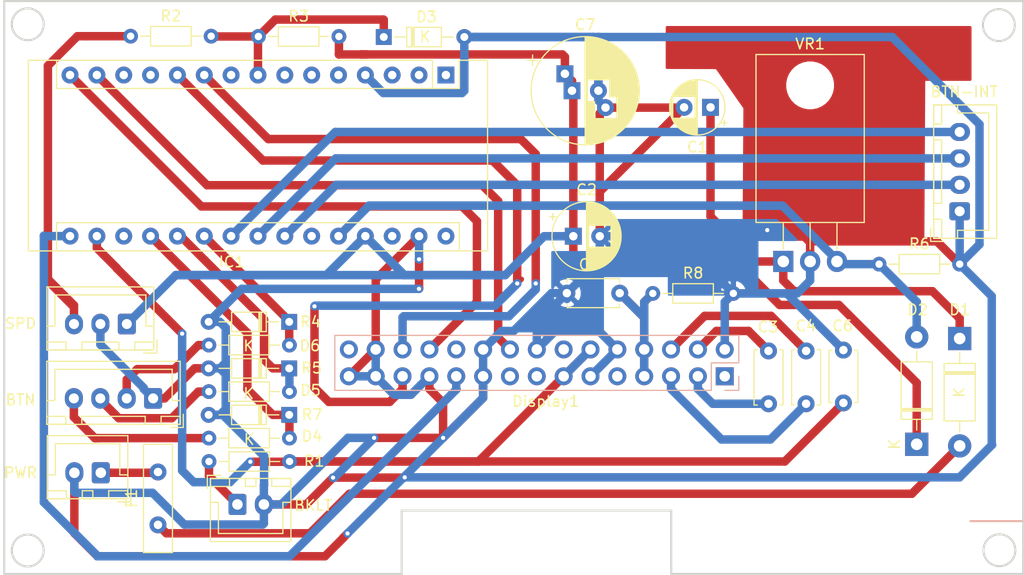
<source format=kicad_pcb>
(kicad_pcb (version 20171130) (host pcbnew "(5.1.6-0-10_14)")

  (general
    (thickness 1.6)
    (drawings 13)
    (tracks 373)
    (zones 0)
    (modules 30)
    (nets 30)
  )

  (page A4)
  (layers
    (0 F.Cu signal)
    (31 B.Cu signal)
    (32 B.Adhes user)
    (33 F.Adhes user)
    (34 B.Paste user)
    (35 F.Paste user)
    (36 B.SilkS user)
    (37 F.SilkS user)
    (38 B.Mask user)
    (39 F.Mask user)
    (40 Dwgs.User user)
    (41 Cmts.User user)
    (42 Eco1.User user)
    (43 Eco2.User user)
    (44 Edge.Cuts user)
    (45 Margin user)
    (46 B.CrtYd user hide)
    (47 F.CrtYd user hide)
    (48 B.Fab user hide)
    (49 F.Fab user hide)
  )

  (setup
    (last_trace_width 0.8)
    (user_trace_width 0.5)
    (user_trace_width 0.8)
    (user_trace_width 1.5)
    (user_trace_width 2)
    (trace_clearance 0.2)
    (zone_clearance 0.508)
    (zone_45_only no)
    (trace_min 0.2)
    (via_size 0.8)
    (via_drill 0.4)
    (via_min_size 0.4)
    (via_min_drill 0.3)
    (uvia_size 0.3)
    (uvia_drill 0.1)
    (uvias_allowed no)
    (uvia_min_size 0.2)
    (uvia_min_drill 0.1)
    (edge_width 0.2)
    (segment_width 0.2)
    (pcb_text_width 0.3)
    (pcb_text_size 1.5 1.5)
    (mod_edge_width 0.15)
    (mod_text_size 1 1)
    (mod_text_width 0.15)
    (pad_size 1.7 1.95)
    (pad_drill 0.95)
    (pad_to_mask_clearance 0.051)
    (solder_mask_min_width 0.25)
    (aux_axis_origin 0 0)
    (visible_elements FFFFFF7F)
    (pcbplotparams
      (layerselection 0x010f0_ffffffff)
      (usegerberextensions false)
      (usegerberattributes false)
      (usegerberadvancedattributes false)
      (creategerberjobfile false)
      (excludeedgelayer true)
      (linewidth 0.100000)
      (plotframeref false)
      (viasonmask false)
      (mode 1)
      (useauxorigin false)
      (hpglpennumber 1)
      (hpglpenspeed 20)
      (hpglpendiameter 15.000000)
      (psnegative false)
      (psa4output false)
      (plotreference true)
      (plotvalue false)
      (plotinvisibletext false)
      (padsonsilk true)
      (subtractmaskfromsilk false)
      (outputformat 1)
      (mirror false)
      (drillshape 0)
      (scaleselection 1)
      (outputdirectory "gerber/"))
  )

  (net 0 "")
  (net 1 "Net-(C1-Pad1)")
  (net 2 GND)
  (net 3 +5V)
  (net 4 "Net-(C3-Pad1)")
  (net 5 "Net-(C3-Pad2)")
  (net 6 "Net-(C4-Pad2)")
  (net 7 "Net-(C4-Pad1)")
  (net 8 "Net-(C5-Pad2)")
  (net 9 +3V3)
  (net 10 "Net-(D1-Pad2)")
  (net 11 "Net-(D2-Pad2)")
  (net 12 "Net-(D3-Pad1)")
  (net 13 "Net-(D4-Pad1)")
  (net 14 "Net-(D5-Pad1)")
  (net 15 "Net-(D6-Pad1)")
  (net 16 "Net-(Display1-Pad18)")
  (net 17 "Net-(Display1-Pad21)")
  (net 18 "Net-(Display1-Pad24)")
  (net 19 "Net-(Display1-Pad25)")
  (net 20 "Net-(Display1-Pad26)")
  (net 21 +BATT)
  (net 22 "Net-(IC1-Pad22)")
  (net 23 "Net-(IC1-Pad23)")
  (net 24 "Net-(IC1-Pad24)")
  (net 25 "Net-(JIS1-Pad1)")
  (net 26 "Net-(JIS2-Pad3)")
  (net 27 "Net-(JIS4-Pad2)")
  (net 28 "Net-(JIS4-Pad3)")
  (net 29 "Net-(JIS4-Pad4)")

  (net_class Default "This is the default net class."
    (clearance 0.2)
    (trace_width 0.25)
    (via_dia 0.8)
    (via_drill 0.4)
    (uvia_dia 0.3)
    (uvia_drill 0.1)
    (add_net "Net-(C3-Pad1)")
    (add_net "Net-(C3-Pad2)")
    (add_net "Net-(C4-Pad1)")
    (add_net "Net-(C4-Pad2)")
    (add_net "Net-(C5-Pad2)")
    (add_net "Net-(D2-Pad2)")
    (add_net "Net-(D3-Pad1)")
    (add_net "Net-(D4-Pad1)")
    (add_net "Net-(D5-Pad1)")
    (add_net "Net-(D6-Pad1)")
    (add_net "Net-(Display1-Pad18)")
    (add_net "Net-(Display1-Pad21)")
    (add_net "Net-(Display1-Pad24)")
    (add_net "Net-(Display1-Pad25)")
    (add_net "Net-(Display1-Pad26)")
    (add_net "Net-(IC1-Pad22)")
    (add_net "Net-(IC1-Pad23)")
    (add_net "Net-(IC1-Pad24)")
    (add_net "Net-(JIS1-Pad1)")
    (add_net "Net-(JIS2-Pad3)")
    (add_net "Net-(JIS4-Pad2)")
    (add_net "Net-(JIS4-Pad3)")
    (add_net "Net-(JIS4-Pad4)")
  )

  (net_class power ""
    (clearance 0.5)
    (trace_width 0.5)
    (via_dia 0.8)
    (via_drill 0.4)
    (uvia_dia 0.3)
    (uvia_drill 0.1)
    (add_net +3V3)
    (add_net +5V)
    (add_net +BATT)
    (add_net GND)
    (add_net "Net-(C1-Pad1)")
    (add_net "Net-(D1-Pad2)")
  )

  (module Connector_PinHeader_2.54mm:PinHeader_2x15_P2.54mm_Vertical (layer B.Cu) (tedit 5F0DA7F8) (tstamp 5F0DB71F)
    (at 119.9644 108.4 90)
    (descr "Through hole straight pin header, 2x15, 2.54mm pitch, double rows")
    (tags "Through hole pin header THT 2x15 2.54mm double row")
    (path /5F030AFA)
    (fp_text reference Display1 (at -2.3694 -16.942 180) (layer F.SilkS)
      (effects (font (size 1 1) (thickness 0.15)))
    )
    (fp_text value LCD (at 1.27 -37.89 90) (layer B.Fab)
      (effects (font (size 1 1) (thickness 0.15)) (justify mirror))
    )
    (fp_line (start 4.35 1.8) (end -1.8 1.8) (layer B.CrtYd) (width 0.05))
    (fp_line (start 4.35 -37.35) (end 4.35 1.8) (layer B.CrtYd) (width 0.05))
    (fp_line (start -1.8 -37.35) (end 4.35 -37.35) (layer B.CrtYd) (width 0.05))
    (fp_line (start -1.8 1.8) (end -1.8 -37.35) (layer B.CrtYd) (width 0.05))
    (fp_line (start -1.33 1.33) (end 0 1.33) (layer B.SilkS) (width 0.12))
    (fp_line (start -1.33 0) (end -1.33 1.33) (layer B.SilkS) (width 0.12))
    (fp_line (start 1.27 1.33) (end 3.87 1.33) (layer B.SilkS) (width 0.12))
    (fp_line (start 1.27 -1.27) (end 1.27 1.33) (layer B.SilkS) (width 0.12))
    (fp_line (start -1.33 -1.27) (end 1.27 -1.27) (layer B.SilkS) (width 0.12))
    (fp_line (start 3.87 1.33) (end 3.87 -36.89) (layer B.SilkS) (width 0.12))
    (fp_line (start -1.33 -1.27) (end -1.33 -36.89) (layer B.SilkS) (width 0.12))
    (fp_line (start -1.33 -36.89) (end 3.87 -36.89) (layer B.SilkS) (width 0.12))
    (fp_line (start -1.27 0) (end 0 1.27) (layer B.Fab) (width 0.1))
    (fp_line (start -1.27 -36.83) (end -1.27 0) (layer B.Fab) (width 0.1))
    (fp_line (start 3.81 -36.83) (end -1.27 -36.83) (layer B.Fab) (width 0.1))
    (fp_line (start 3.81 1.27) (end 3.81 -36.83) (layer B.Fab) (width 0.1))
    (fp_line (start 0 1.27) (end 3.81 1.27) (layer B.Fab) (width 0.1))
    (fp_text user %R (at 1.27 -17.78) (layer B.Fab)
      (effects (font (size 1 1) (thickness 0.15)) (justify mirror))
    )
    (pad 1 thru_hole rect (at 0 0 90) (size 1.7 1.7) (drill 1) (layers *.Cu *.Mask))
    (pad 2 thru_hole oval (at 2.54 0 90) (size 1.7 1.7) (drill 1) (layers *.Cu *.Mask)
      (net 2 GND))
    (pad 3 thru_hole oval (at 0 -2.54 90) (size 1.7 1.7) (drill 1) (layers *.Cu *.Mask)
      (net 4 "Net-(C3-Pad1)"))
    (pad 4 thru_hole oval (at 2.54 -2.54 90) (size 1.7 1.7) (drill 1) (layers *.Cu *.Mask)
      (net 5 "Net-(C3-Pad2)"))
    (pad 5 thru_hole oval (at 0 -5.08 90) (size 1.7 1.7) (drill 1) (layers *.Cu *.Mask)
      (net 6 "Net-(C4-Pad2)"))
    (pad 6 thru_hole oval (at 2.54 -5.08 90) (size 1.7 1.7) (drill 1) (layers *.Cu *.Mask)
      (net 7 "Net-(C4-Pad1)"))
    (pad 7 thru_hole oval (at 0 -7.62 90) (size 1.7 1.7) (drill 1) (layers *.Cu *.Mask)
      (net 8 "Net-(C5-Pad2)"))
    (pad 8 thru_hole oval (at 2.54 -7.62 90) (size 1.7 1.7) (drill 1) (layers *.Cu *.Mask)
      (net 8 "Net-(C5-Pad2)"))
    (pad 9 thru_hole oval (at 0 -10.16 90) (size 1.7 1.7) (drill 1) (layers *.Cu *.Mask))
    (pad 10 thru_hole oval (at 2.54 -10.16 90) (size 1.7 1.7) (drill 1) (layers *.Cu *.Mask)
      (net 2 GND))
    (pad 11 thru_hole oval (at 0 -12.7 90) (size 1.7 1.7) (drill 1) (layers *.Cu *.Mask)
      (net 2 GND))
    (pad 12 thru_hole oval (at 2.54 -12.7 90) (size 1.7 1.7) (drill 1) (layers *.Cu *.Mask)
      (net 9 +3V3))
    (pad 13 thru_hole oval (at 0 -15.24 90) (size 1.7 1.7) (drill 1) (layers *.Cu *.Mask)
      (net 9 +3V3))
    (pad 14 thru_hole oval (at 2.54 -15.24 90) (size 1.7 1.7) (drill 1) (layers *.Cu *.Mask))
    (pad 15 thru_hole oval (at 0 -17.78 90) (size 1.7 1.7) (drill 1) (layers *.Cu *.Mask))
    (pad 16 thru_hole oval (at 2.54 -17.78 90) (size 1.7 1.7) (drill 1) (layers *.Cu *.Mask)
      (net 2 GND))
    (pad 17 thru_hole oval (at 0 -20.32 90) (size 1.7 1.7) (drill 1) (layers *.Cu *.Mask))
    (pad 18 thru_hole oval (at 2.54 -20.32 90) (size 1.7 1.7) (drill 1) (layers *.Cu *.Mask)
      (net 16 "Net-(Display1-Pad18)"))
    (pad 19 thru_hole oval (at 0 -22.86 90) (size 1.7 1.7) (drill 1) (layers *.Cu *.Mask)
      (net 2 GND))
    (pad 20 thru_hole oval (at 2.54 -22.86 90) (size 1.7 1.7) (drill 1) (layers *.Cu *.Mask)
      (net 2 GND))
    (pad 21 thru_hole oval (at 0 -25.4 90) (size 1.7 1.7) (drill 1) (layers *.Cu *.Mask)
      (net 17 "Net-(Display1-Pad21)"))
    (pad 22 thru_hole oval (at 2.54 -25.4 90) (size 1.7 1.7) (drill 1) (layers *.Cu *.Mask))
    (pad 23 thru_hole oval (at 0 -27.94 90) (size 1.7 1.7) (drill 1) (layers *.Cu *.Mask)
      (net 2 GND))
    (pad 24 thru_hole oval (at 2.54 -27.94 90) (size 1.7 1.7) (drill 1) (layers *.Cu *.Mask)
      (net 18 "Net-(Display1-Pad24)"))
    (pad 25 thru_hole oval (at 0 -30.48 90) (size 1.7 1.7) (drill 1) (layers *.Cu *.Mask)
      (net 19 "Net-(Display1-Pad25)"))
    (pad 26 thru_hole oval (at 2.54 -30.48 90) (size 1.7 1.7) (drill 1) (layers *.Cu *.Mask)
      (net 20 "Net-(Display1-Pad26)"))
    (pad 27 thru_hole oval (at 0 -33.02 90) (size 1.7 1.7) (drill 1) (layers *.Cu *.Mask)
      (net 2 GND))
    (pad 28 thru_hole oval (at 2.54 -33.02 90) (size 1.7 1.7) (drill 1) (layers *.Cu *.Mask)
      (net 2 GND))
    (pad 29 thru_hole oval (at 0 -35.56 90) (size 1.7 1.7) (drill 1) (layers *.Cu *.Mask)
      (net 2 GND))
    (pad 30 thru_hole oval (at 2.54 -35.56 90) (size 1.7 1.7) (drill 1) (layers *.Cu *.Mask))
    (model ${KISYS3DMOD}/Connector_PinHeader_2.54mm.3dshapes/PinHeader_2x15_P2.54mm_Vertical.wrl
      (at (xyz 0 0 0))
      (scale (xyz 1 1 1))
      (rotate (xyz 0 0 0))
    )
  )

  (module Resistor_THT:R_Axial_DIN0204_L3.6mm_D1.6mm_P7.62mm_Horizontal (layer F.Cu) (tedit 5F105449) (tstamp 5F0DB886)
    (at 75.8444 76.2508)
    (descr "Resistor, Axial_DIN0204 series, Axial, Horizontal, pin pitch=7.62mm, 0.167W, length*diameter=3.6*1.6mm^2, http://cdn-reichelt.de/documents/datenblatt/B400/1_4W%23YAG.pdf")
    (tags "Resistor Axial_DIN0204 series Axial Horizontal pin pitch 7.62mm 0.167W length 3.6mm diameter 1.6mm")
    (path /5F0FA69B)
    (fp_text reference R3 (at 3.81 -1.92) (layer F.SilkS)
      (effects (font (size 1 1) (thickness 0.15)))
    )
    (fp_text value R10K (at 3.81 1.92) (layer F.Fab)
      (effects (font (size 1 1) (thickness 0.15)))
    )
    (fp_line (start 8.57 -1.05) (end -0.95 -1.05) (layer F.CrtYd) (width 0.05))
    (fp_line (start 8.57 1.05) (end 8.57 -1.05) (layer F.CrtYd) (width 0.05))
    (fp_line (start -0.95 1.05) (end 8.57 1.05) (layer F.CrtYd) (width 0.05))
    (fp_line (start -0.95 -1.05) (end -0.95 1.05) (layer F.CrtYd) (width 0.05))
    (fp_line (start 6.68 0) (end 5.73 0) (layer F.SilkS) (width 0.12))
    (fp_line (start 0.94 0) (end 1.89 0) (layer F.SilkS) (width 0.12))
    (fp_line (start 5.73 -0.92) (end 1.89 -0.92) (layer F.SilkS) (width 0.12))
    (fp_line (start 5.73 0.92) (end 5.73 -0.92) (layer F.SilkS) (width 0.12))
    (fp_line (start 1.89 0.92) (end 5.73 0.92) (layer F.SilkS) (width 0.12))
    (fp_line (start 1.89 -0.92) (end 1.89 0.92) (layer F.SilkS) (width 0.12))
    (fp_line (start 7.62 0) (end 5.61 0) (layer F.Fab) (width 0.1))
    (fp_line (start 0 0) (end 2.01 0) (layer F.Fab) (width 0.1))
    (fp_line (start 5.61 -0.8) (end 2.01 -0.8) (layer F.Fab) (width 0.1))
    (fp_line (start 5.61 0.8) (end 5.61 -0.8) (layer F.Fab) (width 0.1))
    (fp_line (start 2.01 0.8) (end 5.61 0.8) (layer F.Fab) (width 0.1))
    (fp_line (start 2.01 -0.8) (end 2.01 0.8) (layer F.Fab) (width 0.1))
    (fp_text user %R (at 3.683 0.127) (layer F.Fab)
      (effects (font (size 0.72 0.72) (thickness 0.108)))
    )
    (pad 1 thru_hole circle (at 0 0) (size 1.4 1.4) (drill 0.7) (layers *.Cu *.Mask)
      (net 12 "Net-(D3-Pad1)"))
    (pad 2 thru_hole oval (at 7.62 0) (size 1.4 1.4) (drill 0.7) (layers *.Cu *.Mask)
      (net 3 +5V))
    (model ${KISYS3DMOD}/Resistor_THT.3dshapes/R_Axial_DIN0204_L3.6mm_D1.6mm_P7.62mm_Horizontal.wrl
      (at (xyz 0 0 0))
      (scale (xyz 1 1 1))
      (rotate (xyz 0 0 0))
    )
  )

  (module Capacitor_THT:C_Disc_D5.0mm_W2.5mm_P5.00mm (layer F.Cu) (tedit 5AE50EF0) (tstamp 5F0DB51D)
    (at 124.1044 110.998 90)
    (descr "C, Disc series, Radial, pin pitch=5.00mm, , diameter*width=5*2.5mm^2, Capacitor, http://cdn-reichelt.de/documents/datenblatt/B300/DS_KERKO_TC.pdf")
    (tags "C Disc series Radial pin pitch 5.00mm  diameter 5mm width 2.5mm Capacitor")
    (path /5F031A7C)
    (fp_text reference C3 (at 7.2644 -0.0508 180) (layer F.SilkS)
      (effects (font (size 1 1) (thickness 0.15)))
    )
    (fp_text value 4.7uF (at 2.5 2.5 90) (layer F.Fab)
      (effects (font (size 1 1) (thickness 0.15)))
    )
    (fp_line (start 6.05 -1.5) (end -1.05 -1.5) (layer F.CrtYd) (width 0.05))
    (fp_line (start 6.05 1.5) (end 6.05 -1.5) (layer F.CrtYd) (width 0.05))
    (fp_line (start -1.05 1.5) (end 6.05 1.5) (layer F.CrtYd) (width 0.05))
    (fp_line (start -1.05 -1.5) (end -1.05 1.5) (layer F.CrtYd) (width 0.05))
    (fp_line (start 5.12 1.055) (end 5.12 1.37) (layer F.SilkS) (width 0.12))
    (fp_line (start 5.12 -1.37) (end 5.12 -1.055) (layer F.SilkS) (width 0.12))
    (fp_line (start -0.12 1.055) (end -0.12 1.37) (layer F.SilkS) (width 0.12))
    (fp_line (start -0.12 -1.37) (end -0.12 -1.055) (layer F.SilkS) (width 0.12))
    (fp_line (start -0.12 1.37) (end 5.12 1.37) (layer F.SilkS) (width 0.12))
    (fp_line (start -0.12 -1.37) (end 5.12 -1.37) (layer F.SilkS) (width 0.12))
    (fp_line (start 5 -1.25) (end 0 -1.25) (layer F.Fab) (width 0.1))
    (fp_line (start 5 1.25) (end 5 -1.25) (layer F.Fab) (width 0.1))
    (fp_line (start 0 1.25) (end 5 1.25) (layer F.Fab) (width 0.1))
    (fp_line (start 0 -1.25) (end 0 1.25) (layer F.Fab) (width 0.1))
    (fp_text user %R (at 2.5 0 90) (layer F.Fab)
      (effects (font (size 1 1) (thickness 0.15)))
    )
    (pad 1 thru_hole circle (at 0 0 90) (size 1.6 1.6) (drill 0.8) (layers *.Cu *.Mask)
      (net 4 "Net-(C3-Pad1)"))
    (pad 2 thru_hole circle (at 5 0 90) (size 1.6 1.6) (drill 0.8) (layers *.Cu *.Mask)
      (net 5 "Net-(C3-Pad2)"))
    (model ${KISYS3DMOD}/Capacitor_THT.3dshapes/C_Disc_D5.0mm_W2.5mm_P5.00mm.wrl
      (at (xyz 0 0 0))
      (scale (xyz 1 1 1))
      (rotate (xyz 0 0 0))
    )
  )

  (module Capacitor_THT:CP_Radial_D10.0mm_P2.50mm_P5.00mm (layer F.Cu) (tedit 5AE50EF1) (tstamp 5F10BD04)
    (at 105.5116 81.3816)
    (descr "CP, Radial series, Radial, pin pitch=2.50mm 5.00mm, , diameter=10mm, Electrolytic Capacitor")
    (tags "CP Radial series Radial pin pitch 2.50mm 5.00mm  diameter 10mm Electrolytic Capacitor")
    (path /5F18708D)
    (fp_text reference C7 (at 1.25 -6.25) (layer F.SilkS)
      (effects (font (size 1 1) (thickness 0.15)))
    )
    (fp_text value "5.5V 0.47F" (at 1.25 6.25) (layer F.Fab)
      (effects (font (size 1 1) (thickness 0.15)))
    )
    (fp_line (start -3.729646 -3.375) (end -3.729646 -2.375) (layer F.SilkS) (width 0.12))
    (fp_line (start -4.229646 -2.875) (end -3.229646 -2.875) (layer F.SilkS) (width 0.12))
    (fp_line (start 6.331 -0.599) (end 6.331 0.599) (layer F.SilkS) (width 0.12))
    (fp_line (start 6.291 -0.862) (end 6.291 0.862) (layer F.SilkS) (width 0.12))
    (fp_line (start 6.251 -1.062) (end 6.251 1.062) (layer F.SilkS) (width 0.12))
    (fp_line (start 6.211 -1.23) (end 6.211 1.23) (layer F.SilkS) (width 0.12))
    (fp_line (start 6.171 -1.378) (end 6.171 1.378) (layer F.SilkS) (width 0.12))
    (fp_line (start 6.131 -1.51) (end 6.131 1.51) (layer F.SilkS) (width 0.12))
    (fp_line (start 6.091 -1.63) (end 6.091 1.63) (layer F.SilkS) (width 0.12))
    (fp_line (start 6.051 -1.742) (end 6.051 1.742) (layer F.SilkS) (width 0.12))
    (fp_line (start 6.011 -1.846) (end 6.011 1.846) (layer F.SilkS) (width 0.12))
    (fp_line (start 5.971 -1.944) (end 5.971 1.944) (layer F.SilkS) (width 0.12))
    (fp_line (start 5.931 -2.037) (end 5.931 2.037) (layer F.SilkS) (width 0.12))
    (fp_line (start 5.891 -2.125) (end 5.891 2.125) (layer F.SilkS) (width 0.12))
    (fp_line (start 5.851 -2.209) (end 5.851 2.209) (layer F.SilkS) (width 0.12))
    (fp_line (start 5.811 -2.289) (end 5.811 2.289) (layer F.SilkS) (width 0.12))
    (fp_line (start 5.771 -2.365) (end 5.771 2.365) (layer F.SilkS) (width 0.12))
    (fp_line (start 5.731 -2.439) (end 5.731 2.439) (layer F.SilkS) (width 0.12))
    (fp_line (start 5.691 -2.51) (end 5.691 2.51) (layer F.SilkS) (width 0.12))
    (fp_line (start 5.651 -2.579) (end 5.651 2.579) (layer F.SilkS) (width 0.12))
    (fp_line (start 5.611 -2.645) (end 5.611 2.645) (layer F.SilkS) (width 0.12))
    (fp_line (start 5.571 -2.709) (end 5.571 2.709) (layer F.SilkS) (width 0.12))
    (fp_line (start 5.531 -2.77) (end 5.531 2.77) (layer F.SilkS) (width 0.12))
    (fp_line (start 5.491 -2.83) (end 5.491 2.83) (layer F.SilkS) (width 0.12))
    (fp_line (start 5.451 -2.889) (end 5.451 2.889) (layer F.SilkS) (width 0.12))
    (fp_line (start 5.411 -2.945) (end 5.411 2.945) (layer F.SilkS) (width 0.12))
    (fp_line (start 5.371 -3) (end 5.371 3) (layer F.SilkS) (width 0.12))
    (fp_line (start 5.331 -3.054) (end 5.331 3.054) (layer F.SilkS) (width 0.12))
    (fp_line (start 5.291 -3.106) (end 5.291 3.106) (layer F.SilkS) (width 0.12))
    (fp_line (start 5.251 -3.156) (end 5.251 3.156) (layer F.SilkS) (width 0.12))
    (fp_line (start 5.211 -3.206) (end 5.211 3.206) (layer F.SilkS) (width 0.12))
    (fp_line (start 5.171 -3.254) (end 5.171 3.254) (layer F.SilkS) (width 0.12))
    (fp_line (start 5.131 -3.301) (end 5.131 3.301) (layer F.SilkS) (width 0.12))
    (fp_line (start 5.091 -3.347) (end 5.091 3.347) (layer F.SilkS) (width 0.12))
    (fp_line (start 5.051 -3.392) (end 5.051 3.392) (layer F.SilkS) (width 0.12))
    (fp_line (start 5.011 -3.436) (end 5.011 3.436) (layer F.SilkS) (width 0.12))
    (fp_line (start 4.971 -3.478) (end 4.971 3.478) (layer F.SilkS) (width 0.12))
    (fp_line (start 4.931 -3.52) (end 4.931 3.52) (layer F.SilkS) (width 0.12))
    (fp_line (start 4.891 -3.561) (end 4.891 3.561) (layer F.SilkS) (width 0.12))
    (fp_line (start 4.851 -3.601) (end 4.851 3.601) (layer F.SilkS) (width 0.12))
    (fp_line (start 4.811 -3.64) (end 4.811 3.64) (layer F.SilkS) (width 0.12))
    (fp_line (start 4.771 -3.679) (end 4.771 3.679) (layer F.SilkS) (width 0.12))
    (fp_line (start 4.731 -3.716) (end 4.731 3.716) (layer F.SilkS) (width 0.12))
    (fp_line (start 4.691 -3.753) (end 4.691 3.753) (layer F.SilkS) (width 0.12))
    (fp_line (start 4.651 -3.789) (end 4.651 3.789) (layer F.SilkS) (width 0.12))
    (fp_line (start 4.611 -3.824) (end 4.611 3.824) (layer F.SilkS) (width 0.12))
    (fp_line (start 4.571 -3.858) (end 4.571 3.858) (layer F.SilkS) (width 0.12))
    (fp_line (start 4.531 -3.892) (end 4.531 3.892) (layer F.SilkS) (width 0.12))
    (fp_line (start 4.491 -3.925) (end 4.491 3.925) (layer F.SilkS) (width 0.12))
    (fp_line (start 4.451 -3.957) (end 4.451 3.957) (layer F.SilkS) (width 0.12))
    (fp_line (start 4.411 -3.989) (end 4.411 3.989) (layer F.SilkS) (width 0.12))
    (fp_line (start 4.371 -4.02) (end 4.371 4.02) (layer F.SilkS) (width 0.12))
    (fp_line (start 4.331 -4.05) (end 4.331 4.05) (layer F.SilkS) (width 0.12))
    (fp_line (start 4.291 -4.08) (end 4.291 4.08) (layer F.SilkS) (width 0.12))
    (fp_line (start 4.251 -4.11) (end 4.251 4.11) (layer F.SilkS) (width 0.12))
    (fp_line (start 4.211 2.64) (end 4.211 4.138) (layer F.SilkS) (width 0.12))
    (fp_line (start 4.211 -4.138) (end 4.211 0.56) (layer F.SilkS) (width 0.12))
    (fp_line (start 4.171 2.64) (end 4.171 4.166) (layer F.SilkS) (width 0.12))
    (fp_line (start 4.171 -4.166) (end 4.171 0.56) (layer F.SilkS) (width 0.12))
    (fp_line (start 4.131 2.64) (end 4.131 4.194) (layer F.SilkS) (width 0.12))
    (fp_line (start 4.131 -4.194) (end 4.131 0.56) (layer F.SilkS) (width 0.12))
    (fp_line (start 4.091 2.64) (end 4.091 4.221) (layer F.SilkS) (width 0.12))
    (fp_line (start 4.091 -4.221) (end 4.091 0.56) (layer F.SilkS) (width 0.12))
    (fp_line (start 4.051 2.64) (end 4.051 4.247) (layer F.SilkS) (width 0.12))
    (fp_line (start 4.051 -4.247) (end 4.051 0.56) (layer F.SilkS) (width 0.12))
    (fp_line (start 4.011 2.64) (end 4.011 4.273) (layer F.SilkS) (width 0.12))
    (fp_line (start 4.011 -4.273) (end 4.011 0.56) (layer F.SilkS) (width 0.12))
    (fp_line (start 3.971 2.64) (end 3.971 4.298) (layer F.SilkS) (width 0.12))
    (fp_line (start 3.971 -4.298) (end 3.971 0.56) (layer F.SilkS) (width 0.12))
    (fp_line (start 3.931 2.64) (end 3.931 4.323) (layer F.SilkS) (width 0.12))
    (fp_line (start 3.931 -4.323) (end 3.931 0.56) (layer F.SilkS) (width 0.12))
    (fp_line (start 3.891 2.64) (end 3.891 4.347) (layer F.SilkS) (width 0.12))
    (fp_line (start 3.891 -4.347) (end 3.891 0.56) (layer F.SilkS) (width 0.12))
    (fp_line (start 3.851 2.64) (end 3.851 4.371) (layer F.SilkS) (width 0.12))
    (fp_line (start 3.851 -4.371) (end 3.851 0.56) (layer F.SilkS) (width 0.12))
    (fp_line (start 3.811 2.64) (end 3.811 4.395) (layer F.SilkS) (width 0.12))
    (fp_line (start 3.811 -4.395) (end 3.811 0.56) (layer F.SilkS) (width 0.12))
    (fp_line (start 3.771 2.64) (end 3.771 4.417) (layer F.SilkS) (width 0.12))
    (fp_line (start 3.771 -4.417) (end 3.771 0.56) (layer F.SilkS) (width 0.12))
    (fp_line (start 3.731 2.64) (end 3.731 4.44) (layer F.SilkS) (width 0.12))
    (fp_line (start 3.731 -4.44) (end 3.731 0.56) (layer F.SilkS) (width 0.12))
    (fp_line (start 3.691 2.64) (end 3.691 4.462) (layer F.SilkS) (width 0.12))
    (fp_line (start 3.691 -4.462) (end 3.691 0.56) (layer F.SilkS) (width 0.12))
    (fp_line (start 3.651 2.64) (end 3.651 4.483) (layer F.SilkS) (width 0.12))
    (fp_line (start 3.651 -4.483) (end 3.651 0.56) (layer F.SilkS) (width 0.12))
    (fp_line (start 3.611 2.64) (end 3.611 4.504) (layer F.SilkS) (width 0.12))
    (fp_line (start 3.611 -4.504) (end 3.611 0.56) (layer F.SilkS) (width 0.12))
    (fp_line (start 3.571 2.64) (end 3.571 4.525) (layer F.SilkS) (width 0.12))
    (fp_line (start 3.571 -4.525) (end 3.571 0.56) (layer F.SilkS) (width 0.12))
    (fp_line (start 3.531 2.64) (end 3.531 4.545) (layer F.SilkS) (width 0.12))
    (fp_line (start 3.531 -4.545) (end 3.531 -1.04) (layer F.SilkS) (width 0.12))
    (fp_line (start 3.491 2.64) (end 3.491 4.564) (layer F.SilkS) (width 0.12))
    (fp_line (start 3.491 -4.564) (end 3.491 -1.04) (layer F.SilkS) (width 0.12))
    (fp_line (start 3.451 2.64) (end 3.451 4.584) (layer F.SilkS) (width 0.12))
    (fp_line (start 3.451 -4.584) (end 3.451 -1.04) (layer F.SilkS) (width 0.12))
    (fp_line (start 3.411 2.64) (end 3.411 4.603) (layer F.SilkS) (width 0.12))
    (fp_line (start 3.411 -4.603) (end 3.411 -1.04) (layer F.SilkS) (width 0.12))
    (fp_line (start 3.371 2.64) (end 3.371 4.621) (layer F.SilkS) (width 0.12))
    (fp_line (start 3.371 -4.621) (end 3.371 -1.04) (layer F.SilkS) (width 0.12))
    (fp_line (start 3.331 2.64) (end 3.331 4.639) (layer F.SilkS) (width 0.12))
    (fp_line (start 3.331 -4.639) (end 3.331 -1.04) (layer F.SilkS) (width 0.12))
    (fp_line (start 3.291 2.64) (end 3.291 4.657) (layer F.SilkS) (width 0.12))
    (fp_line (start 3.291 -4.657) (end 3.291 -1.04) (layer F.SilkS) (width 0.12))
    (fp_line (start 3.251 2.64) (end 3.251 4.674) (layer F.SilkS) (width 0.12))
    (fp_line (start 3.251 -4.674) (end 3.251 -1.04) (layer F.SilkS) (width 0.12))
    (fp_line (start 3.211 2.64) (end 3.211 4.69) (layer F.SilkS) (width 0.12))
    (fp_line (start 3.211 -4.69) (end 3.211 -1.04) (layer F.SilkS) (width 0.12))
    (fp_line (start 3.171 2.64) (end 3.171 4.707) (layer F.SilkS) (width 0.12))
    (fp_line (start 3.171 -4.707) (end 3.171 -1.04) (layer F.SilkS) (width 0.12))
    (fp_line (start 3.131 2.64) (end 3.131 4.723) (layer F.SilkS) (width 0.12))
    (fp_line (start 3.131 -4.723) (end 3.131 -1.04) (layer F.SilkS) (width 0.12))
    (fp_line (start 3.091 2.64) (end 3.091 4.738) (layer F.SilkS) (width 0.12))
    (fp_line (start 3.091 -4.738) (end 3.091 -1.04) (layer F.SilkS) (width 0.12))
    (fp_line (start 3.051 2.64) (end 3.051 4.754) (layer F.SilkS) (width 0.12))
    (fp_line (start 3.051 -4.754) (end 3.051 -1.04) (layer F.SilkS) (width 0.12))
    (fp_line (start 3.011 2.64) (end 3.011 4.768) (layer F.SilkS) (width 0.12))
    (fp_line (start 3.011 -4.768) (end 3.011 -1.04) (layer F.SilkS) (width 0.12))
    (fp_line (start 2.971 2.64) (end 2.971 4.783) (layer F.SilkS) (width 0.12))
    (fp_line (start 2.971 -4.783) (end 2.971 -1.04) (layer F.SilkS) (width 0.12))
    (fp_line (start 2.931 2.64) (end 2.931 4.797) (layer F.SilkS) (width 0.12))
    (fp_line (start 2.931 -4.797) (end 2.931 -1.04) (layer F.SilkS) (width 0.12))
    (fp_line (start 2.891 2.64) (end 2.891 4.811) (layer F.SilkS) (width 0.12))
    (fp_line (start 2.891 -4.811) (end 2.891 -1.04) (layer F.SilkS) (width 0.12))
    (fp_line (start 2.851 2.64) (end 2.851 4.824) (layer F.SilkS) (width 0.12))
    (fp_line (start 2.851 -4.824) (end 2.851 -1.04) (layer F.SilkS) (width 0.12))
    (fp_line (start 2.811 2.64) (end 2.811 4.837) (layer F.SilkS) (width 0.12))
    (fp_line (start 2.811 -4.837) (end 2.811 -1.04) (layer F.SilkS) (width 0.12))
    (fp_line (start 2.771 2.64) (end 2.771 4.85) (layer F.SilkS) (width 0.12))
    (fp_line (start 2.771 -4.85) (end 2.771 -1.04) (layer F.SilkS) (width 0.12))
    (fp_line (start 2.731 2.64) (end 2.731 4.862) (layer F.SilkS) (width 0.12))
    (fp_line (start 2.731 -4.862) (end 2.731 -1.04) (layer F.SilkS) (width 0.12))
    (fp_line (start 2.691 2.64) (end 2.691 4.874) (layer F.SilkS) (width 0.12))
    (fp_line (start 2.691 -4.874) (end 2.691 -1.04) (layer F.SilkS) (width 0.12))
    (fp_line (start 2.651 2.64) (end 2.651 4.885) (layer F.SilkS) (width 0.12))
    (fp_line (start 2.651 -4.885) (end 2.651 -1.04) (layer F.SilkS) (width 0.12))
    (fp_line (start 2.611 2.64) (end 2.611 4.897) (layer F.SilkS) (width 0.12))
    (fp_line (start 2.611 -4.897) (end 2.611 -1.04) (layer F.SilkS) (width 0.12))
    (fp_line (start 2.571 2.64) (end 2.571 4.907) (layer F.SilkS) (width 0.12))
    (fp_line (start 2.571 -4.907) (end 2.571 -1.04) (layer F.SilkS) (width 0.12))
    (fp_line (start 2.531 2.64) (end 2.531 4.918) (layer F.SilkS) (width 0.12))
    (fp_line (start 2.531 -4.918) (end 2.531 -1.04) (layer F.SilkS) (width 0.12))
    (fp_line (start 2.491 2.64) (end 2.491 4.928) (layer F.SilkS) (width 0.12))
    (fp_line (start 2.491 -4.928) (end 2.491 -1.04) (layer F.SilkS) (width 0.12))
    (fp_line (start 2.451 2.64) (end 2.451 4.938) (layer F.SilkS) (width 0.12))
    (fp_line (start 2.451 -4.938) (end 2.451 -1.04) (layer F.SilkS) (width 0.12))
    (fp_line (start 2.411 2.64) (end 2.411 4.947) (layer F.SilkS) (width 0.12))
    (fp_line (start 2.411 -4.947) (end 2.411 -1.04) (layer F.SilkS) (width 0.12))
    (fp_line (start 2.371 2.64) (end 2.371 4.956) (layer F.SilkS) (width 0.12))
    (fp_line (start 2.371 -4.956) (end 2.371 -1.04) (layer F.SilkS) (width 0.12))
    (fp_line (start 2.331 2.64) (end 2.331 4.965) (layer F.SilkS) (width 0.12))
    (fp_line (start 2.331 -4.965) (end 2.331 -1.04) (layer F.SilkS) (width 0.12))
    (fp_line (start 2.291 2.64) (end 2.291 4.974) (layer F.SilkS) (width 0.12))
    (fp_line (start 2.291 -4.974) (end 2.291 -1.04) (layer F.SilkS) (width 0.12))
    (fp_line (start 2.251 2.64) (end 2.251 4.982) (layer F.SilkS) (width 0.12))
    (fp_line (start 2.251 -4.982) (end 2.251 -1.04) (layer F.SilkS) (width 0.12))
    (fp_line (start 2.211 2.64) (end 2.211 4.99) (layer F.SilkS) (width 0.12))
    (fp_line (start 2.211 -4.99) (end 2.211 -1.04) (layer F.SilkS) (width 0.12))
    (fp_line (start 2.171 2.64) (end 2.171 4.997) (layer F.SilkS) (width 0.12))
    (fp_line (start 2.171 -4.997) (end 2.171 -1.04) (layer F.SilkS) (width 0.12))
    (fp_line (start 2.131 1.04) (end 2.131 5.004) (layer F.SilkS) (width 0.12))
    (fp_line (start 2.131 -5.004) (end 2.131 -1.04) (layer F.SilkS) (width 0.12))
    (fp_line (start 2.091 1.04) (end 2.091 5.011) (layer F.SilkS) (width 0.12))
    (fp_line (start 2.091 -5.011) (end 2.091 -1.04) (layer F.SilkS) (width 0.12))
    (fp_line (start 2.051 1.04) (end 2.051 5.018) (layer F.SilkS) (width 0.12))
    (fp_line (start 2.051 -5.018) (end 2.051 -1.04) (layer F.SilkS) (width 0.12))
    (fp_line (start 2.011 1.04) (end 2.011 5.024) (layer F.SilkS) (width 0.12))
    (fp_line (start 2.011 -5.024) (end 2.011 -1.04) (layer F.SilkS) (width 0.12))
    (fp_line (start 1.971 1.04) (end 1.971 5.03) (layer F.SilkS) (width 0.12))
    (fp_line (start 1.971 -5.03) (end 1.971 -1.04) (layer F.SilkS) (width 0.12))
    (fp_line (start 1.93 1.04) (end 1.93 5.035) (layer F.SilkS) (width 0.12))
    (fp_line (start 1.93 -5.035) (end 1.93 -1.04) (layer F.SilkS) (width 0.12))
    (fp_line (start 1.89 1.04) (end 1.89 5.04) (layer F.SilkS) (width 0.12))
    (fp_line (start 1.89 -5.04) (end 1.89 -1.04) (layer F.SilkS) (width 0.12))
    (fp_line (start 1.85 1.04) (end 1.85 5.045) (layer F.SilkS) (width 0.12))
    (fp_line (start 1.85 -5.045) (end 1.85 -1.04) (layer F.SilkS) (width 0.12))
    (fp_line (start 1.81 1.04) (end 1.81 5.05) (layer F.SilkS) (width 0.12))
    (fp_line (start 1.81 -5.05) (end 1.81 -1.04) (layer F.SilkS) (width 0.12))
    (fp_line (start 1.77 1.04) (end 1.77 5.054) (layer F.SilkS) (width 0.12))
    (fp_line (start 1.77 -5.054) (end 1.77 -1.04) (layer F.SilkS) (width 0.12))
    (fp_line (start 1.73 1.04) (end 1.73 5.058) (layer F.SilkS) (width 0.12))
    (fp_line (start 1.73 -5.058) (end 1.73 -1.04) (layer F.SilkS) (width 0.12))
    (fp_line (start 1.69 1.04) (end 1.69 5.062) (layer F.SilkS) (width 0.12))
    (fp_line (start 1.69 -5.062) (end 1.69 -1.04) (layer F.SilkS) (width 0.12))
    (fp_line (start 1.65 1.04) (end 1.65 5.065) (layer F.SilkS) (width 0.12))
    (fp_line (start 1.65 -5.065) (end 1.65 -1.04) (layer F.SilkS) (width 0.12))
    (fp_line (start 1.61 1.04) (end 1.61 5.068) (layer F.SilkS) (width 0.12))
    (fp_line (start 1.61 -5.068) (end 1.61 -1.04) (layer F.SilkS) (width 0.12))
    (fp_line (start 1.57 1.04) (end 1.57 5.07) (layer F.SilkS) (width 0.12))
    (fp_line (start 1.57 -5.07) (end 1.57 -1.04) (layer F.SilkS) (width 0.12))
    (fp_line (start 1.53 1.04) (end 1.53 5.073) (layer F.SilkS) (width 0.12))
    (fp_line (start 1.53 -5.073) (end 1.53 -1.04) (layer F.SilkS) (width 0.12))
    (fp_line (start 1.49 1.04) (end 1.49 5.075) (layer F.SilkS) (width 0.12))
    (fp_line (start 1.49 -5.075) (end 1.49 -1.04) (layer F.SilkS) (width 0.12))
    (fp_line (start 1.45 -5.077) (end 1.45 5.077) (layer F.SilkS) (width 0.12))
    (fp_line (start 1.41 -5.078) (end 1.41 5.078) (layer F.SilkS) (width 0.12))
    (fp_line (start 1.37 -5.079) (end 1.37 5.079) (layer F.SilkS) (width 0.12))
    (fp_line (start 1.33 -5.08) (end 1.33 5.08) (layer F.SilkS) (width 0.12))
    (fp_line (start 1.29 -5.08) (end 1.29 5.08) (layer F.SilkS) (width 0.12))
    (fp_line (start 1.25 -5.08) (end 1.25 5.08) (layer F.SilkS) (width 0.12))
    (fp_line (start -2.538861 -2.6875) (end -2.538861 -1.6875) (layer F.Fab) (width 0.1))
    (fp_line (start -3.038861 -2.1875) (end -2.038861 -2.1875) (layer F.Fab) (width 0.1))
    (fp_circle (center 1.25 0) (end 6.5 0) (layer F.CrtYd) (width 0.05))
    (fp_circle (center 1.25 0) (end 6.37 0) (layer F.SilkS) (width 0.12))
    (fp_circle (center 1.25 0) (end 6.25 0) (layer F.Fab) (width 0.1))
    (fp_text user %R (at 1.25 0) (layer F.Fab)
      (effects (font (size 1 1) (thickness 0.15)))
    )
    (pad 1 thru_hole rect (at 0 0) (size 1.6 1.6) (drill 0.8) (layers *.Cu *.Mask)
      (net 3 +5V))
    (pad 2 thru_hole circle (at 2.5 0) (size 1.6 1.6) (drill 0.8) (layers *.Cu *.Mask)
      (net 2 GND))
    (pad 1 thru_hole rect (at -0.670937 -1.6) (size 1.6 1.6) (drill 0.8) (layers *.Cu *.Mask)
      (net 3 +5V))
    (pad 2 thru_hole circle (at 3.170937 1.6) (size 1.6 1.6) (drill 0.8) (layers *.Cu *.Mask)
      (net 2 GND))
    (model ${KISYS3DMOD}/Capacitor_THT.3dshapes/CP_Radial_D10.0mm_P2.50mm_P5.00mm.wrl
      (at (xyz 0 0 0))
      (scale (xyz 1 1 1))
      (rotate (xyz 0 0 0))
    )
  )

  (module Capacitor_THT:CP_Radial_D6.3mm_P2.50mm (layer F.Cu) (tedit 5AE50EF0) (tstamp 5F0DB508)
    (at 105.6386 95.1484)
    (descr "CP, Radial series, Radial, pin pitch=2.50mm, , diameter=6.3mm, Electrolytic Capacitor")
    (tags "CP Radial series Radial pin pitch 2.50mm  diameter 6.3mm Electrolytic Capacitor")
    (path /5F03166C)
    (fp_text reference C2 (at 1.25 -4.4) (layer F.SilkS)
      (effects (font (size 1 1) (thickness 0.15)))
    )
    (fp_text value 100uF (at 1.25 4.4) (layer F.Fab)
      (effects (font (size 1 1) (thickness 0.15)))
    )
    (fp_line (start -1.935241 -2.154) (end -1.935241 -1.524) (layer F.SilkS) (width 0.12))
    (fp_line (start -2.250241 -1.839) (end -1.620241 -1.839) (layer F.SilkS) (width 0.12))
    (fp_line (start 4.491 -0.402) (end 4.491 0.402) (layer F.SilkS) (width 0.12))
    (fp_line (start 4.451 -0.633) (end 4.451 0.633) (layer F.SilkS) (width 0.12))
    (fp_line (start 4.411 -0.802) (end 4.411 0.802) (layer F.SilkS) (width 0.12))
    (fp_line (start 4.371 -0.94) (end 4.371 0.94) (layer F.SilkS) (width 0.12))
    (fp_line (start 4.331 -1.059) (end 4.331 1.059) (layer F.SilkS) (width 0.12))
    (fp_line (start 4.291 -1.165) (end 4.291 1.165) (layer F.SilkS) (width 0.12))
    (fp_line (start 4.251 -1.262) (end 4.251 1.262) (layer F.SilkS) (width 0.12))
    (fp_line (start 4.211 -1.35) (end 4.211 1.35) (layer F.SilkS) (width 0.12))
    (fp_line (start 4.171 -1.432) (end 4.171 1.432) (layer F.SilkS) (width 0.12))
    (fp_line (start 4.131 -1.509) (end 4.131 1.509) (layer F.SilkS) (width 0.12))
    (fp_line (start 4.091 -1.581) (end 4.091 1.581) (layer F.SilkS) (width 0.12))
    (fp_line (start 4.051 -1.65) (end 4.051 1.65) (layer F.SilkS) (width 0.12))
    (fp_line (start 4.011 -1.714) (end 4.011 1.714) (layer F.SilkS) (width 0.12))
    (fp_line (start 3.971 -1.776) (end 3.971 1.776) (layer F.SilkS) (width 0.12))
    (fp_line (start 3.931 -1.834) (end 3.931 1.834) (layer F.SilkS) (width 0.12))
    (fp_line (start 3.891 -1.89) (end 3.891 1.89) (layer F.SilkS) (width 0.12))
    (fp_line (start 3.851 -1.944) (end 3.851 1.944) (layer F.SilkS) (width 0.12))
    (fp_line (start 3.811 -1.995) (end 3.811 1.995) (layer F.SilkS) (width 0.12))
    (fp_line (start 3.771 -2.044) (end 3.771 2.044) (layer F.SilkS) (width 0.12))
    (fp_line (start 3.731 -2.092) (end 3.731 2.092) (layer F.SilkS) (width 0.12))
    (fp_line (start 3.691 -2.137) (end 3.691 2.137) (layer F.SilkS) (width 0.12))
    (fp_line (start 3.651 -2.182) (end 3.651 2.182) (layer F.SilkS) (width 0.12))
    (fp_line (start 3.611 -2.224) (end 3.611 2.224) (layer F.SilkS) (width 0.12))
    (fp_line (start 3.571 -2.265) (end 3.571 2.265) (layer F.SilkS) (width 0.12))
    (fp_line (start 3.531 1.04) (end 3.531 2.305) (layer F.SilkS) (width 0.12))
    (fp_line (start 3.531 -2.305) (end 3.531 -1.04) (layer F.SilkS) (width 0.12))
    (fp_line (start 3.491 1.04) (end 3.491 2.343) (layer F.SilkS) (width 0.12))
    (fp_line (start 3.491 -2.343) (end 3.491 -1.04) (layer F.SilkS) (width 0.12))
    (fp_line (start 3.451 1.04) (end 3.451 2.38) (layer F.SilkS) (width 0.12))
    (fp_line (start 3.451 -2.38) (end 3.451 -1.04) (layer F.SilkS) (width 0.12))
    (fp_line (start 3.411 1.04) (end 3.411 2.416) (layer F.SilkS) (width 0.12))
    (fp_line (start 3.411 -2.416) (end 3.411 -1.04) (layer F.SilkS) (width 0.12))
    (fp_line (start 3.371 1.04) (end 3.371 2.45) (layer F.SilkS) (width 0.12))
    (fp_line (start 3.371 -2.45) (end 3.371 -1.04) (layer F.SilkS) (width 0.12))
    (fp_line (start 3.331 1.04) (end 3.331 2.484) (layer F.SilkS) (width 0.12))
    (fp_line (start 3.331 -2.484) (end 3.331 -1.04) (layer F.SilkS) (width 0.12))
    (fp_line (start 3.291 1.04) (end 3.291 2.516) (layer F.SilkS) (width 0.12))
    (fp_line (start 3.291 -2.516) (end 3.291 -1.04) (layer F.SilkS) (width 0.12))
    (fp_line (start 3.251 1.04) (end 3.251 2.548) (layer F.SilkS) (width 0.12))
    (fp_line (start 3.251 -2.548) (end 3.251 -1.04) (layer F.SilkS) (width 0.12))
    (fp_line (start 3.211 1.04) (end 3.211 2.578) (layer F.SilkS) (width 0.12))
    (fp_line (start 3.211 -2.578) (end 3.211 -1.04) (layer F.SilkS) (width 0.12))
    (fp_line (start 3.171 1.04) (end 3.171 2.607) (layer F.SilkS) (width 0.12))
    (fp_line (start 3.171 -2.607) (end 3.171 -1.04) (layer F.SilkS) (width 0.12))
    (fp_line (start 3.131 1.04) (end 3.131 2.636) (layer F.SilkS) (width 0.12))
    (fp_line (start 3.131 -2.636) (end 3.131 -1.04) (layer F.SilkS) (width 0.12))
    (fp_line (start 3.091 1.04) (end 3.091 2.664) (layer F.SilkS) (width 0.12))
    (fp_line (start 3.091 -2.664) (end 3.091 -1.04) (layer F.SilkS) (width 0.12))
    (fp_line (start 3.051 1.04) (end 3.051 2.69) (layer F.SilkS) (width 0.12))
    (fp_line (start 3.051 -2.69) (end 3.051 -1.04) (layer F.SilkS) (width 0.12))
    (fp_line (start 3.011 1.04) (end 3.011 2.716) (layer F.SilkS) (width 0.12))
    (fp_line (start 3.011 -2.716) (end 3.011 -1.04) (layer F.SilkS) (width 0.12))
    (fp_line (start 2.971 1.04) (end 2.971 2.742) (layer F.SilkS) (width 0.12))
    (fp_line (start 2.971 -2.742) (end 2.971 -1.04) (layer F.SilkS) (width 0.12))
    (fp_line (start 2.931 1.04) (end 2.931 2.766) (layer F.SilkS) (width 0.12))
    (fp_line (start 2.931 -2.766) (end 2.931 -1.04) (layer F.SilkS) (width 0.12))
    (fp_line (start 2.891 1.04) (end 2.891 2.79) (layer F.SilkS) (width 0.12))
    (fp_line (start 2.891 -2.79) (end 2.891 -1.04) (layer F.SilkS) (width 0.12))
    (fp_line (start 2.851 1.04) (end 2.851 2.812) (layer F.SilkS) (width 0.12))
    (fp_line (start 2.851 -2.812) (end 2.851 -1.04) (layer F.SilkS) (width 0.12))
    (fp_line (start 2.811 1.04) (end 2.811 2.834) (layer F.SilkS) (width 0.12))
    (fp_line (start 2.811 -2.834) (end 2.811 -1.04) (layer F.SilkS) (width 0.12))
    (fp_line (start 2.771 1.04) (end 2.771 2.856) (layer F.SilkS) (width 0.12))
    (fp_line (start 2.771 -2.856) (end 2.771 -1.04) (layer F.SilkS) (width 0.12))
    (fp_line (start 2.731 1.04) (end 2.731 2.876) (layer F.SilkS) (width 0.12))
    (fp_line (start 2.731 -2.876) (end 2.731 -1.04) (layer F.SilkS) (width 0.12))
    (fp_line (start 2.691 1.04) (end 2.691 2.896) (layer F.SilkS) (width 0.12))
    (fp_line (start 2.691 -2.896) (end 2.691 -1.04) (layer F.SilkS) (width 0.12))
    (fp_line (start 2.651 1.04) (end 2.651 2.916) (layer F.SilkS) (width 0.12))
    (fp_line (start 2.651 -2.916) (end 2.651 -1.04) (layer F.SilkS) (width 0.12))
    (fp_line (start 2.611 1.04) (end 2.611 2.934) (layer F.SilkS) (width 0.12))
    (fp_line (start 2.611 -2.934) (end 2.611 -1.04) (layer F.SilkS) (width 0.12))
    (fp_line (start 2.571 1.04) (end 2.571 2.952) (layer F.SilkS) (width 0.12))
    (fp_line (start 2.571 -2.952) (end 2.571 -1.04) (layer F.SilkS) (width 0.12))
    (fp_line (start 2.531 1.04) (end 2.531 2.97) (layer F.SilkS) (width 0.12))
    (fp_line (start 2.531 -2.97) (end 2.531 -1.04) (layer F.SilkS) (width 0.12))
    (fp_line (start 2.491 1.04) (end 2.491 2.986) (layer F.SilkS) (width 0.12))
    (fp_line (start 2.491 -2.986) (end 2.491 -1.04) (layer F.SilkS) (width 0.12))
    (fp_line (start 2.451 1.04) (end 2.451 3.002) (layer F.SilkS) (width 0.12))
    (fp_line (start 2.451 -3.002) (end 2.451 -1.04) (layer F.SilkS) (width 0.12))
    (fp_line (start 2.411 1.04) (end 2.411 3.018) (layer F.SilkS) (width 0.12))
    (fp_line (start 2.411 -3.018) (end 2.411 -1.04) (layer F.SilkS) (width 0.12))
    (fp_line (start 2.371 1.04) (end 2.371 3.033) (layer F.SilkS) (width 0.12))
    (fp_line (start 2.371 -3.033) (end 2.371 -1.04) (layer F.SilkS) (width 0.12))
    (fp_line (start 2.331 1.04) (end 2.331 3.047) (layer F.SilkS) (width 0.12))
    (fp_line (start 2.331 -3.047) (end 2.331 -1.04) (layer F.SilkS) (width 0.12))
    (fp_line (start 2.291 1.04) (end 2.291 3.061) (layer F.SilkS) (width 0.12))
    (fp_line (start 2.291 -3.061) (end 2.291 -1.04) (layer F.SilkS) (width 0.12))
    (fp_line (start 2.251 1.04) (end 2.251 3.074) (layer F.SilkS) (width 0.12))
    (fp_line (start 2.251 -3.074) (end 2.251 -1.04) (layer F.SilkS) (width 0.12))
    (fp_line (start 2.211 1.04) (end 2.211 3.086) (layer F.SilkS) (width 0.12))
    (fp_line (start 2.211 -3.086) (end 2.211 -1.04) (layer F.SilkS) (width 0.12))
    (fp_line (start 2.171 1.04) (end 2.171 3.098) (layer F.SilkS) (width 0.12))
    (fp_line (start 2.171 -3.098) (end 2.171 -1.04) (layer F.SilkS) (width 0.12))
    (fp_line (start 2.131 1.04) (end 2.131 3.11) (layer F.SilkS) (width 0.12))
    (fp_line (start 2.131 -3.11) (end 2.131 -1.04) (layer F.SilkS) (width 0.12))
    (fp_line (start 2.091 1.04) (end 2.091 3.121) (layer F.SilkS) (width 0.12))
    (fp_line (start 2.091 -3.121) (end 2.091 -1.04) (layer F.SilkS) (width 0.12))
    (fp_line (start 2.051 1.04) (end 2.051 3.131) (layer F.SilkS) (width 0.12))
    (fp_line (start 2.051 -3.131) (end 2.051 -1.04) (layer F.SilkS) (width 0.12))
    (fp_line (start 2.011 1.04) (end 2.011 3.141) (layer F.SilkS) (width 0.12))
    (fp_line (start 2.011 -3.141) (end 2.011 -1.04) (layer F.SilkS) (width 0.12))
    (fp_line (start 1.971 1.04) (end 1.971 3.15) (layer F.SilkS) (width 0.12))
    (fp_line (start 1.971 -3.15) (end 1.971 -1.04) (layer F.SilkS) (width 0.12))
    (fp_line (start 1.93 1.04) (end 1.93 3.159) (layer F.SilkS) (width 0.12))
    (fp_line (start 1.93 -3.159) (end 1.93 -1.04) (layer F.SilkS) (width 0.12))
    (fp_line (start 1.89 1.04) (end 1.89 3.167) (layer F.SilkS) (width 0.12))
    (fp_line (start 1.89 -3.167) (end 1.89 -1.04) (layer F.SilkS) (width 0.12))
    (fp_line (start 1.85 1.04) (end 1.85 3.175) (layer F.SilkS) (width 0.12))
    (fp_line (start 1.85 -3.175) (end 1.85 -1.04) (layer F.SilkS) (width 0.12))
    (fp_line (start 1.81 1.04) (end 1.81 3.182) (layer F.SilkS) (width 0.12))
    (fp_line (start 1.81 -3.182) (end 1.81 -1.04) (layer F.SilkS) (width 0.12))
    (fp_line (start 1.77 1.04) (end 1.77 3.189) (layer F.SilkS) (width 0.12))
    (fp_line (start 1.77 -3.189) (end 1.77 -1.04) (layer F.SilkS) (width 0.12))
    (fp_line (start 1.73 1.04) (end 1.73 3.195) (layer F.SilkS) (width 0.12))
    (fp_line (start 1.73 -3.195) (end 1.73 -1.04) (layer F.SilkS) (width 0.12))
    (fp_line (start 1.69 1.04) (end 1.69 3.201) (layer F.SilkS) (width 0.12))
    (fp_line (start 1.69 -3.201) (end 1.69 -1.04) (layer F.SilkS) (width 0.12))
    (fp_line (start 1.65 1.04) (end 1.65 3.206) (layer F.SilkS) (width 0.12))
    (fp_line (start 1.65 -3.206) (end 1.65 -1.04) (layer F.SilkS) (width 0.12))
    (fp_line (start 1.61 1.04) (end 1.61 3.211) (layer F.SilkS) (width 0.12))
    (fp_line (start 1.61 -3.211) (end 1.61 -1.04) (layer F.SilkS) (width 0.12))
    (fp_line (start 1.57 1.04) (end 1.57 3.215) (layer F.SilkS) (width 0.12))
    (fp_line (start 1.57 -3.215) (end 1.57 -1.04) (layer F.SilkS) (width 0.12))
    (fp_line (start 1.53 1.04) (end 1.53 3.218) (layer F.SilkS) (width 0.12))
    (fp_line (start 1.53 -3.218) (end 1.53 -1.04) (layer F.SilkS) (width 0.12))
    (fp_line (start 1.49 1.04) (end 1.49 3.222) (layer F.SilkS) (width 0.12))
    (fp_line (start 1.49 -3.222) (end 1.49 -1.04) (layer F.SilkS) (width 0.12))
    (fp_line (start 1.45 -3.224) (end 1.45 3.224) (layer F.SilkS) (width 0.12))
    (fp_line (start 1.41 -3.227) (end 1.41 3.227) (layer F.SilkS) (width 0.12))
    (fp_line (start 1.37 -3.228) (end 1.37 3.228) (layer F.SilkS) (width 0.12))
    (fp_line (start 1.33 -3.23) (end 1.33 3.23) (layer F.SilkS) (width 0.12))
    (fp_line (start 1.29 -3.23) (end 1.29 3.23) (layer F.SilkS) (width 0.12))
    (fp_line (start 1.25 -3.23) (end 1.25 3.23) (layer F.SilkS) (width 0.12))
    (fp_line (start -1.128972 -1.6885) (end -1.128972 -1.0585) (layer F.Fab) (width 0.1))
    (fp_line (start -1.443972 -1.3735) (end -0.813972 -1.3735) (layer F.Fab) (width 0.1))
    (fp_circle (center 1.25 0) (end 4.65 0) (layer F.CrtYd) (width 0.05))
    (fp_circle (center 1.25 0) (end 4.52 0) (layer F.SilkS) (width 0.12))
    (fp_circle (center 1.25 0) (end 4.4 0) (layer F.Fab) (width 0.1))
    (fp_text user %R (at 1.25 0) (layer F.Fab)
      (effects (font (size 1 1) (thickness 0.15)))
    )
    (pad 1 thru_hole rect (at 0 0) (size 1.6 1.6) (drill 0.8) (layers *.Cu *.Mask)
      (net 3 +5V))
    (pad 2 thru_hole circle (at 2.5 0) (size 1.6 1.6) (drill 0.8) (layers *.Cu *.Mask)
      (net 2 GND))
    (model ${KISYS3DMOD}/Capacitor_THT.3dshapes/CP_Radial_D6.3mm_P2.50mm.wrl
      (at (xyz 0 0 0))
      (scale (xyz 1 1 1))
      (rotate (xyz 0 0 0))
    )
  )

  (module Capacitor_THT:C_Disc_D5.0mm_W2.5mm_P5.00mm (layer F.Cu) (tedit 5AE50EF0) (tstamp 5F0DB532)
    (at 127.6604 105.998 270)
    (descr "C, Disc series, Radial, pin pitch=5.00mm, , diameter*width=5*2.5mm^2, Capacitor, http://cdn-reichelt.de/documents/datenblatt/B300/DS_KERKO_TC.pdf")
    (tags "C Disc series Radial pin pitch 5.00mm  diameter 5mm width 2.5mm Capacitor")
    (path /5F03DBB5)
    (fp_text reference C4 (at -2.366 0.0254) (layer F.SilkS)
      (effects (font (size 1 1) (thickness 0.15)))
    )
    (fp_text value 4.7uF (at 2.5 2.5 270) (layer F.Fab)
      (effects (font (size 1 1) (thickness 0.15)))
    )
    (fp_line (start 0 -1.25) (end 0 1.25) (layer F.Fab) (width 0.1))
    (fp_line (start 0 1.25) (end 5 1.25) (layer F.Fab) (width 0.1))
    (fp_line (start 5 1.25) (end 5 -1.25) (layer F.Fab) (width 0.1))
    (fp_line (start 5 -1.25) (end 0 -1.25) (layer F.Fab) (width 0.1))
    (fp_line (start -0.12 -1.37) (end 5.12 -1.37) (layer F.SilkS) (width 0.12))
    (fp_line (start -0.12 1.37) (end 5.12 1.37) (layer F.SilkS) (width 0.12))
    (fp_line (start -0.12 -1.37) (end -0.12 -1.055) (layer F.SilkS) (width 0.12))
    (fp_line (start -0.12 1.055) (end -0.12 1.37) (layer F.SilkS) (width 0.12))
    (fp_line (start 5.12 -1.37) (end 5.12 -1.055) (layer F.SilkS) (width 0.12))
    (fp_line (start 5.12 1.055) (end 5.12 1.37) (layer F.SilkS) (width 0.12))
    (fp_line (start -1.05 -1.5) (end -1.05 1.5) (layer F.CrtYd) (width 0.05))
    (fp_line (start -1.05 1.5) (end 6.05 1.5) (layer F.CrtYd) (width 0.05))
    (fp_line (start 6.05 1.5) (end 6.05 -1.5) (layer F.CrtYd) (width 0.05))
    (fp_line (start 6.05 -1.5) (end -1.05 -1.5) (layer F.CrtYd) (width 0.05))
    (fp_text user %R (at 2.5 0 270) (layer F.Fab)
      (effects (font (size 1 1) (thickness 0.15)))
    )
    (pad 2 thru_hole circle (at 5 0 270) (size 1.6 1.6) (drill 0.8) (layers *.Cu *.Mask)
      (net 6 "Net-(C4-Pad2)"))
    (pad 1 thru_hole circle (at 0 0 270) (size 1.6 1.6) (drill 0.8) (layers *.Cu *.Mask)
      (net 7 "Net-(C4-Pad1)"))
    (model ${KISYS3DMOD}/Capacitor_THT.3dshapes/C_Disc_D5.0mm_W2.5mm_P5.00mm.wrl
      (at (xyz 0 0 0))
      (scale (xyz 1 1 1))
      (rotate (xyz 0 0 0))
    )
  )

  (module Capacitor_THT:C_Disc_D4.7mm_W2.5mm_P5.00mm (layer F.Cu) (tedit 5AE50EF0) (tstamp 5F0E515F)
    (at 105.029 100.5332)
    (descr "C, Disc series, Radial, pin pitch=5.00mm, , diameter*width=4.7*2.5mm^2, Capacitor, http://www.vishay.com/docs/45233/krseries.pdf")
    (tags "C Disc series Radial pin pitch 5.00mm  diameter 4.7mm width 2.5mm Capacitor")
    (path /5F0434EA)
    (fp_text reference C5 (at 2.1 -2.7) (layer F.SilkS)
      (effects (font (size 1 1) (thickness 0.15)))
    )
    (fp_text value 0.1uF (at 2.5 2.5) (layer F.Fab)
      (effects (font (size 1 1) (thickness 0.15)))
    )
    (fp_line (start 6.05 -1.5) (end -1.05 -1.5) (layer F.CrtYd) (width 0.05))
    (fp_line (start 6.05 1.5) (end 6.05 -1.5) (layer F.CrtYd) (width 0.05))
    (fp_line (start -1.05 1.5) (end 6.05 1.5) (layer F.CrtYd) (width 0.05))
    (fp_line (start -1.05 -1.5) (end -1.05 1.5) (layer F.CrtYd) (width 0.05))
    (fp_line (start 4.97 1.055) (end 4.97 1.37) (layer F.SilkS) (width 0.12))
    (fp_line (start 4.97 -1.37) (end 4.97 -1.055) (layer F.SilkS) (width 0.12))
    (fp_line (start 0.03 1.055) (end 0.03 1.37) (layer F.SilkS) (width 0.12))
    (fp_line (start 0.03 -1.37) (end 0.03 -1.055) (layer F.SilkS) (width 0.12))
    (fp_line (start 0.03 1.37) (end 4.97 1.37) (layer F.SilkS) (width 0.12))
    (fp_line (start 0.03 -1.37) (end 4.97 -1.37) (layer F.SilkS) (width 0.12))
    (fp_line (start 4.85 -1.25) (end 0.15 -1.25) (layer F.Fab) (width 0.1))
    (fp_line (start 4.85 1.25) (end 4.85 -1.25) (layer F.Fab) (width 0.1))
    (fp_line (start 0.15 1.25) (end 4.85 1.25) (layer F.Fab) (width 0.1))
    (fp_line (start 0.15 -1.25) (end 0.15 1.25) (layer F.Fab) (width 0.1))
    (fp_text user %R (at 2.5 0) (layer F.Fab)
      (effects (font (size 0.94 0.94) (thickness 0.141)))
    )
    (pad 1 thru_hole circle (at 0 0) (size 1.6 1.6) (drill 0.8) (layers *.Cu *.Mask)
      (net 2 GND))
    (pad 2 thru_hole circle (at 5 0) (size 1.6 1.6) (drill 0.8) (layers *.Cu *.Mask)
      (net 8 "Net-(C5-Pad2)"))
    (model ${KISYS3DMOD}/Capacitor_THT.3dshapes/C_Disc_D4.7mm_W2.5mm_P5.00mm.wrl
      (at (xyz 0 0 0))
      (scale (xyz 1 1 1))
      (rotate (xyz 0 0 0))
    )
  )

  (module Capacitor_THT:C_Disc_D4.7mm_W2.5mm_P5.00mm (layer F.Cu) (tedit 5AE50EF0) (tstamp 5F0DB55C)
    (at 131.191 105.918 270)
    (descr "C, Disc series, Radial, pin pitch=5.00mm, , diameter*width=4.7*2.5mm^2, Capacitor, http://www.vishay.com/docs/45233/krseries.pdf")
    (tags "C Disc series Radial pin pitch 5.00mm  diameter 4.7mm width 2.5mm Capacitor")
    (path /5F22FAB4)
    (fp_text reference C6 (at -2.286 0.0762) (layer F.SilkS)
      (effects (font (size 1 1) (thickness 0.15)))
    )
    (fp_text value 0.1uF (at 2.5 2.5 270) (layer F.Fab)
      (effects (font (size 1 1) (thickness 0.15)))
    )
    (fp_line (start 0.15 -1.25) (end 0.15 1.25) (layer F.Fab) (width 0.1))
    (fp_line (start 0.15 1.25) (end 4.85 1.25) (layer F.Fab) (width 0.1))
    (fp_line (start 4.85 1.25) (end 4.85 -1.25) (layer F.Fab) (width 0.1))
    (fp_line (start 4.85 -1.25) (end 0.15 -1.25) (layer F.Fab) (width 0.1))
    (fp_line (start 0.03 -1.37) (end 4.97 -1.37) (layer F.SilkS) (width 0.12))
    (fp_line (start 0.03 1.37) (end 4.97 1.37) (layer F.SilkS) (width 0.12))
    (fp_line (start 0.03 -1.37) (end 0.03 -1.055) (layer F.SilkS) (width 0.12))
    (fp_line (start 0.03 1.055) (end 0.03 1.37) (layer F.SilkS) (width 0.12))
    (fp_line (start 4.97 -1.37) (end 4.97 -1.055) (layer F.SilkS) (width 0.12))
    (fp_line (start 4.97 1.055) (end 4.97 1.37) (layer F.SilkS) (width 0.12))
    (fp_line (start -1.05 -1.5) (end -1.05 1.5) (layer F.CrtYd) (width 0.05))
    (fp_line (start -1.05 1.5) (end 6.05 1.5) (layer F.CrtYd) (width 0.05))
    (fp_line (start 6.05 1.5) (end 6.05 -1.5) (layer F.CrtYd) (width 0.05))
    (fp_line (start 6.05 -1.5) (end -1.05 -1.5) (layer F.CrtYd) (width 0.05))
    (fp_text user %R (at 1.884999 -0.425001 270) (layer F.Fab)
      (effects (font (size 0.94 0.94) (thickness 0.141)))
    )
    (pad 2 thru_hole circle (at 5 0 270) (size 1.6 1.6) (drill 0.8) (layers *.Cu *.Mask)
      (net 9 +3V3))
    (pad 1 thru_hole circle (at 0 0 270) (size 1.6 1.6) (drill 0.8) (layers *.Cu *.Mask)
      (net 2 GND))
    (model ${KISYS3DMOD}/Capacitor_THT.3dshapes/C_Disc_D4.7mm_W2.5mm_P5.00mm.wrl
      (at (xyz 0 0 0))
      (scale (xyz 1 1 1))
      (rotate (xyz 0 0 0))
    )
  )

  (module Diode_THT:D_DO-41_SOD81_P10.16mm_Horizontal (layer F.Cu) (tedit 5F1070C8) (tstamp 5F0DB650)
    (at 142.1892 104.8258 270)
    (descr "Diode, DO-41_SOD81 series, Axial, Horizontal, pin pitch=10.16mm, , length*diameter=5.2*2.7mm^2, , http://www.diodes.com/_files/packages/DO-41%20(Plastic).pdf")
    (tags "Diode DO-41_SOD81 series Axial Horizontal pin pitch 10.16mm  length 5.2mm diameter 2.7mm")
    (path /5F11401F)
    (fp_text reference D1 (at -2.7178 0) (layer F.SilkS)
      (effects (font (size 1 1) (thickness 0.15)))
    )
    (fp_text value 1N4007 (at 5.08 2.47 270) (layer F.Fab)
      (effects (font (size 1 1) (thickness 0.15)))
    )
    (fp_line (start 11.51 -1.6) (end -1.35 -1.6) (layer F.CrtYd) (width 0.05))
    (fp_line (start 11.51 1.6) (end 11.51 -1.6) (layer F.CrtYd) (width 0.05))
    (fp_line (start -1.35 1.6) (end 11.51 1.6) (layer F.CrtYd) (width 0.05))
    (fp_line (start -1.35 -1.6) (end -1.35 1.6) (layer F.CrtYd) (width 0.05))
    (fp_line (start 3.14 -1.47) (end 3.14 1.47) (layer F.SilkS) (width 0.12))
    (fp_line (start 3.38 -1.47) (end 3.38 1.47) (layer F.SilkS) (width 0.12))
    (fp_line (start 3.26 -1.47) (end 3.26 1.47) (layer F.SilkS) (width 0.12))
    (fp_line (start 8.82 0) (end 7.8 0) (layer F.SilkS) (width 0.12))
    (fp_line (start 1.34 0) (end 2.36 0) (layer F.SilkS) (width 0.12))
    (fp_line (start 7.8 -1.47) (end 2.36 -1.47) (layer F.SilkS) (width 0.12))
    (fp_line (start 7.8 1.47) (end 7.8 -1.47) (layer F.SilkS) (width 0.12))
    (fp_line (start 2.36 1.47) (end 7.8 1.47) (layer F.SilkS) (width 0.12))
    (fp_line (start 2.36 -1.47) (end 2.36 1.47) (layer F.SilkS) (width 0.12))
    (fp_line (start 3.16 -1.35) (end 3.16 1.35) (layer F.Fab) (width 0.1))
    (fp_line (start 3.36 -1.35) (end 3.36 1.35) (layer F.Fab) (width 0.1))
    (fp_line (start 3.26 -1.35) (end 3.26 1.35) (layer F.Fab) (width 0.1))
    (fp_line (start 10.16 0) (end 7.68 0) (layer F.Fab) (width 0.1))
    (fp_line (start 0 0) (end 2.48 0) (layer F.Fab) (width 0.1))
    (fp_line (start 7.68 -1.35) (end 2.48 -1.35) (layer F.Fab) (width 0.1))
    (fp_line (start 7.68 1.35) (end 7.68 -1.35) (layer F.Fab) (width 0.1))
    (fp_line (start 2.48 1.35) (end 7.68 1.35) (layer F.Fab) (width 0.1))
    (fp_line (start 2.48 -1.35) (end 2.48 1.35) (layer F.Fab) (width 0.1))
    (fp_text user %R (at 5.47 0) (layer F.Fab)
      (effects (font (size 1 1) (thickness 0.15)))
    )
    (fp_text user K (at 0 -2.1 270) (layer F.Fab)
      (effects (font (size 1 1) (thickness 0.15)))
    )
    (fp_text user K (at 5.09524 0.03556 270) (layer F.SilkS)
      (effects (font (size 1 1) (thickness 0.15)))
    )
    (pad 1 thru_hole rect (at 0 0 270) (size 2.2 2.2) (drill 1.1) (layers *.Cu *.Mask)
      (net 1 "Net-(C1-Pad1)"))
    (pad 2 thru_hole oval (at 10.16 0 270) (size 2.2 2.2) (drill 1.1) (layers *.Cu *.Mask)
      (net 10 "Net-(D1-Pad2)"))
    (model ${KISYS3DMOD}/Diode_THT.3dshapes/D_DO-41_SOD81_P10.16mm_Horizontal.wrl
      (at (xyz 0 0 0))
      (scale (xyz 1 1 1))
      (rotate (xyz 0 0 0))
    )
  )

  (module Diode_THT:D_DO-41_SOD81_P10.16mm_Horizontal (layer F.Cu) (tedit 5AE50CD5) (tstamp 5F0DB66F)
    (at 138.1252 114.8334 90)
    (descr "Diode, DO-41_SOD81 series, Axial, Horizontal, pin pitch=10.16mm, , length*diameter=5.2*2.7mm^2, , http://www.diodes.com/_files/packages/DO-41%20(Plastic).pdf")
    (tags "Diode DO-41_SOD81 series Axial Horizontal pin pitch 10.16mm  length 5.2mm diameter 2.7mm")
    (path /5F1496CC)
    (fp_text reference D2 (at 12.7254 0.0762 180) (layer F.SilkS)
      (effects (font (size 1 1) (thickness 0.15)))
    )
    (fp_text value 1N4001 (at 5.08 2.47 90) (layer F.Fab)
      (effects (font (size 1 1) (thickness 0.15)))
    )
    (fp_line (start 2.48 -1.35) (end 2.48 1.35) (layer F.Fab) (width 0.1))
    (fp_line (start 2.48 1.35) (end 7.68 1.35) (layer F.Fab) (width 0.1))
    (fp_line (start 7.68 1.35) (end 7.68 -1.35) (layer F.Fab) (width 0.1))
    (fp_line (start 7.68 -1.35) (end 2.48 -1.35) (layer F.Fab) (width 0.1))
    (fp_line (start 0 0) (end 2.48 0) (layer F.Fab) (width 0.1))
    (fp_line (start 10.16 0) (end 7.68 0) (layer F.Fab) (width 0.1))
    (fp_line (start 3.26 -1.35) (end 3.26 1.35) (layer F.Fab) (width 0.1))
    (fp_line (start 3.36 -1.35) (end 3.36 1.35) (layer F.Fab) (width 0.1))
    (fp_line (start 3.16 -1.35) (end 3.16 1.35) (layer F.Fab) (width 0.1))
    (fp_line (start 2.36 -1.47) (end 2.36 1.47) (layer F.SilkS) (width 0.12))
    (fp_line (start 2.36 1.47) (end 7.8 1.47) (layer F.SilkS) (width 0.12))
    (fp_line (start 7.8 1.47) (end 7.8 -1.47) (layer F.SilkS) (width 0.12))
    (fp_line (start 7.8 -1.47) (end 2.36 -1.47) (layer F.SilkS) (width 0.12))
    (fp_line (start 1.34 0) (end 2.36 0) (layer F.SilkS) (width 0.12))
    (fp_line (start 8.82 0) (end 7.8 0) (layer F.SilkS) (width 0.12))
    (fp_line (start 3.26 -1.47) (end 3.26 1.47) (layer F.SilkS) (width 0.12))
    (fp_line (start 3.38 -1.47) (end 3.38 1.47) (layer F.SilkS) (width 0.12))
    (fp_line (start 3.14 -1.47) (end 3.14 1.47) (layer F.SilkS) (width 0.12))
    (fp_line (start -1.35 -1.6) (end -1.35 1.6) (layer F.CrtYd) (width 0.05))
    (fp_line (start -1.35 1.6) (end 11.51 1.6) (layer F.CrtYd) (width 0.05))
    (fp_line (start 11.51 1.6) (end 11.51 -1.6) (layer F.CrtYd) (width 0.05))
    (fp_line (start 11.51 -1.6) (end -1.35 -1.6) (layer F.CrtYd) (width 0.05))
    (fp_text user K (at 0 -2.1 90) (layer F.SilkS)
      (effects (font (size 1 1) (thickness 0.15)))
    )
    (fp_text user K (at 0 -2.1 90) (layer F.Fab)
      (effects (font (size 1 1) (thickness 0.15)))
    )
    (fp_text user %R (at 5.47 0 90) (layer F.Fab)
      (effects (font (size 1 1) (thickness 0.15)))
    )
    (pad 2 thru_hole oval (at 10.16 0 90) (size 2.2 2.2) (drill 1.1) (layers *.Cu *.Mask)
      (net 11 "Net-(D2-Pad2)"))
    (pad 1 thru_hole rect (at 0 0 90) (size 2.2 2.2) (drill 1.1) (layers *.Cu *.Mask)
      (net 3 +5V))
    (model ${KISYS3DMOD}/Diode_THT.3dshapes/D_DO-41_SOD81_P10.16mm_Horizontal.wrl
      (at (xyz 0 0 0))
      (scale (xyz 1 1 1))
      (rotate (xyz 0 0 0))
    )
  )

  (module Diode_THT:D_DO-34_SOD68_P7.62mm_Horizontal (layer F.Cu) (tedit 5F107168) (tstamp 5F0DB68E)
    (at 87.7062 76.3016)
    (descr "Diode, DO-34_SOD68 series, Axial, Horizontal, pin pitch=7.62mm, , length*diameter=3.04*1.6mm^2, , https://www.nxp.com/docs/en/data-sheet/KTY83_SER.pdf")
    (tags "Diode DO-34_SOD68 series Axial Horizontal pin pitch 7.62mm  length 3.04mm diameter 1.6mm")
    (path /5F264C8B)
    (fp_text reference D3 (at 4.0386 -1.905) (layer F.SilkS)
      (effects (font (size 1 1) (thickness 0.15)))
    )
    (fp_text value D_Zener_Small (at 3.81 1.92) (layer F.Fab)
      (effects (font (size 1 1) (thickness 0.15)))
    )
    (fp_line (start 8.63 -1.05) (end -1 -1.05) (layer F.CrtYd) (width 0.05))
    (fp_line (start 8.63 1.05) (end 8.63 -1.05) (layer F.CrtYd) (width 0.05))
    (fp_line (start -1 1.05) (end 8.63 1.05) (layer F.CrtYd) (width 0.05))
    (fp_line (start -1 -1.05) (end -1 1.05) (layer F.CrtYd) (width 0.05))
    (fp_line (start 2.626 -0.92) (end 2.626 0.92) (layer F.SilkS) (width 0.12))
    (fp_line (start 2.866 -0.92) (end 2.866 0.92) (layer F.SilkS) (width 0.12))
    (fp_line (start 2.746 -0.92) (end 2.746 0.92) (layer F.SilkS) (width 0.12))
    (fp_line (start 6.63 0) (end 5.45 0) (layer F.SilkS) (width 0.12))
    (fp_line (start 0.99 0) (end 2.17 0) (layer F.SilkS) (width 0.12))
    (fp_line (start 5.45 -0.92) (end 2.17 -0.92) (layer F.SilkS) (width 0.12))
    (fp_line (start 5.45 0.92) (end 5.45 -0.92) (layer F.SilkS) (width 0.12))
    (fp_line (start 2.17 0.92) (end 5.45 0.92) (layer F.SilkS) (width 0.12))
    (fp_line (start 2.17 -0.92) (end 2.17 0.92) (layer F.SilkS) (width 0.12))
    (fp_line (start 2.646 -0.8) (end 2.646 0.8) (layer F.Fab) (width 0.1))
    (fp_line (start 2.846 -0.8) (end 2.846 0.8) (layer F.Fab) (width 0.1))
    (fp_line (start 2.746 -0.8) (end 2.746 0.8) (layer F.Fab) (width 0.1))
    (fp_line (start 7.62 0) (end 5.33 0) (layer F.Fab) (width 0.1))
    (fp_line (start 0 0) (end 2.29 0) (layer F.Fab) (width 0.1))
    (fp_line (start 5.33 -0.8) (end 2.29 -0.8) (layer F.Fab) (width 0.1))
    (fp_line (start 5.33 0.8) (end 5.33 -0.8) (layer F.Fab) (width 0.1))
    (fp_line (start 2.29 0.8) (end 5.33 0.8) (layer F.Fab) (width 0.1))
    (fp_line (start 2.29 -0.8) (end 2.29 0.8) (layer F.Fab) (width 0.1))
    (fp_text user %R (at 4.2 0 180) (layer F.Fab)
      (effects (font (size 0.608 0.608) (thickness 0.0912)))
    )
    (fp_text user K (at 0 -1.75) (layer F.Fab)
      (effects (font (size 1 1) (thickness 0.15)))
    )
    (fp_text user K (at 3.9116 -0.0254) (layer F.SilkS)
      (effects (font (size 1 1) (thickness 0.15)))
    )
    (pad 1 thru_hole rect (at 0 0) (size 1.5 1.5) (drill 0.75) (layers *.Cu *.Mask)
      (net 12 "Net-(D3-Pad1)"))
    (pad 2 thru_hole oval (at 7.62 0) (size 1.5 1.5) (drill 0.75) (layers *.Cu *.Mask)
      (net 2 GND))
    (model ${KISYS3DMOD}/Diode_THT.3dshapes/D_DO-34_SOD68_P7.62mm_Horizontal.wrl
      (at (xyz 0 0 0))
      (scale (xyz 1 1 1))
      (rotate (xyz 0 0 0))
    )
  )

  (module Diode_THT:D_DO-34_SOD68_P7.62mm_Horizontal (layer F.Cu) (tedit 5AE50CD5) (tstamp 5F0DB6AD)
    (at 78.76 112.0484 180)
    (descr "Diode, DO-34_SOD68 series, Axial, Horizontal, pin pitch=7.62mm, , length*diameter=3.04*1.6mm^2, , https://www.nxp.com/docs/en/data-sheet/KTY83_SER.pdf")
    (tags "Diode DO-34_SOD68 series Axial Horizontal pin pitch 7.62mm  length 3.04mm diameter 1.6mm")
    (path /5F4F531F)
    (fp_text reference D4 (at -2.1644 -2.023 180) (layer F.SilkS)
      (effects (font (size 1 1) (thickness 0.15)))
    )
    (fp_text value D_Zener_Small (at 3.81 1.92 180) (layer F.Fab)
      (effects (font (size 1 1) (thickness 0.15)))
    )
    (fp_line (start 2.29 -0.8) (end 2.29 0.8) (layer F.Fab) (width 0.1))
    (fp_line (start 2.29 0.8) (end 5.33 0.8) (layer F.Fab) (width 0.1))
    (fp_line (start 5.33 0.8) (end 5.33 -0.8) (layer F.Fab) (width 0.1))
    (fp_line (start 5.33 -0.8) (end 2.29 -0.8) (layer F.Fab) (width 0.1))
    (fp_line (start 0 0) (end 2.29 0) (layer F.Fab) (width 0.1))
    (fp_line (start 7.62 0) (end 5.33 0) (layer F.Fab) (width 0.1))
    (fp_line (start 2.746 -0.8) (end 2.746 0.8) (layer F.Fab) (width 0.1))
    (fp_line (start 2.846 -0.8) (end 2.846 0.8) (layer F.Fab) (width 0.1))
    (fp_line (start 2.646 -0.8) (end 2.646 0.8) (layer F.Fab) (width 0.1))
    (fp_line (start 2.17 -0.92) (end 2.17 0.92) (layer F.SilkS) (width 0.12))
    (fp_line (start 2.17 0.92) (end 5.45 0.92) (layer F.SilkS) (width 0.12))
    (fp_line (start 5.45 0.92) (end 5.45 -0.92) (layer F.SilkS) (width 0.12))
    (fp_line (start 5.45 -0.92) (end 2.17 -0.92) (layer F.SilkS) (width 0.12))
    (fp_line (start 0.99 0) (end 2.17 0) (layer F.SilkS) (width 0.12))
    (fp_line (start 6.63 0) (end 5.45 0) (layer F.SilkS) (width 0.12))
    (fp_line (start 2.746 -0.92) (end 2.746 0.92) (layer F.SilkS) (width 0.12))
    (fp_line (start 2.866 -0.92) (end 2.866 0.92) (layer F.SilkS) (width 0.12))
    (fp_line (start 2.626 -0.92) (end 2.626 0.92) (layer F.SilkS) (width 0.12))
    (fp_line (start -1 -1.05) (end -1 1.05) (layer F.CrtYd) (width 0.05))
    (fp_line (start -1 1.05) (end 8.63 1.05) (layer F.CrtYd) (width 0.05))
    (fp_line (start 8.63 1.05) (end 8.63 -1.05) (layer F.CrtYd) (width 0.05))
    (fp_line (start 8.63 -1.05) (end -1 -1.05) (layer F.CrtYd) (width 0.05))
    (fp_text user K (at 3.78936 -2.3278 180) (layer F.SilkS)
      (effects (font (size 1 1) (thickness 0.15)))
    )
    (fp_text user K (at 0 -1.75 180) (layer F.Fab)
      (effects (font (size 1 1) (thickness 0.15)))
    )
    (fp_text user %R (at 4.038 0 180) (layer F.Fab)
      (effects (font (size 0.608 0.608) (thickness 0.0912)))
    )
    (pad 2 thru_hole oval (at 7.62 0 180) (size 1.5 1.5) (drill 0.75) (layers *.Cu *.Mask)
      (net 2 GND))
    (pad 1 thru_hole rect (at 0 0 180) (size 1.5 1.5) (drill 0.75) (layers *.Cu *.Mask)
      (net 13 "Net-(D4-Pad1)"))
    (model ${KISYS3DMOD}/Diode_THT.3dshapes/D_DO-34_SOD68_P7.62mm_Horizontal.wrl
      (at (xyz 0 0 0))
      (scale (xyz 1 1 1))
      (rotate (xyz 0 0 0))
    )
  )

  (module Diode_THT:D_DO-34_SOD68_P7.62mm_Horizontal (layer F.Cu) (tedit 5AE50CD5) (tstamp 5F0DB6CC)
    (at 78.76 107.6484 180)
    (descr "Diode, DO-34_SOD68 series, Axial, Horizontal, pin pitch=7.62mm, , length*diameter=3.04*1.6mm^2, , https://www.nxp.com/docs/en/data-sheet/KTY83_SER.pdf")
    (tags "Diode DO-34_SOD68 series Axial Horizontal pin pitch 7.62mm  length 3.04mm diameter 1.6mm")
    (path /5F4F5811)
    (fp_text reference D5 (at -2.012 -2.0796 180) (layer F.SilkS)
      (effects (font (size 1 1) (thickness 0.15)))
    )
    (fp_text value D_Zener_Small (at 3.81 1.92 180) (layer F.Fab)
      (effects (font (size 1 1) (thickness 0.15)))
    )
    (fp_line (start 8.63 -1.05) (end -1 -1.05) (layer F.CrtYd) (width 0.05))
    (fp_line (start 8.63 1.05) (end 8.63 -1.05) (layer F.CrtYd) (width 0.05))
    (fp_line (start -1 1.05) (end 8.63 1.05) (layer F.CrtYd) (width 0.05))
    (fp_line (start -1 -1.05) (end -1 1.05) (layer F.CrtYd) (width 0.05))
    (fp_line (start 2.626 -0.92) (end 2.626 0.92) (layer F.SilkS) (width 0.12))
    (fp_line (start 2.866 -0.92) (end 2.866 0.92) (layer F.SilkS) (width 0.12))
    (fp_line (start 2.746 -0.92) (end 2.746 0.92) (layer F.SilkS) (width 0.12))
    (fp_line (start 6.63 0) (end 5.45 0) (layer F.SilkS) (width 0.12))
    (fp_line (start 0.99 0) (end 2.17 0) (layer F.SilkS) (width 0.12))
    (fp_line (start 5.45 -0.92) (end 2.17 -0.92) (layer F.SilkS) (width 0.12))
    (fp_line (start 5.45 0.92) (end 5.45 -0.92) (layer F.SilkS) (width 0.12))
    (fp_line (start 2.17 0.92) (end 5.45 0.92) (layer F.SilkS) (width 0.12))
    (fp_line (start 2.17 -0.92) (end 2.17 0.92) (layer F.SilkS) (width 0.12))
    (fp_line (start 2.646 -0.8) (end 2.646 0.8) (layer F.Fab) (width 0.1))
    (fp_line (start 2.846 -0.8) (end 2.846 0.8) (layer F.Fab) (width 0.1))
    (fp_line (start 2.746 -0.8) (end 2.746 0.8) (layer F.Fab) (width 0.1))
    (fp_line (start 7.62 0) (end 5.33 0) (layer F.Fab) (width 0.1))
    (fp_line (start 0 0) (end 2.29 0) (layer F.Fab) (width 0.1))
    (fp_line (start 5.33 -0.8) (end 2.29 -0.8) (layer F.Fab) (width 0.1))
    (fp_line (start 5.33 0.8) (end 5.33 -0.8) (layer F.Fab) (width 0.1))
    (fp_line (start 2.29 0.8) (end 5.33 0.8) (layer F.Fab) (width 0.1))
    (fp_line (start 2.29 -0.8) (end 2.29 0.8) (layer F.Fab) (width 0.1))
    (fp_text user %R (at 4.038 0 180) (layer F.Fab)
      (effects (font (size 0.608 0.608) (thickness 0.0912)))
    )
    (fp_text user K (at 0 -1.75 180) (layer F.Fab)
      (effects (font (size 1 1) (thickness 0.15)))
    )
    (fp_text user K (at 3.83 -2.3844 180) (layer F.SilkS)
      (effects (font (size 1 1) (thickness 0.15)))
    )
    (pad 1 thru_hole rect (at 0 0 180) (size 1.5 1.5) (drill 0.75) (layers *.Cu *.Mask)
      (net 14 "Net-(D5-Pad1)"))
    (pad 2 thru_hole oval (at 7.62 0 180) (size 1.5 1.5) (drill 0.75) (layers *.Cu *.Mask)
      (net 2 GND))
    (model ${KISYS3DMOD}/Diode_THT.3dshapes/D_DO-34_SOD68_P7.62mm_Horizontal.wrl
      (at (xyz 0 0 0))
      (scale (xyz 1 1 1))
      (rotate (xyz 0 0 0))
    )
  )

  (module Diode_THT:D_DO-34_SOD68_P7.62mm_Horizontal (layer F.Cu) (tedit 5F107124) (tstamp 5F0DB6EB)
    (at 78.76 103.2484 180)
    (descr "Diode, DO-34_SOD68 series, Axial, Horizontal, pin pitch=7.62mm, , length*diameter=3.04*1.6mm^2, , https://www.nxp.com/docs/en/data-sheet/KTY83_SER.pdf")
    (tags "Diode DO-34_SOD68 series Axial Horizontal pin pitch 7.62mm  length 3.04mm diameter 1.6mm")
    (path /5F4F5A02)
    (fp_text reference D6 (at -1.9612 -2.2632 180) (layer F.SilkS)
      (effects (font (size 1 1) (thickness 0.15)))
    )
    (fp_text value D_Zener_Small (at 3.81 1.92 180) (layer F.Fab)
      (effects (font (size 1 1) (thickness 0.15)))
    )
    (fp_line (start 2.29 -0.8) (end 2.29 0.8) (layer F.Fab) (width 0.1))
    (fp_line (start 2.29 0.8) (end 5.33 0.8) (layer F.Fab) (width 0.1))
    (fp_line (start 5.33 0.8) (end 5.33 -0.8) (layer F.Fab) (width 0.1))
    (fp_line (start 5.33 -0.8) (end 2.29 -0.8) (layer F.Fab) (width 0.1))
    (fp_line (start 0 0) (end 2.29 0) (layer F.Fab) (width 0.1))
    (fp_line (start 7.62 0) (end 5.33 0) (layer F.Fab) (width 0.1))
    (fp_line (start 2.746 -0.8) (end 2.746 0.8) (layer F.Fab) (width 0.1))
    (fp_line (start 2.846 -0.8) (end 2.846 0.8) (layer F.Fab) (width 0.1))
    (fp_line (start 2.646 -0.8) (end 2.646 0.8) (layer F.Fab) (width 0.1))
    (fp_line (start 2.17 -0.92) (end 2.17 0.92) (layer F.SilkS) (width 0.12))
    (fp_line (start 2.17 0.92) (end 5.45 0.92) (layer F.SilkS) (width 0.12))
    (fp_line (start 5.45 0.92) (end 5.45 -0.92) (layer F.SilkS) (width 0.12))
    (fp_line (start 5.45 -0.92) (end 2.17 -0.92) (layer F.SilkS) (width 0.12))
    (fp_line (start 0.99 0) (end 2.17 0) (layer F.SilkS) (width 0.12))
    (fp_line (start 6.63 0) (end 5.45 0) (layer F.SilkS) (width 0.12))
    (fp_line (start 2.746 -0.92) (end 2.746 0.92) (layer F.SilkS) (width 0.12))
    (fp_line (start 2.866 -0.92) (end 2.866 0.92) (layer F.SilkS) (width 0.12))
    (fp_line (start 2.626 -0.92) (end 2.626 0.92) (layer F.SilkS) (width 0.12))
    (fp_line (start -1 -1.05) (end -1 1.05) (layer F.CrtYd) (width 0.05))
    (fp_line (start -1 1.05) (end 8.63 1.05) (layer F.CrtYd) (width 0.05))
    (fp_line (start 8.63 1.05) (end 8.63 -1.05) (layer F.CrtYd) (width 0.05))
    (fp_line (start 8.63 -1.05) (end -1 -1.05) (layer F.CrtYd) (width 0.05))
    (fp_text user K (at 3.83 -2.27336 180) (layer F.SilkS)
      (effects (font (size 1 1) (thickness 0.15)))
    )
    (fp_text user K (at 0 -1.75 180) (layer F.Fab)
      (effects (font (size 1 1) (thickness 0.15)))
    )
    (fp_text user %R (at 4.038 0 180) (layer F.Fab)
      (effects (font (size 0.608 0.608) (thickness 0.0912)))
    )
    (pad 2 thru_hole oval (at 7.62 0 180) (size 1.5 1.5) (drill 0.75) (layers *.Cu *.Mask)
      (net 2 GND))
    (pad 1 thru_hole rect (at 0 0 180) (size 1.5 1.5) (drill 0.75) (layers *.Cu *.Mask)
      (net 15 "Net-(D6-Pad1)"))
    (model ${KISYS3DMOD}/Diode_THT.3dshapes/D_DO-34_SOD68_P7.62mm_Horizontal.wrl
      (at (xyz 0 0 0))
      (scale (xyz 1 1 1))
      (rotate (xyz 0 0 0))
    )
  )

  (module Connector_JST:JST_XH_B02B-XH-A_1x02_P2.50mm_Vertical (layer F.Cu) (tedit 5F107019) (tstamp 5F1033A4)
    (at 60.9346 117.5258 180)
    (descr "JST XH series connector, B02B-XH-A (http://www.jst-mfg.com/product/pdf/eng/eXH.pdf), generated with kicad-footprint-generator")
    (tags "connector JST XH side entry")
    (path /5F102BA8)
    (fp_text reference PWR (at 7.5946 0 180) (layer F.SilkS)
      (effects (font (size 1 1) (thickness 0.15)))
    )
    (fp_text value "Power Connector" (at 1.25 4.6 180) (layer F.Fab)
      (effects (font (size 1 1) (thickness 0.15)))
    )
    (fp_line (start -2.45 -2.35) (end -2.45 3.4) (layer F.Fab) (width 0.1))
    (fp_line (start -2.45 3.4) (end 4.95 3.4) (layer F.Fab) (width 0.1))
    (fp_line (start 4.95 3.4) (end 4.95 -2.35) (layer F.Fab) (width 0.1))
    (fp_line (start 4.95 -2.35) (end -2.45 -2.35) (layer F.Fab) (width 0.1))
    (fp_line (start -2.56 -2.46) (end -2.56 3.51) (layer F.SilkS) (width 0.12))
    (fp_line (start -2.56 3.51) (end 5.06 3.51) (layer F.SilkS) (width 0.12))
    (fp_line (start 5.06 3.51) (end 5.06 -2.46) (layer F.SilkS) (width 0.12))
    (fp_line (start 5.06 -2.46) (end -2.56 -2.46) (layer F.SilkS) (width 0.12))
    (fp_line (start -2.95 -2.85) (end -2.95 3.9) (layer F.CrtYd) (width 0.05))
    (fp_line (start -2.95 3.9) (end 5.45 3.9) (layer F.CrtYd) (width 0.05))
    (fp_line (start 5.45 3.9) (end 5.45 -2.85) (layer F.CrtYd) (width 0.05))
    (fp_line (start 5.45 -2.85) (end -2.95 -2.85) (layer F.CrtYd) (width 0.05))
    (fp_line (start -0.625 -2.35) (end 0 -1.35) (layer F.Fab) (width 0.1))
    (fp_line (start 0 -1.35) (end 0.625 -2.35) (layer F.Fab) (width 0.1))
    (fp_line (start 0.75 -2.45) (end 0.75 -1.7) (layer F.SilkS) (width 0.12))
    (fp_line (start 0.75 -1.7) (end 1.75 -1.7) (layer F.SilkS) (width 0.12))
    (fp_line (start 1.75 -1.7) (end 1.75 -2.45) (layer F.SilkS) (width 0.12))
    (fp_line (start 1.75 -2.45) (end 0.75 -2.45) (layer F.SilkS) (width 0.12))
    (fp_line (start -2.55 -2.45) (end -2.55 -1.7) (layer F.SilkS) (width 0.12))
    (fp_line (start -2.55 -1.7) (end -0.75 -1.7) (layer F.SilkS) (width 0.12))
    (fp_line (start -0.75 -1.7) (end -0.75 -2.45) (layer F.SilkS) (width 0.12))
    (fp_line (start -0.75 -2.45) (end -2.55 -2.45) (layer F.SilkS) (width 0.12))
    (fp_line (start 3.25 -2.45) (end 3.25 -1.7) (layer F.SilkS) (width 0.12))
    (fp_line (start 3.25 -1.7) (end 5.05 -1.7) (layer F.SilkS) (width 0.12))
    (fp_line (start 5.05 -1.7) (end 5.05 -2.45) (layer F.SilkS) (width 0.12))
    (fp_line (start 5.05 -2.45) (end 3.25 -2.45) (layer F.SilkS) (width 0.12))
    (fp_line (start -2.55 -0.2) (end -1.8 -0.2) (layer F.SilkS) (width 0.12))
    (fp_line (start -1.8 -0.2) (end -1.8 2.75) (layer F.SilkS) (width 0.12))
    (fp_line (start -1.8 2.75) (end 1.25 2.75) (layer F.SilkS) (width 0.12))
    (fp_line (start 5.05 -0.2) (end 4.3 -0.2) (layer F.SilkS) (width 0.12))
    (fp_line (start 4.3 -0.2) (end 4.3 2.75) (layer F.SilkS) (width 0.12))
    (fp_line (start 4.3 2.75) (end 1.25 2.75) (layer F.SilkS) (width 0.12))
    (fp_line (start -1.6 -2.75) (end -2.85 -2.75) (layer F.SilkS) (width 0.12))
    (fp_line (start -2.85 -2.75) (end -2.85 -1.5) (layer F.SilkS) (width 0.12))
    (fp_text user %R (at 1.25 2.7 180) (layer F.Fab)
      (effects (font (size 1 1) (thickness 0.15)))
    )
    (pad 2 thru_hole oval (at 2.5 0 180) (size 1.7 2) (drill 1) (layers *.Cu *.Mask)
      (net 2 GND))
    (pad 1 thru_hole roundrect (at 0 0 180) (size 1.7 2) (drill 1) (layers *.Cu *.Mask) (roundrect_rratio 0.147059)
      (net 21 +BATT))
    (model ${KISYS3DMOD}/Connector_JST.3dshapes/JST_XH_B02B-XH-A_1x02_P2.50mm_Vertical.wrl
      (at (xyz 0 0 0))
      (scale (xyz 1 1 1))
      (rotate (xyz 0 0 0))
    )
  )

  (module Capacitor_THT:C_Disc_D10.0mm_W2.5mm_P5.00mm (layer F.Cu) (tedit 5AE50EF0) (tstamp 5F0DB732)
    (at 66.3448 122.4534 90)
    (descr "C, Disc series, Radial, pin pitch=5.00mm, , diameter*width=10*2.5mm^2, Capacitor, http://cdn-reichelt.de/documents/datenblatt/B300/DS_KERKO_TC.pdf")
    (tags "C Disc series Radial pin pitch 5.00mm  diameter 10mm width 2.5mm Capacitor")
    (path /5F124A30)
    (fp_text reference F1 (at 2.5 -2.5 90) (layer F.SilkS)
      (effects (font (size 1 1) (thickness 0.15)))
    )
    (fp_text value "Polyfuse 500ma 60V" (at 2.5 2.5 90) (layer F.Fab)
      (effects (font (size 1 1) (thickness 0.15)))
    )
    (fp_line (start 7.75 -1.5) (end -2.75 -1.5) (layer F.CrtYd) (width 0.05))
    (fp_line (start 7.75 1.5) (end 7.75 -1.5) (layer F.CrtYd) (width 0.05))
    (fp_line (start -2.75 1.5) (end 7.75 1.5) (layer F.CrtYd) (width 0.05))
    (fp_line (start -2.75 -1.5) (end -2.75 1.5) (layer F.CrtYd) (width 0.05))
    (fp_line (start 7.62 -1.37) (end 7.62 1.37) (layer F.SilkS) (width 0.12))
    (fp_line (start -2.62 -1.37) (end -2.62 1.37) (layer F.SilkS) (width 0.12))
    (fp_line (start -2.62 1.37) (end 7.62 1.37) (layer F.SilkS) (width 0.12))
    (fp_line (start -2.62 -1.37) (end 7.62 -1.37) (layer F.SilkS) (width 0.12))
    (fp_line (start 7.5 -1.25) (end -2.5 -1.25) (layer F.Fab) (width 0.1))
    (fp_line (start 7.5 1.25) (end 7.5 -1.25) (layer F.Fab) (width 0.1))
    (fp_line (start -2.5 1.25) (end 7.5 1.25) (layer F.Fab) (width 0.1))
    (fp_line (start -2.5 -1.25) (end -2.5 1.25) (layer F.Fab) (width 0.1))
    (fp_text user %R (at 2.4 -0.2 90) (layer F.Fab)
      (effects (font (size 1 1) (thickness 0.15)))
    )
    (pad 1 thru_hole circle (at 0 0 90) (size 1.6 1.6) (drill 0.8) (layers *.Cu *.Mask)
      (net 10 "Net-(D1-Pad2)"))
    (pad 2 thru_hole circle (at 5 0 90) (size 1.6 1.6) (drill 0.8) (layers *.Cu *.Mask)
      (net 21 +BATT))
    (model ${KISYS3DMOD}/Capacitor_THT.3dshapes/C_Disc_D10.0mm_W2.5mm_P5.00mm.wrl
      (at (xyz 0 0 0))
      (scale (xyz 1 1 1))
      (rotate (xyz 0 0 0))
    )
  )

  (module Module:Arduino_Nano (layer F.Cu) (tedit 58ACAF70) (tstamp 5F0E4ACC)
    (at 93.5844 79.9 270)
    (descr "Arduino Nano, http://www.mouser.com/pdfdocs/Gravitech_Arduino_Nano3_0.pdf")
    (tags "Arduino Nano")
    (path /5F02E9C7)
    (fp_text reference IC1 (at 17.67664 20.26984) (layer F.SilkS)
      (effects (font (size 1 1) (thickness 0.15)))
    )
    (fp_text value Nano_v3.x (at 8.89 19.05) (layer F.Fab)
      (effects (font (size 1 1) (thickness 0.15)))
    )
    (fp_line (start 16.75 42.16) (end -1.53 42.16) (layer F.CrtYd) (width 0.05))
    (fp_line (start 16.75 42.16) (end 16.75 -4.06) (layer F.CrtYd) (width 0.05))
    (fp_line (start -1.53 -4.06) (end -1.53 42.16) (layer F.CrtYd) (width 0.05))
    (fp_line (start -1.53 -4.06) (end 16.75 -4.06) (layer F.CrtYd) (width 0.05))
    (fp_line (start 16.51 -3.81) (end 16.51 39.37) (layer F.Fab) (width 0.1))
    (fp_line (start 0 -3.81) (end 16.51 -3.81) (layer F.Fab) (width 0.1))
    (fp_line (start -1.27 -2.54) (end 0 -3.81) (layer F.Fab) (width 0.1))
    (fp_line (start -1.27 39.37) (end -1.27 -2.54) (layer F.Fab) (width 0.1))
    (fp_line (start 16.51 39.37) (end -1.27 39.37) (layer F.Fab) (width 0.1))
    (fp_line (start 16.64 -3.94) (end -1.4 -3.94) (layer F.SilkS) (width 0.12))
    (fp_line (start 16.64 39.5) (end 16.64 -3.94) (layer F.SilkS) (width 0.12))
    (fp_line (start -1.4 39.5) (end 16.64 39.5) (layer F.SilkS) (width 0.12))
    (fp_line (start 3.81 41.91) (end 3.81 31.75) (layer F.Fab) (width 0.1))
    (fp_line (start 11.43 41.91) (end 3.81 41.91) (layer F.Fab) (width 0.1))
    (fp_line (start 11.43 31.75) (end 11.43 41.91) (layer F.Fab) (width 0.1))
    (fp_line (start 3.81 31.75) (end 11.43 31.75) (layer F.Fab) (width 0.1))
    (fp_line (start 1.27 36.83) (end -1.4 36.83) (layer F.SilkS) (width 0.12))
    (fp_line (start 1.27 1.27) (end 1.27 36.83) (layer F.SilkS) (width 0.12))
    (fp_line (start 1.27 1.27) (end -1.4 1.27) (layer F.SilkS) (width 0.12))
    (fp_line (start 13.97 36.83) (end 16.64 36.83) (layer F.SilkS) (width 0.12))
    (fp_line (start 13.97 -1.27) (end 13.97 36.83) (layer F.SilkS) (width 0.12))
    (fp_line (start 13.97 -1.27) (end 16.64 -1.27) (layer F.SilkS) (width 0.12))
    (fp_line (start -1.4 -3.94) (end -1.4 -1.27) (layer F.SilkS) (width 0.12))
    (fp_line (start -1.4 1.27) (end -1.4 39.5) (layer F.SilkS) (width 0.12))
    (fp_line (start 1.27 -1.27) (end -1.4 -1.27) (layer F.SilkS) (width 0.12))
    (fp_line (start 1.27 1.27) (end 1.27 -1.27) (layer F.SilkS) (width 0.12))
    (fp_text user %R (at 6.35 19.05) (layer F.Fab)
      (effects (font (size 1 1) (thickness 0.15)))
    )
    (pad 1 thru_hole rect (at 0 0 270) (size 1.6 1.6) (drill 0.8) (layers *.Cu *.Mask))
    (pad 17 thru_hole oval (at 15.24 33.02 270) (size 1.6 1.6) (drill 0.8) (layers *.Cu *.Mask)
      (net 9 +3V3))
    (pad 2 thru_hole oval (at 0 2.54 270) (size 1.6 1.6) (drill 0.8) (layers *.Cu *.Mask))
    (pad 18 thru_hole oval (at 15.24 30.48 270) (size 1.6 1.6) (drill 0.8) (layers *.Cu *.Mask))
    (pad 3 thru_hole oval (at 0 5.08 270) (size 1.6 1.6) (drill 0.8) (layers *.Cu *.Mask))
    (pad 19 thru_hole oval (at 15.24 27.94 270) (size 1.6 1.6) (drill 0.8) (layers *.Cu *.Mask)
      (net 13 "Net-(D4-Pad1)"))
    (pad 4 thru_hole oval (at 0 7.62 270) (size 1.6 1.6) (drill 0.8) (layers *.Cu *.Mask)
      (net 2 GND))
    (pad 20 thru_hole oval (at 15.24 25.4 270) (size 1.6 1.6) (drill 0.8) (layers *.Cu *.Mask)
      (net 14 "Net-(D5-Pad1)"))
    (pad 5 thru_hole oval (at 0 10.16 270) (size 1.6 1.6) (drill 0.8) (layers *.Cu *.Mask))
    (pad 21 thru_hole oval (at 15.24 22.86 270) (size 1.6 1.6) (drill 0.8) (layers *.Cu *.Mask)
      (net 15 "Net-(D6-Pad1)"))
    (pad 6 thru_hole oval (at 0 12.7 270) (size 1.6 1.6) (drill 0.8) (layers *.Cu *.Mask))
    (pad 22 thru_hole oval (at 15.24 20.32 270) (size 1.6 1.6) (drill 0.8) (layers *.Cu *.Mask)
      (net 22 "Net-(IC1-Pad22)"))
    (pad 7 thru_hole oval (at 0 15.24 270) (size 1.6 1.6) (drill 0.8) (layers *.Cu *.Mask))
    (pad 23 thru_hole oval (at 15.24 17.78 270) (size 1.6 1.6) (drill 0.8) (layers *.Cu *.Mask)
      (net 23 "Net-(IC1-Pad23)"))
    (pad 8 thru_hole oval (at 0 17.78 270) (size 1.6 1.6) (drill 0.8) (layers *.Cu *.Mask)
      (net 12 "Net-(D3-Pad1)"))
    (pad 24 thru_hole oval (at 15.24 15.24 270) (size 1.6 1.6) (drill 0.8) (layers *.Cu *.Mask)
      (net 24 "Net-(IC1-Pad24)"))
    (pad 9 thru_hole oval (at 0 20.32 270) (size 1.6 1.6) (drill 0.8) (layers *.Cu *.Mask))
    (pad 25 thru_hole oval (at 15.24 12.7 270) (size 1.6 1.6) (drill 0.8) (layers *.Cu *.Mask))
    (pad 10 thru_hole oval (at 0 22.86 270) (size 1.6 1.6) (drill 0.8) (layers *.Cu *.Mask)
      (net 20 "Net-(Display1-Pad26)"))
    (pad 26 thru_hole oval (at 15.24 10.16 270) (size 1.6 1.6) (drill 0.8) (layers *.Cu *.Mask)
      (net 11 "Net-(D2-Pad2)"))
    (pad 11 thru_hole oval (at 0 25.4 270) (size 1.6 1.6) (drill 0.8) (layers *.Cu *.Mask)
      (net 19 "Net-(Display1-Pad25)"))
    (pad 27 thru_hole oval (at 15.24 7.62 270) (size 1.6 1.6) (drill 0.8) (layers *.Cu *.Mask)
      (net 3 +5V))
    (pad 12 thru_hole oval (at 0 27.94 270) (size 1.6 1.6) (drill 0.8) (layers *.Cu *.Mask))
    (pad 28 thru_hole oval (at 15.24 5.08 270) (size 1.6 1.6) (drill 0.8) (layers *.Cu *.Mask))
    (pad 13 thru_hole oval (at 0 30.48 270) (size 1.6 1.6) (drill 0.8) (layers *.Cu *.Mask))
    (pad 29 thru_hole oval (at 15.24 2.54 270) (size 1.6 1.6) (drill 0.8) (layers *.Cu *.Mask)
      (net 2 GND))
    (pad 14 thru_hole oval (at 0 33.02 270) (size 1.6 1.6) (drill 0.8) (layers *.Cu *.Mask)
      (net 16 "Net-(Display1-Pad18)"))
    (pad 30 thru_hole oval (at 15.24 0 270) (size 1.6 1.6) (drill 0.8) (layers *.Cu *.Mask))
    (pad 15 thru_hole oval (at 0 35.56 270) (size 1.6 1.6) (drill 0.8) (layers *.Cu *.Mask)
      (net 18 "Net-(Display1-Pad24)"))
    (pad 16 thru_hole oval (at 15.24 35.56 270) (size 1.6 1.6) (drill 0.8) (layers *.Cu *.Mask)
      (net 17 "Net-(Display1-Pad21)"))
    (model ${KISYS3DMOD}/Module.3dshapes/Arduino_Nano_WithMountingHoles.wrl
      (at (xyz 0 0 0))
      (scale (xyz 1 1 1))
      (rotate (xyz 0 0 0))
    )
  )

  (module Resistor_THT:R_Axial_DIN0204_L3.6mm_D1.6mm_P7.62mm_Horizontal (layer F.Cu) (tedit 5AE5139B) (tstamp 5F0E22E8)
    (at 78.7908 116.459 180)
    (descr "Resistor, Axial_DIN0204 series, Axial, Horizontal, pin pitch=7.62mm, 0.167W, length*diameter=3.6*1.6mm^2, http://cdn-reichelt.de/documents/datenblatt/B400/1_4W%23YAG.pdf")
    (tags "Resistor Axial_DIN0204 series Axial Horizontal pin pitch 7.62mm 0.167W length 3.6mm diameter 1.6mm")
    (path /5F0C92AD)
    (fp_text reference R1 (at -2.3368 0.0254 180) (layer F.SilkS)
      (effects (font (size 1 1) (thickness 0.15)))
    )
    (fp_text value R4.3 (at 3.81 1.92 180) (layer F.Fab)
      (effects (font (size 1 1) (thickness 0.15)))
    )
    (fp_line (start 2.01 -0.8) (end 2.01 0.8) (layer F.Fab) (width 0.1))
    (fp_line (start 2.01 0.8) (end 5.61 0.8) (layer F.Fab) (width 0.1))
    (fp_line (start 5.61 0.8) (end 5.61 -0.8) (layer F.Fab) (width 0.1))
    (fp_line (start 5.61 -0.8) (end 2.01 -0.8) (layer F.Fab) (width 0.1))
    (fp_line (start 0 0) (end 2.01 0) (layer F.Fab) (width 0.1))
    (fp_line (start 7.62 0) (end 5.61 0) (layer F.Fab) (width 0.1))
    (fp_line (start 1.89 -0.92) (end 1.89 0.92) (layer F.SilkS) (width 0.12))
    (fp_line (start 1.89 0.92) (end 5.73 0.92) (layer F.SilkS) (width 0.12))
    (fp_line (start 5.73 0.92) (end 5.73 -0.92) (layer F.SilkS) (width 0.12))
    (fp_line (start 5.73 -0.92) (end 1.89 -0.92) (layer F.SilkS) (width 0.12))
    (fp_line (start 0.94 0) (end 1.89 0) (layer F.SilkS) (width 0.12))
    (fp_line (start 6.68 0) (end 5.73 0) (layer F.SilkS) (width 0.12))
    (fp_line (start -0.95 -1.05) (end -0.95 1.05) (layer F.CrtYd) (width 0.05))
    (fp_line (start -0.95 1.05) (end 8.57 1.05) (layer F.CrtYd) (width 0.05))
    (fp_line (start 8.57 1.05) (end 8.57 -1.05) (layer F.CrtYd) (width 0.05))
    (fp_line (start 8.57 -1.05) (end -0.95 -1.05) (layer F.CrtYd) (width 0.05))
    (fp_text user %R (at 3.81 0 180) (layer F.Fab)
      (effects (font (size 0.72 0.72) (thickness 0.108)))
    )
    (pad 2 thru_hole oval (at 7.62 0 180) (size 1.4 1.4) (drill 0.7) (layers *.Cu *.Mask)
      (net 25 "Net-(JIS1-Pad1)"))
    (pad 1 thru_hole circle (at 0 0 180) (size 1.4 1.4) (drill 0.7) (layers *.Cu *.Mask)
      (net 9 +3V3))
    (model ${KISYS3DMOD}/Resistor_THT.3dshapes/R_Axial_DIN0204_L3.6mm_D1.6mm_P7.62mm_Horizontal.wrl
      (at (xyz 0 0 0))
      (scale (xyz 1 1 1))
      (rotate (xyz 0 0 0))
    )
  )

  (module Resistor_THT:R_Axial_DIN0204_L3.6mm_D1.6mm_P7.62mm_Horizontal (layer F.Cu) (tedit 5AE5139B) (tstamp 5F10B79B)
    (at 63.754 76.2254)
    (descr "Resistor, Axial_DIN0204 series, Axial, Horizontal, pin pitch=7.62mm, 0.167W, length*diameter=3.6*1.6mm^2, http://cdn-reichelt.de/documents/datenblatt/B400/1_4W%23YAG.pdf")
    (tags "Resistor Axial_DIN0204 series Axial Horizontal pin pitch 7.62mm 0.167W length 3.6mm diameter 1.6mm")
    (path /5F314191)
    (fp_text reference R2 (at 3.81 -1.92) (layer F.SilkS)
      (effects (font (size 1 1) (thickness 0.15)))
    )
    (fp_text value R100 (at 3.81 1.92) (layer F.Fab)
      (effects (font (size 1 1) (thickness 0.15)))
    )
    (fp_line (start 8.57 -1.05) (end -0.95 -1.05) (layer F.CrtYd) (width 0.05))
    (fp_line (start 8.57 1.05) (end 8.57 -1.05) (layer F.CrtYd) (width 0.05))
    (fp_line (start -0.95 1.05) (end 8.57 1.05) (layer F.CrtYd) (width 0.05))
    (fp_line (start -0.95 -1.05) (end -0.95 1.05) (layer F.CrtYd) (width 0.05))
    (fp_line (start 6.68 0) (end 5.73 0) (layer F.SilkS) (width 0.12))
    (fp_line (start 0.94 0) (end 1.89 0) (layer F.SilkS) (width 0.12))
    (fp_line (start 5.73 -0.92) (end 1.89 -0.92) (layer F.SilkS) (width 0.12))
    (fp_line (start 5.73 0.92) (end 5.73 -0.92) (layer F.SilkS) (width 0.12))
    (fp_line (start 1.89 0.92) (end 5.73 0.92) (layer F.SilkS) (width 0.12))
    (fp_line (start 1.89 -0.92) (end 1.89 0.92) (layer F.SilkS) (width 0.12))
    (fp_line (start 7.62 0) (end 5.61 0) (layer F.Fab) (width 0.1))
    (fp_line (start 0 0) (end 2.01 0) (layer F.Fab) (width 0.1))
    (fp_line (start 5.61 -0.8) (end 2.01 -0.8) (layer F.Fab) (width 0.1))
    (fp_line (start 5.61 0.8) (end 5.61 -0.8) (layer F.Fab) (width 0.1))
    (fp_line (start 2.01 0.8) (end 5.61 0.8) (layer F.Fab) (width 0.1))
    (fp_line (start 2.01 -0.8) (end 2.01 0.8) (layer F.Fab) (width 0.1))
    (fp_text user %R (at 3.81 0) (layer F.Fab)
      (effects (font (size 0.72 0.72) (thickness 0.108)))
    )
    (pad 1 thru_hole circle (at 0 0) (size 1.4 1.4) (drill 0.7) (layers *.Cu *.Mask)
      (net 26 "Net-(JIS2-Pad3)"))
    (pad 2 thru_hole oval (at 7.62 0) (size 1.4 1.4) (drill 0.7) (layers *.Cu *.Mask)
      (net 12 "Net-(D3-Pad1)"))
    (model ${KISYS3DMOD}/Resistor_THT.3dshapes/R_Axial_DIN0204_L3.6mm_D1.6mm_P7.62mm_Horizontal.wrl
      (at (xyz 0 0 0))
      (scale (xyz 1 1 1))
      (rotate (xyz 0 0 0))
    )
  )

  (module Resistor_THT:R_Axial_DIN0204_L3.6mm_D1.6mm_P7.62mm_Horizontal (layer F.Cu) (tedit 5AE5139B) (tstamp 5F0DB89D)
    (at 71.16 105.4484)
    (descr "Resistor, Axial_DIN0204 series, Axial, Horizontal, pin pitch=7.62mm, 0.167W, length*diameter=3.6*1.6mm^2, http://cdn-reichelt.de/documents/datenblatt/B400/1_4W%23YAG.pdf")
    (tags "Resistor Axial_DIN0204 series Axial Horizontal pin pitch 7.62mm 0.167W length 3.6mm diameter 1.6mm")
    (path /5F535528)
    (fp_text reference R4 (at 9.612 -2.1974) (layer F.SilkS)
      (effects (font (size 1 1) (thickness 0.15)))
    )
    (fp_text value R100 (at 3.81 1.92) (layer F.Fab)
      (effects (font (size 1 1) (thickness 0.15)))
    )
    (fp_line (start 2.01 -0.8) (end 2.01 0.8) (layer F.Fab) (width 0.1))
    (fp_line (start 2.01 0.8) (end 5.61 0.8) (layer F.Fab) (width 0.1))
    (fp_line (start 5.61 0.8) (end 5.61 -0.8) (layer F.Fab) (width 0.1))
    (fp_line (start 5.61 -0.8) (end 2.01 -0.8) (layer F.Fab) (width 0.1))
    (fp_line (start 0 0) (end 2.01 0) (layer F.Fab) (width 0.1))
    (fp_line (start 7.62 0) (end 5.61 0) (layer F.Fab) (width 0.1))
    (fp_line (start 1.89 -0.92) (end 1.89 0.92) (layer F.SilkS) (width 0.12))
    (fp_line (start 1.89 0.92) (end 5.73 0.92) (layer F.SilkS) (width 0.12))
    (fp_line (start 5.73 0.92) (end 5.73 -0.92) (layer F.SilkS) (width 0.12))
    (fp_line (start 5.73 -0.92) (end 1.89 -0.92) (layer F.SilkS) (width 0.12))
    (fp_line (start 0.94 0) (end 1.89 0) (layer F.SilkS) (width 0.12))
    (fp_line (start 6.68 0) (end 5.73 0) (layer F.SilkS) (width 0.12))
    (fp_line (start -0.95 -1.05) (end -0.95 1.05) (layer F.CrtYd) (width 0.05))
    (fp_line (start -0.95 1.05) (end 8.57 1.05) (layer F.CrtYd) (width 0.05))
    (fp_line (start 8.57 1.05) (end 8.57 -1.05) (layer F.CrtYd) (width 0.05))
    (fp_line (start 8.57 -1.05) (end -0.95 -1.05) (layer F.CrtYd) (width 0.05))
    (fp_text user %R (at 3.81 0) (layer F.Fab)
      (effects (font (size 0.72 0.72) (thickness 0.108)))
    )
    (pad 2 thru_hole oval (at 7.62 0) (size 1.4 1.4) (drill 0.7) (layers *.Cu *.Mask)
      (net 15 "Net-(D6-Pad1)"))
    (pad 1 thru_hole circle (at 0 0) (size 1.4 1.4) (drill 0.7) (layers *.Cu *.Mask)
      (net 27 "Net-(JIS4-Pad2)"))
    (model ${KISYS3DMOD}/Resistor_THT.3dshapes/R_Axial_DIN0204_L3.6mm_D1.6mm_P7.62mm_Horizontal.wrl
      (at (xyz 0 0 0))
      (scale (xyz 1 1 1))
      (rotate (xyz 0 0 0))
    )
  )

  (module Resistor_THT:R_Axial_DIN0204_L3.6mm_D1.6mm_P7.62mm_Horizontal (layer F.Cu) (tedit 5AE5139B) (tstamp 5F0DB8B4)
    (at 71.16 109.8484)
    (descr "Resistor, Axial_DIN0204 series, Axial, Horizontal, pin pitch=7.62mm, 0.167W, length*diameter=3.6*1.6mm^2, http://cdn-reichelt.de/documents/datenblatt/B400/1_4W%23YAG.pdf")
    (tags "Resistor Axial_DIN0204 series Axial Horizontal pin pitch 7.62mm 0.167W length 3.6mm diameter 1.6mm")
    (path /5F55735D)
    (fp_text reference R5 (at 9.7136 -2.2286) (layer F.SilkS)
      (effects (font (size 1 1) (thickness 0.15)))
    )
    (fp_text value R100 (at 3.9 2.4) (layer F.Fab)
      (effects (font (size 1 1) (thickness 0.15)))
    )
    (fp_line (start 8.57 -1.05) (end -0.95 -1.05) (layer F.CrtYd) (width 0.05))
    (fp_line (start 8.57 1.05) (end 8.57 -1.05) (layer F.CrtYd) (width 0.05))
    (fp_line (start -0.95 1.05) (end 8.57 1.05) (layer F.CrtYd) (width 0.05))
    (fp_line (start -0.95 -1.05) (end -0.95 1.05) (layer F.CrtYd) (width 0.05))
    (fp_line (start 6.68 0) (end 5.73 0) (layer F.SilkS) (width 0.12))
    (fp_line (start 0.94 0) (end 1.89 0) (layer F.SilkS) (width 0.12))
    (fp_line (start 5.73 -0.92) (end 1.89 -0.92) (layer F.SilkS) (width 0.12))
    (fp_line (start 5.73 0.92) (end 5.73 -0.92) (layer F.SilkS) (width 0.12))
    (fp_line (start 1.89 0.92) (end 5.73 0.92) (layer F.SilkS) (width 0.12))
    (fp_line (start 1.89 -0.92) (end 1.89 0.92) (layer F.SilkS) (width 0.12))
    (fp_line (start 7.62 0) (end 5.61 0) (layer F.Fab) (width 0.1))
    (fp_line (start 0 0) (end 2.01 0) (layer F.Fab) (width 0.1))
    (fp_line (start 5.61 -0.8) (end 2.01 -0.8) (layer F.Fab) (width 0.1))
    (fp_line (start 5.61 0.8) (end 5.61 -0.8) (layer F.Fab) (width 0.1))
    (fp_line (start 2.01 0.8) (end 5.61 0.8) (layer F.Fab) (width 0.1))
    (fp_line (start 2.01 -0.8) (end 2.01 0.8) (layer F.Fab) (width 0.1))
    (fp_text user %R (at 3.81 0) (layer F.Fab)
      (effects (font (size 0.72 0.72) (thickness 0.108)))
    )
    (pad 1 thru_hole circle (at 0 0) (size 1.4 1.4) (drill 0.7) (layers *.Cu *.Mask)
      (net 28 "Net-(JIS4-Pad3)"))
    (pad 2 thru_hole oval (at 7.62 0) (size 1.4 1.4) (drill 0.7) (layers *.Cu *.Mask)
      (net 14 "Net-(D5-Pad1)"))
    (model ${KISYS3DMOD}/Resistor_THT.3dshapes/R_Axial_DIN0204_L3.6mm_D1.6mm_P7.62mm_Horizontal.wrl
      (at (xyz 0 0 0))
      (scale (xyz 1 1 1))
      (rotate (xyz 0 0 0))
    )
  )

  (module Resistor_THT:R_Axial_DIN0204_L3.6mm_D1.6mm_P7.62mm_Horizontal (layer F.Cu) (tedit 5AE5139B) (tstamp 5F0DB8CB)
    (at 134.5692 97.79)
    (descr "Resistor, Axial_DIN0204 series, Axial, Horizontal, pin pitch=7.62mm, 0.167W, length*diameter=3.6*1.6mm^2, http://cdn-reichelt.de/documents/datenblatt/B400/1_4W%23YAG.pdf")
    (tags "Resistor Axial_DIN0204 series Axial Horizontal pin pitch 7.62mm 0.167W length 3.6mm diameter 1.6mm")
    (path /5F1E05A5)
    (fp_text reference R6 (at 3.81 -1.92) (layer F.SilkS)
      (effects (font (size 1 1) (thickness 0.15)))
    )
    (fp_text value R10K (at 3.81 1.92) (layer F.Fab)
      (effects (font (size 1 1) (thickness 0.15)))
    )
    (fp_line (start 2.01 -0.8) (end 2.01 0.8) (layer F.Fab) (width 0.1))
    (fp_line (start 2.01 0.8) (end 5.61 0.8) (layer F.Fab) (width 0.1))
    (fp_line (start 5.61 0.8) (end 5.61 -0.8) (layer F.Fab) (width 0.1))
    (fp_line (start 5.61 -0.8) (end 2.01 -0.8) (layer F.Fab) (width 0.1))
    (fp_line (start 0 0) (end 2.01 0) (layer F.Fab) (width 0.1))
    (fp_line (start 7.62 0) (end 5.61 0) (layer F.Fab) (width 0.1))
    (fp_line (start 1.89 -0.92) (end 1.89 0.92) (layer F.SilkS) (width 0.12))
    (fp_line (start 1.89 0.92) (end 5.73 0.92) (layer F.SilkS) (width 0.12))
    (fp_line (start 5.73 0.92) (end 5.73 -0.92) (layer F.SilkS) (width 0.12))
    (fp_line (start 5.73 -0.92) (end 1.89 -0.92) (layer F.SilkS) (width 0.12))
    (fp_line (start 0.94 0) (end 1.89 0) (layer F.SilkS) (width 0.12))
    (fp_line (start 6.68 0) (end 5.73 0) (layer F.SilkS) (width 0.12))
    (fp_line (start -0.95 -1.05) (end -0.95 1.05) (layer F.CrtYd) (width 0.05))
    (fp_line (start -0.95 1.05) (end 8.57 1.05) (layer F.CrtYd) (width 0.05))
    (fp_line (start 8.57 1.05) (end 8.57 -1.05) (layer F.CrtYd) (width 0.05))
    (fp_line (start 8.57 -1.05) (end -0.95 -1.05) (layer F.CrtYd) (width 0.05))
    (fp_text user %R (at 3.994999 -4.325001) (layer F.Fab)
      (effects (font (size 0.72 0.72) (thickness 0.108)))
    )
    (pad 2 thru_hole oval (at 7.62 0) (size 1.4 1.4) (drill 0.7) (layers *.Cu *.Mask)
      (net 2 GND))
    (pad 1 thru_hole circle (at 0 0) (size 1.4 1.4) (drill 0.7) (layers *.Cu *.Mask)
      (net 11 "Net-(D2-Pad2)"))
    (model ${KISYS3DMOD}/Resistor_THT.3dshapes/R_Axial_DIN0204_L3.6mm_D1.6mm_P7.62mm_Horizontal.wrl
      (at (xyz 0 0 0))
      (scale (xyz 1 1 1))
      (rotate (xyz 0 0 0))
    )
  )

  (module Resistor_THT:R_Axial_DIN0204_L3.6mm_D1.6mm_P7.62mm_Horizontal (layer F.Cu) (tedit 5AE5139B) (tstamp 5F0DB8E2)
    (at 71.16 114.2484)
    (descr "Resistor, Axial_DIN0204 series, Axial, Horizontal, pin pitch=7.62mm, 0.167W, length*diameter=3.6*1.6mm^2, http://cdn-reichelt.de/documents/datenblatt/B400/1_4W%23YAG.pdf")
    (tags "Resistor Axial_DIN0204 series Axial Horizontal pin pitch 7.62mm 0.167W length 3.6mm diameter 1.6mm")
    (path /5F5577F2)
    (fp_text reference R7 (at 9.7644 -2.2344) (layer F.SilkS)
      (effects (font (size 1 1) (thickness 0.15)))
    )
    (fp_text value R100 (at 3.81 1.92) (layer F.Fab)
      (effects (font (size 1 1) (thickness 0.15)))
    )
    (fp_line (start 2.01 -0.8) (end 2.01 0.8) (layer F.Fab) (width 0.1))
    (fp_line (start 2.01 0.8) (end 5.61 0.8) (layer F.Fab) (width 0.1))
    (fp_line (start 5.61 0.8) (end 5.61 -0.8) (layer F.Fab) (width 0.1))
    (fp_line (start 5.61 -0.8) (end 2.01 -0.8) (layer F.Fab) (width 0.1))
    (fp_line (start 0 0) (end 2.01 0) (layer F.Fab) (width 0.1))
    (fp_line (start 7.62 0) (end 5.61 0) (layer F.Fab) (width 0.1))
    (fp_line (start 1.89 -0.92) (end 1.89 0.92) (layer F.SilkS) (width 0.12))
    (fp_line (start 1.89 0.92) (end 5.73 0.92) (layer F.SilkS) (width 0.12))
    (fp_line (start 5.73 0.92) (end 5.73 -0.92) (layer F.SilkS) (width 0.12))
    (fp_line (start 5.73 -0.92) (end 1.89 -0.92) (layer F.SilkS) (width 0.12))
    (fp_line (start 0.94 0) (end 1.89 0) (layer F.SilkS) (width 0.12))
    (fp_line (start 6.68 0) (end 5.73 0) (layer F.SilkS) (width 0.12))
    (fp_line (start -0.95 -1.05) (end -0.95 1.05) (layer F.CrtYd) (width 0.05))
    (fp_line (start -0.95 1.05) (end 8.57 1.05) (layer F.CrtYd) (width 0.05))
    (fp_line (start 8.57 1.05) (end 8.57 -1.05) (layer F.CrtYd) (width 0.05))
    (fp_line (start 8.57 -1.05) (end -0.95 -1.05) (layer F.CrtYd) (width 0.05))
    (fp_text user %R (at 3.81 0) (layer F.Fab)
      (effects (font (size 0.72 0.72) (thickness 0.108)))
    )
    (pad 2 thru_hole oval (at 7.62 0) (size 1.4 1.4) (drill 0.7) (layers *.Cu *.Mask)
      (net 13 "Net-(D4-Pad1)"))
    (pad 1 thru_hole circle (at 0 0) (size 1.4 1.4) (drill 0.7) (layers *.Cu *.Mask)
      (net 29 "Net-(JIS4-Pad4)"))
    (model ${KISYS3DMOD}/Resistor_THT.3dshapes/R_Axial_DIN0204_L3.6mm_D1.6mm_P7.62mm_Horizontal.wrl
      (at (xyz 0 0 0))
      (scale (xyz 1 1 1))
      (rotate (xyz 0 0 0))
    )
  )

  (module Resistor_THT:R_Axial_DIN0204_L3.6mm_D1.6mm_P7.62mm_Horizontal (layer F.Cu) (tedit 5AE5139B) (tstamp 5F0DB8F9)
    (at 113.157 100.5586)
    (descr "Resistor, Axial_DIN0204 series, Axial, Horizontal, pin pitch=7.62mm, 0.167W, length*diameter=3.6*1.6mm^2, http://cdn-reichelt.de/documents/datenblatt/B400/1_4W%23YAG.pdf")
    (tags "Resistor Axial_DIN0204 series Axial Horizontal pin pitch 7.62mm 0.167W length 3.6mm diameter 1.6mm")
    (path /5F0409E8)
    (fp_text reference R8 (at 3.81 -1.92) (layer F.SilkS)
      (effects (font (size 1 1) (thickness 0.15)))
    )
    (fp_text value 10M (at 3.81 1.92) (layer F.Fab)
      (effects (font (size 1 1) (thickness 0.15)))
    )
    (fp_line (start 8.57 -1.05) (end -0.95 -1.05) (layer F.CrtYd) (width 0.05))
    (fp_line (start 8.57 1.05) (end 8.57 -1.05) (layer F.CrtYd) (width 0.05))
    (fp_line (start -0.95 1.05) (end 8.57 1.05) (layer F.CrtYd) (width 0.05))
    (fp_line (start -0.95 -1.05) (end -0.95 1.05) (layer F.CrtYd) (width 0.05))
    (fp_line (start 6.68 0) (end 5.73 0) (layer F.SilkS) (width 0.12))
    (fp_line (start 0.94 0) (end 1.89 0) (layer F.SilkS) (width 0.12))
    (fp_line (start 5.73 -0.92) (end 1.89 -0.92) (layer F.SilkS) (width 0.12))
    (fp_line (start 5.73 0.92) (end 5.73 -0.92) (layer F.SilkS) (width 0.12))
    (fp_line (start 1.89 0.92) (end 5.73 0.92) (layer F.SilkS) (width 0.12))
    (fp_line (start 1.89 -0.92) (end 1.89 0.92) (layer F.SilkS) (width 0.12))
    (fp_line (start 7.62 0) (end 5.61 0) (layer F.Fab) (width 0.1))
    (fp_line (start 0 0) (end 2.01 0) (layer F.Fab) (width 0.1))
    (fp_line (start 5.61 -0.8) (end 2.01 -0.8) (layer F.Fab) (width 0.1))
    (fp_line (start 5.61 0.8) (end 5.61 -0.8) (layer F.Fab) (width 0.1))
    (fp_line (start 2.01 0.8) (end 5.61 0.8) (layer F.Fab) (width 0.1))
    (fp_line (start 2.01 -0.8) (end 2.01 0.8) (layer F.Fab) (width 0.1))
    (fp_text user %R (at 3.81 0) (layer F.Fab)
      (effects (font (size 0.72 0.72) (thickness 0.108)))
    )
    (pad 1 thru_hole circle (at 0 0) (size 1.4 1.4) (drill 0.7) (layers *.Cu *.Mask)
      (net 8 "Net-(C5-Pad2)"))
    (pad 2 thru_hole oval (at 7.62 0) (size 1.4 1.4) (drill 0.7) (layers *.Cu *.Mask)
      (net 2 GND))
    (model ${KISYS3DMOD}/Resistor_THT.3dshapes/R_Axial_DIN0204_L3.6mm_D1.6mm_P7.62mm_Horizontal.wrl
      (at (xyz 0 0 0))
      (scale (xyz 1 1 1))
      (rotate (xyz 0 0 0))
    )
  )

  (module Package_TO_SOT_THT:TO-220-3_Horizontal_TabDown (layer F.Cu) (tedit 5AC8BA0D) (tstamp 5F0DB913)
    (at 125.5014 97.536)
    (descr "TO-220-3, Horizontal, RM 2.54mm, see https://www.vishay.com/docs/66542/to-220-1.pdf")
    (tags "TO-220-3 Horizontal RM 2.54mm")
    (path /5F0305F4)
    (fp_text reference VR1 (at 2.54 -20.58) (layer F.SilkS)
      (effects (font (size 1 1) (thickness 0.15)))
    )
    (fp_text value LM7805_TO220 (at 2.54 2) (layer F.Fab)
      (effects (font (size 1 1) (thickness 0.15)))
    )
    (fp_circle (center 2.54 -16.66) (end 4.39 -16.66) (layer F.Fab) (width 0.1))
    (fp_line (start -2.46 -13.06) (end -2.46 -19.46) (layer F.Fab) (width 0.1))
    (fp_line (start -2.46 -19.46) (end 7.54 -19.46) (layer F.Fab) (width 0.1))
    (fp_line (start 7.54 -19.46) (end 7.54 -13.06) (layer F.Fab) (width 0.1))
    (fp_line (start 7.54 -13.06) (end -2.46 -13.06) (layer F.Fab) (width 0.1))
    (fp_line (start -2.46 -3.81) (end -2.46 -13.06) (layer F.Fab) (width 0.1))
    (fp_line (start -2.46 -13.06) (end 7.54 -13.06) (layer F.Fab) (width 0.1))
    (fp_line (start 7.54 -13.06) (end 7.54 -3.81) (layer F.Fab) (width 0.1))
    (fp_line (start 7.54 -3.81) (end -2.46 -3.81) (layer F.Fab) (width 0.1))
    (fp_line (start 0 -3.81) (end 0 0) (layer F.Fab) (width 0.1))
    (fp_line (start 2.54 -3.81) (end 2.54 0) (layer F.Fab) (width 0.1))
    (fp_line (start 5.08 -3.81) (end 5.08 0) (layer F.Fab) (width 0.1))
    (fp_line (start -2.58 -3.69) (end 7.66 -3.69) (layer F.SilkS) (width 0.12))
    (fp_line (start -2.58 -19.58) (end 7.66 -19.58) (layer F.SilkS) (width 0.12))
    (fp_line (start -2.58 -19.58) (end -2.58 -3.69) (layer F.SilkS) (width 0.12))
    (fp_line (start 7.66 -19.58) (end 7.66 -3.69) (layer F.SilkS) (width 0.12))
    (fp_line (start 0 -3.69) (end 0 -1.15) (layer F.SilkS) (width 0.12))
    (fp_line (start 2.54 -3.69) (end 2.54 -1.15) (layer F.SilkS) (width 0.12))
    (fp_line (start 5.08 -3.69) (end 5.08 -1.15) (layer F.SilkS) (width 0.12))
    (fp_line (start -2.71 -19.71) (end -2.71 1.25) (layer F.CrtYd) (width 0.05))
    (fp_line (start -2.71 1.25) (end 7.79 1.25) (layer F.CrtYd) (width 0.05))
    (fp_line (start 7.79 1.25) (end 7.79 -19.71) (layer F.CrtYd) (width 0.05))
    (fp_line (start 7.79 -19.71) (end -2.71 -19.71) (layer F.CrtYd) (width 0.05))
    (fp_text user %R (at 2.54 -20.58) (layer F.Fab)
      (effects (font (size 1 1) (thickness 0.15)))
    )
    (pad 3 thru_hole oval (at 5.08 0) (size 1.905 2) (drill 1.1) (layers *.Cu *.Mask)
      (net 11 "Net-(D2-Pad2)"))
    (pad 2 thru_hole oval (at 2.54 0) (size 1.905 2) (drill 1.1) (layers *.Cu *.Mask)
      (net 2 GND))
    (pad 1 thru_hole rect (at 0 0) (size 1.905 2) (drill 1.1) (layers *.Cu *.Mask)
      (net 1 "Net-(C1-Pad1)"))
    (pad "" np_thru_hole oval (at 2.54 -16.66) (size 3.5 3.5) (drill 3.5) (layers *.Cu *.Mask))
    (model ${KISYS3DMOD}/Package_TO_SOT_THT.3dshapes/TO-220-3_Horizontal_TabDown.wrl
      (at (xyz 0 0 0))
      (scale (xyz 1 1 1))
      (rotate (xyz 0 0 0))
    )
  )

  (module Connector_JST:JST_XH_B03B-XH-A_1x03_P2.50mm_Vertical (layer F.Cu) (tedit 5F107040) (tstamp 5F0DB7C2)
    (at 63.3984 103.4542 180)
    (descr "JST XH series connector, B03B-XH-A (http://www.jst-mfg.com/product/pdf/eng/eXH.pdf), generated with kicad-footprint-generator")
    (tags "connector JST XH side entry")
    (path /5F0E755C)
    (fp_text reference SPD (at 10.0584 0.0508 180) (layer F.SilkS)
      (effects (font (size 1 1) (thickness 0.15)))
    )
    (fp_text value "Speedo Connector" (at 2.5 4.6 180) (layer F.Fab)
      (effects (font (size 1 1) (thickness 0.15)))
    )
    (fp_line (start -2.85 -2.75) (end -2.85 -1.5) (layer F.SilkS) (width 0.12))
    (fp_line (start -1.6 -2.75) (end -2.85 -2.75) (layer F.SilkS) (width 0.12))
    (fp_line (start 6.8 2.75) (end 2.5 2.75) (layer F.SilkS) (width 0.12))
    (fp_line (start 6.8 -0.2) (end 6.8 2.75) (layer F.SilkS) (width 0.12))
    (fp_line (start 7.55 -0.2) (end 6.8 -0.2) (layer F.SilkS) (width 0.12))
    (fp_line (start -1.8 2.75) (end 2.5 2.75) (layer F.SilkS) (width 0.12))
    (fp_line (start -1.8 -0.2) (end -1.8 2.75) (layer F.SilkS) (width 0.12))
    (fp_line (start -2.55 -0.2) (end -1.8 -0.2) (layer F.SilkS) (width 0.12))
    (fp_line (start 7.55 -2.45) (end 5.75 -2.45) (layer F.SilkS) (width 0.12))
    (fp_line (start 7.55 -1.7) (end 7.55 -2.45) (layer F.SilkS) (width 0.12))
    (fp_line (start 5.75 -1.7) (end 7.55 -1.7) (layer F.SilkS) (width 0.12))
    (fp_line (start 5.75 -2.45) (end 5.75 -1.7) (layer F.SilkS) (width 0.12))
    (fp_line (start -0.75 -2.45) (end -2.55 -2.45) (layer F.SilkS) (width 0.12))
    (fp_line (start -0.75 -1.7) (end -0.75 -2.45) (layer F.SilkS) (width 0.12))
    (fp_line (start -2.55 -1.7) (end -0.75 -1.7) (layer F.SilkS) (width 0.12))
    (fp_line (start -2.55 -2.45) (end -2.55 -1.7) (layer F.SilkS) (width 0.12))
    (fp_line (start 4.25 -2.45) (end 0.75 -2.45) (layer F.SilkS) (width 0.12))
    (fp_line (start 4.25 -1.7) (end 4.25 -2.45) (layer F.SilkS) (width 0.12))
    (fp_line (start 0.75 -1.7) (end 4.25 -1.7) (layer F.SilkS) (width 0.12))
    (fp_line (start 0.75 -2.45) (end 0.75 -1.7) (layer F.SilkS) (width 0.12))
    (fp_line (start 0 -1.35) (end 0.625 -2.35) (layer F.Fab) (width 0.1))
    (fp_line (start -0.625 -2.35) (end 0 -1.35) (layer F.Fab) (width 0.1))
    (fp_line (start 7.95 -2.85) (end -2.95 -2.85) (layer F.CrtYd) (width 0.05))
    (fp_line (start 7.95 3.9) (end 7.95 -2.85) (layer F.CrtYd) (width 0.05))
    (fp_line (start -2.95 3.9) (end 7.95 3.9) (layer F.CrtYd) (width 0.05))
    (fp_line (start -2.95 -2.85) (end -2.95 3.9) (layer F.CrtYd) (width 0.05))
    (fp_line (start 7.56 -2.46) (end -2.56 -2.46) (layer F.SilkS) (width 0.12))
    (fp_line (start 7.56 3.51) (end 7.56 -2.46) (layer F.SilkS) (width 0.12))
    (fp_line (start -2.56 3.51) (end 7.56 3.51) (layer F.SilkS) (width 0.12))
    (fp_line (start -2.56 -2.46) (end -2.56 3.51) (layer F.SilkS) (width 0.12))
    (fp_line (start 7.45 -2.35) (end -2.45 -2.35) (layer F.Fab) (width 0.1))
    (fp_line (start 7.45 3.4) (end 7.45 -2.35) (layer F.Fab) (width 0.1))
    (fp_line (start -2.45 3.4) (end 7.45 3.4) (layer F.Fab) (width 0.1))
    (fp_line (start -2.45 -2.35) (end -2.45 3.4) (layer F.Fab) (width 0.1))
    (fp_text user %R (at 2.5 2.7 180) (layer F.Fab)
      (effects (font (size 1 1) (thickness 0.15)))
    )
    (pad 1 thru_hole roundrect (at 0 0 180) (size 1.7 1.95) (drill 0.95) (layers *.Cu *.Mask) (roundrect_rratio 0.147059)
      (net 3 +5V))
    (pad 2 thru_hole oval (at 2.5 0 180) (size 1.7 1.95) (drill 0.95) (layers *.Cu *.Mask)
      (net 2 GND))
    (pad 3 thru_hole oval (at 5 0 180) (size 1.7 1.95) (drill 0.95) (layers *.Cu *.Mask)
      (net 26 "Net-(JIS2-Pad3)"))
    (model ${KISYS3DMOD}/Connector_JST.3dshapes/JST_XH_B03B-XH-A_1x03_P2.50mm_Vertical.wrl
      (at (xyz 0 0 0))
      (scale (xyz 1 1 1))
      (rotate (xyz 0 0 0))
    )
  )

  (module Connector_JST:JST_XH_B04B-XH-A_1x04_P2.50mm_Vertical (layer F.Cu) (tedit 5F10702D) (tstamp 5F0DB816)
    (at 65.8876 110.49 180)
    (descr "JST XH series connector, B04B-XH-A (http://www.jst-mfg.com/product/pdf/eng/eXH.pdf), generated with kicad-footprint-generator")
    (tags "connector JST XH side entry")
    (path /5F4AB04D)
    (fp_text reference BTN (at 12.5476 -0.127 180) (layer F.SilkS)
      (effects (font (size 1 1) (thickness 0.15)))
    )
    (fp_text value "external button connector" (at 3.75 4.6 180) (layer F.Fab)
      (effects (font (size 1 1) (thickness 0.15)))
    )
    (fp_line (start -2.85 -2.75) (end -2.85 -1.5) (layer F.SilkS) (width 0.12))
    (fp_line (start -1.6 -2.75) (end -2.85 -2.75) (layer F.SilkS) (width 0.12))
    (fp_line (start 9.3 2.75) (end 3.75 2.75) (layer F.SilkS) (width 0.12))
    (fp_line (start 9.3 -0.2) (end 9.3 2.75) (layer F.SilkS) (width 0.12))
    (fp_line (start 10.05 -0.2) (end 9.3 -0.2) (layer F.SilkS) (width 0.12))
    (fp_line (start -1.8 2.75) (end 3.75 2.75) (layer F.SilkS) (width 0.12))
    (fp_line (start -1.8 -0.2) (end -1.8 2.75) (layer F.SilkS) (width 0.12))
    (fp_line (start -2.55 -0.2) (end -1.8 -0.2) (layer F.SilkS) (width 0.12))
    (fp_line (start 10.05 -2.45) (end 8.25 -2.45) (layer F.SilkS) (width 0.12))
    (fp_line (start 10.05 -1.7) (end 10.05 -2.45) (layer F.SilkS) (width 0.12))
    (fp_line (start 8.25 -1.7) (end 10.05 -1.7) (layer F.SilkS) (width 0.12))
    (fp_line (start 8.25 -2.45) (end 8.25 -1.7) (layer F.SilkS) (width 0.12))
    (fp_line (start -0.75 -2.45) (end -2.55 -2.45) (layer F.SilkS) (width 0.12))
    (fp_line (start -0.75 -1.7) (end -0.75 -2.45) (layer F.SilkS) (width 0.12))
    (fp_line (start -2.55 -1.7) (end -0.75 -1.7) (layer F.SilkS) (width 0.12))
    (fp_line (start -2.55 -2.45) (end -2.55 -1.7) (layer F.SilkS) (width 0.12))
    (fp_line (start 6.75 -2.45) (end 0.75 -2.45) (layer F.SilkS) (width 0.12))
    (fp_line (start 6.75 -1.7) (end 6.75 -2.45) (layer F.SilkS) (width 0.12))
    (fp_line (start 0.75 -1.7) (end 6.75 -1.7) (layer F.SilkS) (width 0.12))
    (fp_line (start 0.75 -2.45) (end 0.75 -1.7) (layer F.SilkS) (width 0.12))
    (fp_line (start 0 -1.35) (end 0.625 -2.35) (layer F.Fab) (width 0.1))
    (fp_line (start -0.625 -2.35) (end 0 -1.35) (layer F.Fab) (width 0.1))
    (fp_line (start 10.45 -2.85) (end -2.95 -2.85) (layer F.CrtYd) (width 0.05))
    (fp_line (start 10.45 3.9) (end 10.45 -2.85) (layer F.CrtYd) (width 0.05))
    (fp_line (start -2.95 3.9) (end 10.45 3.9) (layer F.CrtYd) (width 0.05))
    (fp_line (start -2.95 -2.85) (end -2.95 3.9) (layer F.CrtYd) (width 0.05))
    (fp_line (start 10.06 -2.46) (end -2.56 -2.46) (layer F.SilkS) (width 0.12))
    (fp_line (start 10.06 3.51) (end 10.06 -2.46) (layer F.SilkS) (width 0.12))
    (fp_line (start -2.56 3.51) (end 10.06 3.51) (layer F.SilkS) (width 0.12))
    (fp_line (start -2.56 -2.46) (end -2.56 3.51) (layer F.SilkS) (width 0.12))
    (fp_line (start 9.95 -2.35) (end -2.45 -2.35) (layer F.Fab) (width 0.1))
    (fp_line (start 9.95 3.4) (end 9.95 -2.35) (layer F.Fab) (width 0.1))
    (fp_line (start -2.45 3.4) (end 9.95 3.4) (layer F.Fab) (width 0.1))
    (fp_line (start -2.45 -2.35) (end -2.45 3.4) (layer F.Fab) (width 0.1))
    (fp_text user %R (at 3.75 2.7 180) (layer F.Fab)
      (effects (font (size 1 1) (thickness 0.15)))
    )
    (pad 1 thru_hole roundrect (at 0 0 180) (size 1.7 1.95) (drill 0.95) (layers *.Cu *.Mask) (roundrect_rratio 0.147059)
      (net 2 GND))
    (pad 2 thru_hole oval (at 2.5 0 180) (size 1.7 1.95) (drill 0.95) (layers *.Cu *.Mask)
      (net 27 "Net-(JIS4-Pad2)"))
    (pad 3 thru_hole oval (at 5 0 180) (size 1.7 1.95) (drill 0.95) (layers *.Cu *.Mask)
      (net 28 "Net-(JIS4-Pad3)"))
    (pad 4 thru_hole oval (at 7.5 0 180) (size 1.7 1.95) (drill 0.95) (layers *.Cu *.Mask)
      (net 29 "Net-(JIS4-Pad4)"))
    (model ${KISYS3DMOD}/Connector_JST.3dshapes/JST_XH_B04B-XH-A_1x04_P2.50mm_Vertical.wrl
      (at (xyz 0 0 0))
      (scale (xyz 1 1 1))
      (rotate (xyz 0 0 0))
    )
  )

  (module Connector_JST:JST_XH_B04B-XH-A_1x04_P2.50mm_Vertical (layer F.Cu) (tedit 5F1070B6) (tstamp 5F0DB841)
    (at 142.1892 92.7862 90)
    (descr "JST XH series connector, B04B-XH-A (http://www.jst-mfg.com/product/pdf/eng/eXH.pdf), generated with kicad-footprint-generator")
    (tags "connector JST XH side entry")
    (path /5F5B3A0A)
    (fp_text reference BTN-INT (at 11.303 0.4318 180) (layer F.SilkS)
      (effects (font (size 1 1) (thickness 0.15)))
    )
    (fp_text value "int key" (at 3.75 4.6 90) (layer F.Fab)
      (effects (font (size 1 1) (thickness 0.15)))
    )
    (fp_line (start -2.45 -2.35) (end -2.45 3.4) (layer F.Fab) (width 0.1))
    (fp_line (start -2.45 3.4) (end 9.95 3.4) (layer F.Fab) (width 0.1))
    (fp_line (start 9.95 3.4) (end 9.95 -2.35) (layer F.Fab) (width 0.1))
    (fp_line (start 9.95 -2.35) (end -2.45 -2.35) (layer F.Fab) (width 0.1))
    (fp_line (start -2.56 -2.46) (end -2.56 3.51) (layer F.SilkS) (width 0.12))
    (fp_line (start -2.56 3.51) (end 10.06 3.51) (layer F.SilkS) (width 0.12))
    (fp_line (start 10.06 3.51) (end 10.06 -2.46) (layer F.SilkS) (width 0.12))
    (fp_line (start 10.06 -2.46) (end -2.56 -2.46) (layer F.SilkS) (width 0.12))
    (fp_line (start -2.95 -2.85) (end -2.95 3.9) (layer F.CrtYd) (width 0.05))
    (fp_line (start -2.95 3.9) (end 10.45 3.9) (layer F.CrtYd) (width 0.05))
    (fp_line (start 10.45 3.9) (end 10.45 -2.85) (layer F.CrtYd) (width 0.05))
    (fp_line (start 10.45 -2.85) (end -2.95 -2.85) (layer F.CrtYd) (width 0.05))
    (fp_line (start -0.625 -2.35) (end 0 -1.35) (layer F.Fab) (width 0.1))
    (fp_line (start 0 -1.35) (end 0.625 -2.35) (layer F.Fab) (width 0.1))
    (fp_line (start 0.75 -2.45) (end 0.75 -1.7) (layer F.SilkS) (width 0.12))
    (fp_line (start 0.75 -1.7) (end 6.75 -1.7) (layer F.SilkS) (width 0.12))
    (fp_line (start 6.75 -1.7) (end 6.75 -2.45) (layer F.SilkS) (width 0.12))
    (fp_line (start 6.75 -2.45) (end 0.75 -2.45) (layer F.SilkS) (width 0.12))
    (fp_line (start -2.55 -2.45) (end -2.55 -1.7) (layer F.SilkS) (width 0.12))
    (fp_line (start -2.55 -1.7) (end -0.75 -1.7) (layer F.SilkS) (width 0.12))
    (fp_line (start -0.75 -1.7) (end -0.75 -2.45) (layer F.SilkS) (width 0.12))
    (fp_line (start -0.75 -2.45) (end -2.55 -2.45) (layer F.SilkS) (width 0.12))
    (fp_line (start 8.25 -2.45) (end 8.25 -1.7) (layer F.SilkS) (width 0.12))
    (fp_line (start 8.25 -1.7) (end 10.05 -1.7) (layer F.SilkS) (width 0.12))
    (fp_line (start 10.05 -1.7) (end 10.05 -2.45) (layer F.SilkS) (width 0.12))
    (fp_line (start 10.05 -2.45) (end 8.25 -2.45) (layer F.SilkS) (width 0.12))
    (fp_line (start -2.55 -0.2) (end -1.8 -0.2) (layer F.SilkS) (width 0.12))
    (fp_line (start -1.8 -0.2) (end -1.8 2.75) (layer F.SilkS) (width 0.12))
    (fp_line (start -1.8 2.75) (end 3.75 2.75) (layer F.SilkS) (width 0.12))
    (fp_line (start 10.05 -0.2) (end 9.3 -0.2) (layer F.SilkS) (width 0.12))
    (fp_line (start 9.3 -0.2) (end 9.3 2.75) (layer F.SilkS) (width 0.12))
    (fp_line (start 9.3 2.75) (end 3.75 2.75) (layer F.SilkS) (width 0.12))
    (fp_line (start -1.6 -2.75) (end -2.85 -2.75) (layer F.SilkS) (width 0.12))
    (fp_line (start -2.85 -2.75) (end -2.85 -1.5) (layer F.SilkS) (width 0.12))
    (fp_text user %R (at 3.75 2.7 90) (layer F.Fab)
      (effects (font (size 1 1) (thickness 0.15)))
    )
    (pad 4 thru_hole oval (at 7.5 0 90) (size 1.7 1.95) (drill 0.95) (layers *.Cu *.Mask)
      (net 22 "Net-(IC1-Pad22)"))
    (pad 3 thru_hole oval (at 5 0 90) (size 1.7 1.95) (drill 0.95) (layers *.Cu *.Mask)
      (net 23 "Net-(IC1-Pad23)"))
    (pad 2 thru_hole oval (at 2.5 0 90) (size 1.7 1.95) (drill 0.95) (layers *.Cu *.Mask)
      (net 24 "Net-(IC1-Pad24)"))
    (pad 1 thru_hole roundrect (at 0 0 90) (size 1.7 1.95) (drill 0.95) (layers *.Cu *.Mask) (roundrect_rratio 0.147059)
      (net 2 GND))
    (model ${KISYS3DMOD}/Connector_JST.3dshapes/JST_XH_B04B-XH-A_1x04_P2.50mm_Vertical.wrl
      (at (xyz 0 0 0))
      (scale (xyz 1 1 1))
      (rotate (xyz 0 0 0))
    )
  )

  (module Capacitor_THT:CP_Radial_D5.0mm_P2.50mm (layer F.Cu) (tedit 5AE50EF0) (tstamp 5F10A28F)
    (at 118.618 82.9564 180)
    (descr "CP, Radial series, Radial, pin pitch=2.50mm, , diameter=5mm, Electrolytic Capacitor")
    (tags "CP Radial series Radial pin pitch 2.50mm  diameter 5mm Electrolytic Capacitor")
    (path /5F03183A)
    (fp_text reference C1 (at 1.25 -3.75 180) (layer F.SilkS)
      (effects (font (size 1 1) (thickness 0.15)))
    )
    (fp_text value 200uF (at 1.25 3.75 180) (layer F.Fab)
      (effects (font (size 1 1) (thickness 0.15)))
    )
    (fp_line (start -1.304775 -1.725) (end -1.304775 -1.225) (layer F.SilkS) (width 0.12))
    (fp_line (start -1.554775 -1.475) (end -1.054775 -1.475) (layer F.SilkS) (width 0.12))
    (fp_line (start 3.851 -0.284) (end 3.851 0.284) (layer F.SilkS) (width 0.12))
    (fp_line (start 3.811 -0.518) (end 3.811 0.518) (layer F.SilkS) (width 0.12))
    (fp_line (start 3.771 -0.677) (end 3.771 0.677) (layer F.SilkS) (width 0.12))
    (fp_line (start 3.731 -0.805) (end 3.731 0.805) (layer F.SilkS) (width 0.12))
    (fp_line (start 3.691 -0.915) (end 3.691 0.915) (layer F.SilkS) (width 0.12))
    (fp_line (start 3.651 -1.011) (end 3.651 1.011) (layer F.SilkS) (width 0.12))
    (fp_line (start 3.611 -1.098) (end 3.611 1.098) (layer F.SilkS) (width 0.12))
    (fp_line (start 3.571 -1.178) (end 3.571 1.178) (layer F.SilkS) (width 0.12))
    (fp_line (start 3.531 1.04) (end 3.531 1.251) (layer F.SilkS) (width 0.12))
    (fp_line (start 3.531 -1.251) (end 3.531 -1.04) (layer F.SilkS) (width 0.12))
    (fp_line (start 3.491 1.04) (end 3.491 1.319) (layer F.SilkS) (width 0.12))
    (fp_line (start 3.491 -1.319) (end 3.491 -1.04) (layer F.SilkS) (width 0.12))
    (fp_line (start 3.451 1.04) (end 3.451 1.383) (layer F.SilkS) (width 0.12))
    (fp_line (start 3.451 -1.383) (end 3.451 -1.04) (layer F.SilkS) (width 0.12))
    (fp_line (start 3.411 1.04) (end 3.411 1.443) (layer F.SilkS) (width 0.12))
    (fp_line (start 3.411 -1.443) (end 3.411 -1.04) (layer F.SilkS) (width 0.12))
    (fp_line (start 3.371 1.04) (end 3.371 1.5) (layer F.SilkS) (width 0.12))
    (fp_line (start 3.371 -1.5) (end 3.371 -1.04) (layer F.SilkS) (width 0.12))
    (fp_line (start 3.331 1.04) (end 3.331 1.554) (layer F.SilkS) (width 0.12))
    (fp_line (start 3.331 -1.554) (end 3.331 -1.04) (layer F.SilkS) (width 0.12))
    (fp_line (start 3.291 1.04) (end 3.291 1.605) (layer F.SilkS) (width 0.12))
    (fp_line (start 3.291 -1.605) (end 3.291 -1.04) (layer F.SilkS) (width 0.12))
    (fp_line (start 3.251 1.04) (end 3.251 1.653) (layer F.SilkS) (width 0.12))
    (fp_line (start 3.251 -1.653) (end 3.251 -1.04) (layer F.SilkS) (width 0.12))
    (fp_line (start 3.211 1.04) (end 3.211 1.699) (layer F.SilkS) (width 0.12))
    (fp_line (start 3.211 -1.699) (end 3.211 -1.04) (layer F.SilkS) (width 0.12))
    (fp_line (start 3.171 1.04) (end 3.171 1.743) (layer F.SilkS) (width 0.12))
    (fp_line (start 3.171 -1.743) (end 3.171 -1.04) (layer F.SilkS) (width 0.12))
    (fp_line (start 3.131 1.04) (end 3.131 1.785) (layer F.SilkS) (width 0.12))
    (fp_line (start 3.131 -1.785) (end 3.131 -1.04) (layer F.SilkS) (width 0.12))
    (fp_line (start 3.091 1.04) (end 3.091 1.826) (layer F.SilkS) (width 0.12))
    (fp_line (start 3.091 -1.826) (end 3.091 -1.04) (layer F.SilkS) (width 0.12))
    (fp_line (start 3.051 1.04) (end 3.051 1.864) (layer F.SilkS) (width 0.12))
    (fp_line (start 3.051 -1.864) (end 3.051 -1.04) (layer F.SilkS) (width 0.12))
    (fp_line (start 3.011 1.04) (end 3.011 1.901) (layer F.SilkS) (width 0.12))
    (fp_line (start 3.011 -1.901) (end 3.011 -1.04) (layer F.SilkS) (width 0.12))
    (fp_line (start 2.971 1.04) (end 2.971 1.937) (layer F.SilkS) (width 0.12))
    (fp_line (start 2.971 -1.937) (end 2.971 -1.04) (layer F.SilkS) (width 0.12))
    (fp_line (start 2.931 1.04) (end 2.931 1.971) (layer F.SilkS) (width 0.12))
    (fp_line (start 2.931 -1.971) (end 2.931 -1.04) (layer F.SilkS) (width 0.12))
    (fp_line (start 2.891 1.04) (end 2.891 2.004) (layer F.SilkS) (width 0.12))
    (fp_line (start 2.891 -2.004) (end 2.891 -1.04) (layer F.SilkS) (width 0.12))
    (fp_line (start 2.851 1.04) (end 2.851 2.035) (layer F.SilkS) (width 0.12))
    (fp_line (start 2.851 -2.035) (end 2.851 -1.04) (layer F.SilkS) (width 0.12))
    (fp_line (start 2.811 1.04) (end 2.811 2.065) (layer F.SilkS) (width 0.12))
    (fp_line (start 2.811 -2.065) (end 2.811 -1.04) (layer F.SilkS) (width 0.12))
    (fp_line (start 2.771 1.04) (end 2.771 2.095) (layer F.SilkS) (width 0.12))
    (fp_line (start 2.771 -2.095) (end 2.771 -1.04) (layer F.SilkS) (width 0.12))
    (fp_line (start 2.731 1.04) (end 2.731 2.122) (layer F.SilkS) (width 0.12))
    (fp_line (start 2.731 -2.122) (end 2.731 -1.04) (layer F.SilkS) (width 0.12))
    (fp_line (start 2.691 1.04) (end 2.691 2.149) (layer F.SilkS) (width 0.12))
    (fp_line (start 2.691 -2.149) (end 2.691 -1.04) (layer F.SilkS) (width 0.12))
    (fp_line (start 2.651 1.04) (end 2.651 2.175) (layer F.SilkS) (width 0.12))
    (fp_line (start 2.651 -2.175) (end 2.651 -1.04) (layer F.SilkS) (width 0.12))
    (fp_line (start 2.611 1.04) (end 2.611 2.2) (layer F.SilkS) (width 0.12))
    (fp_line (start 2.611 -2.2) (end 2.611 -1.04) (layer F.SilkS) (width 0.12))
    (fp_line (start 2.571 1.04) (end 2.571 2.224) (layer F.SilkS) (width 0.12))
    (fp_line (start 2.571 -2.224) (end 2.571 -1.04) (layer F.SilkS) (width 0.12))
    (fp_line (start 2.531 1.04) (end 2.531 2.247) (layer F.SilkS) (width 0.12))
    (fp_line (start 2.531 -2.247) (end 2.531 -1.04) (layer F.SilkS) (width 0.12))
    (fp_line (start 2.491 1.04) (end 2.491 2.268) (layer F.SilkS) (width 0.12))
    (fp_line (start 2.491 -2.268) (end 2.491 -1.04) (layer F.SilkS) (width 0.12))
    (fp_line (start 2.451 1.04) (end 2.451 2.29) (layer F.SilkS) (width 0.12))
    (fp_line (start 2.451 -2.29) (end 2.451 -1.04) (layer F.SilkS) (width 0.12))
    (fp_line (start 2.411 1.04) (end 2.411 2.31) (layer F.SilkS) (width 0.12))
    (fp_line (start 2.411 -2.31) (end 2.411 -1.04) (layer F.SilkS) (width 0.12))
    (fp_line (start 2.371 1.04) (end 2.371 2.329) (layer F.SilkS) (width 0.12))
    (fp_line (start 2.371 -2.329) (end 2.371 -1.04) (layer F.SilkS) (width 0.12))
    (fp_line (start 2.331 1.04) (end 2.331 2.348) (layer F.SilkS) (width 0.12))
    (fp_line (start 2.331 -2.348) (end 2.331 -1.04) (layer F.SilkS) (width 0.12))
    (fp_line (start 2.291 1.04) (end 2.291 2.365) (layer F.SilkS) (width 0.12))
    (fp_line (start 2.291 -2.365) (end 2.291 -1.04) (layer F.SilkS) (width 0.12))
    (fp_line (start 2.251 1.04) (end 2.251 2.382) (layer F.SilkS) (width 0.12))
    (fp_line (start 2.251 -2.382) (end 2.251 -1.04) (layer F.SilkS) (width 0.12))
    (fp_line (start 2.211 1.04) (end 2.211 2.398) (layer F.SilkS) (width 0.12))
    (fp_line (start 2.211 -2.398) (end 2.211 -1.04) (layer F.SilkS) (width 0.12))
    (fp_line (start 2.171 1.04) (end 2.171 2.414) (layer F.SilkS) (width 0.12))
    (fp_line (start 2.171 -2.414) (end 2.171 -1.04) (layer F.SilkS) (width 0.12))
    (fp_line (start 2.131 1.04) (end 2.131 2.428) (layer F.SilkS) (width 0.12))
    (fp_line (start 2.131 -2.428) (end 2.131 -1.04) (layer F.SilkS) (width 0.12))
    (fp_line (start 2.091 1.04) (end 2.091 2.442) (layer F.SilkS) (width 0.12))
    (fp_line (start 2.091 -2.442) (end 2.091 -1.04) (layer F.SilkS) (width 0.12))
    (fp_line (start 2.051 1.04) (end 2.051 2.455) (layer F.SilkS) (width 0.12))
    (fp_line (start 2.051 -2.455) (end 2.051 -1.04) (layer F.SilkS) (width 0.12))
    (fp_line (start 2.011 1.04) (end 2.011 2.468) (layer F.SilkS) (width 0.12))
    (fp_line (start 2.011 -2.468) (end 2.011 -1.04) (layer F.SilkS) (width 0.12))
    (fp_line (start 1.971 1.04) (end 1.971 2.48) (layer F.SilkS) (width 0.12))
    (fp_line (start 1.971 -2.48) (end 1.971 -1.04) (layer F.SilkS) (width 0.12))
    (fp_line (start 1.93 1.04) (end 1.93 2.491) (layer F.SilkS) (width 0.12))
    (fp_line (start 1.93 -2.491) (end 1.93 -1.04) (layer F.SilkS) (width 0.12))
    (fp_line (start 1.89 1.04) (end 1.89 2.501) (layer F.SilkS) (width 0.12))
    (fp_line (start 1.89 -2.501) (end 1.89 -1.04) (layer F.SilkS) (width 0.12))
    (fp_line (start 1.85 1.04) (end 1.85 2.511) (layer F.SilkS) (width 0.12))
    (fp_line (start 1.85 -2.511) (end 1.85 -1.04) (layer F.SilkS) (width 0.12))
    (fp_line (start 1.81 1.04) (end 1.81 2.52) (layer F.SilkS) (width 0.12))
    (fp_line (start 1.81 -2.52) (end 1.81 -1.04) (layer F.SilkS) (width 0.12))
    (fp_line (start 1.77 1.04) (end 1.77 2.528) (layer F.SilkS) (width 0.12))
    (fp_line (start 1.77 -2.528) (end 1.77 -1.04) (layer F.SilkS) (width 0.12))
    (fp_line (start 1.73 1.04) (end 1.73 2.536) (layer F.SilkS) (width 0.12))
    (fp_line (start 1.73 -2.536) (end 1.73 -1.04) (layer F.SilkS) (width 0.12))
    (fp_line (start 1.69 1.04) (end 1.69 2.543) (layer F.SilkS) (width 0.12))
    (fp_line (start 1.69 -2.543) (end 1.69 -1.04) (layer F.SilkS) (width 0.12))
    (fp_line (start 1.65 1.04) (end 1.65 2.55) (layer F.SilkS) (width 0.12))
    (fp_line (start 1.65 -2.55) (end 1.65 -1.04) (layer F.SilkS) (width 0.12))
    (fp_line (start 1.61 1.04) (end 1.61 2.556) (layer F.SilkS) (width 0.12))
    (fp_line (start 1.61 -2.556) (end 1.61 -1.04) (layer F.SilkS) (width 0.12))
    (fp_line (start 1.57 1.04) (end 1.57 2.561) (layer F.SilkS) (width 0.12))
    (fp_line (start 1.57 -2.561) (end 1.57 -1.04) (layer F.SilkS) (width 0.12))
    (fp_line (start 1.53 1.04) (end 1.53 2.565) (layer F.SilkS) (width 0.12))
    (fp_line (start 1.53 -2.565) (end 1.53 -1.04) (layer F.SilkS) (width 0.12))
    (fp_line (start 1.49 1.04) (end 1.49 2.569) (layer F.SilkS) (width 0.12))
    (fp_line (start 1.49 -2.569) (end 1.49 -1.04) (layer F.SilkS) (width 0.12))
    (fp_line (start 1.45 -2.573) (end 1.45 2.573) (layer F.SilkS) (width 0.12))
    (fp_line (start 1.41 -2.576) (end 1.41 2.576) (layer F.SilkS) (width 0.12))
    (fp_line (start 1.37 -2.578) (end 1.37 2.578) (layer F.SilkS) (width 0.12))
    (fp_line (start 1.33 -2.579) (end 1.33 2.579) (layer F.SilkS) (width 0.12))
    (fp_line (start 1.29 -2.58) (end 1.29 2.58) (layer F.SilkS) (width 0.12))
    (fp_line (start 1.25 -2.58) (end 1.25 2.58) (layer F.SilkS) (width 0.12))
    (fp_line (start -0.633605 -1.3375) (end -0.633605 -0.8375) (layer F.Fab) (width 0.1))
    (fp_line (start -0.883605 -1.0875) (end -0.383605 -1.0875) (layer F.Fab) (width 0.1))
    (fp_circle (center 1.25 0) (end 4 0) (layer F.CrtYd) (width 0.05))
    (fp_circle (center 1.25 0) (end 3.87 0) (layer F.SilkS) (width 0.12))
    (fp_circle (center 1.25 0) (end 3.75 0) (layer F.Fab) (width 0.1))
    (fp_text user %R (at 1.25 0 180) (layer F.Fab)
      (effects (font (size 1 1) (thickness 0.15)))
    )
    (pad 1 thru_hole rect (at 0 0 180) (size 1.6 1.6) (drill 0.8) (layers *.Cu *.Mask)
      (net 1 "Net-(C1-Pad1)"))
    (pad 2 thru_hole circle (at 2.5 0 180) (size 1.6 1.6) (drill 0.8) (layers *.Cu *.Mask)
      (net 2 GND))
    (model ${KISYS3DMOD}/Capacitor_THT.3dshapes/CP_Radial_D5.0mm_P2.50mm.wrl
      (at (xyz 0 0 0))
      (scale (xyz 1 1 1))
      (rotate (xyz 0 0 0))
    )
  )

  (module Connector_JST:JST_XH_B02B-XH-A_1x02_P2.50mm_Vertical (layer F.Cu) (tedit 5F107103) (tstamp 5F10A3BD)
    (at 73.8632 120.523)
    (descr "JST XH series connector, B02B-XH-A (http://www.jst-mfg.com/product/pdf/eng/eXH.pdf), generated with kicad-footprint-generator")
    (tags "connector JST XH side entry")
    (path /5F0C8AC3)
    (fp_text reference BKLT (at 7.1628 0.09144 180) (layer F.SilkS)
      (effects (font (size 1 1) (thickness 0.15)))
    )
    (fp_text value LCD_BL (at 1.25 4.6) (layer F.Fab)
      (effects (font (size 1 1) (thickness 0.15)))
    )
    (fp_line (start -2.85 -2.75) (end -2.85 -1.5) (layer F.SilkS) (width 0.12))
    (fp_line (start -1.6 -2.75) (end -2.85 -2.75) (layer F.SilkS) (width 0.12))
    (fp_line (start 4.3 2.75) (end 1.25 2.75) (layer F.SilkS) (width 0.12))
    (fp_line (start 4.3 -0.2) (end 4.3 2.75) (layer F.SilkS) (width 0.12))
    (fp_line (start 5.05 -0.2) (end 4.3 -0.2) (layer F.SilkS) (width 0.12))
    (fp_line (start -1.8 2.75) (end 1.25 2.75) (layer F.SilkS) (width 0.12))
    (fp_line (start -1.8 -0.2) (end -1.8 2.75) (layer F.SilkS) (width 0.12))
    (fp_line (start -2.55 -0.2) (end -1.8 -0.2) (layer F.SilkS) (width 0.12))
    (fp_line (start 5.05 -2.45) (end 3.25 -2.45) (layer F.SilkS) (width 0.12))
    (fp_line (start 5.05 -1.7) (end 5.05 -2.45) (layer F.SilkS) (width 0.12))
    (fp_line (start 3.25 -1.7) (end 5.05 -1.7) (layer F.SilkS) (width 0.12))
    (fp_line (start 3.25 -2.45) (end 3.25 -1.7) (layer F.SilkS) (width 0.12))
    (fp_line (start -0.75 -2.45) (end -2.55 -2.45) (layer F.SilkS) (width 0.12))
    (fp_line (start -0.75 -1.7) (end -0.75 -2.45) (layer F.SilkS) (width 0.12))
    (fp_line (start -2.55 -1.7) (end -0.75 -1.7) (layer F.SilkS) (width 0.12))
    (fp_line (start -2.55 -2.45) (end -2.55 -1.7) (layer F.SilkS) (width 0.12))
    (fp_line (start 1.75 -2.45) (end 0.75 -2.45) (layer F.SilkS) (width 0.12))
    (fp_line (start 1.75 -1.7) (end 1.75 -2.45) (layer F.SilkS) (width 0.12))
    (fp_line (start 0.75 -1.7) (end 1.75 -1.7) (layer F.SilkS) (width 0.12))
    (fp_line (start 0.75 -2.45) (end 0.75 -1.7) (layer F.SilkS) (width 0.12))
    (fp_line (start 0 -1.35) (end 0.625 -2.35) (layer F.Fab) (width 0.1))
    (fp_line (start -0.625 -2.35) (end 0 -1.35) (layer F.Fab) (width 0.1))
    (fp_line (start 5.45 -2.85) (end -2.95 -2.85) (layer F.CrtYd) (width 0.05))
    (fp_line (start 5.45 3.9) (end 5.45 -2.85) (layer F.CrtYd) (width 0.05))
    (fp_line (start -2.95 3.9) (end 5.45 3.9) (layer F.CrtYd) (width 0.05))
    (fp_line (start -2.95 -2.85) (end -2.95 3.9) (layer F.CrtYd) (width 0.05))
    (fp_line (start 5.06 -2.46) (end -2.56 -2.46) (layer F.SilkS) (width 0.12))
    (fp_line (start 5.06 3.51) (end 5.06 -2.46) (layer F.SilkS) (width 0.12))
    (fp_line (start -2.56 3.51) (end 5.06 3.51) (layer F.SilkS) (width 0.12))
    (fp_line (start -2.56 -2.46) (end -2.56 3.51) (layer F.SilkS) (width 0.12))
    (fp_line (start 4.95 -2.35) (end -2.45 -2.35) (layer F.Fab) (width 0.1))
    (fp_line (start 4.95 3.4) (end 4.95 -2.35) (layer F.Fab) (width 0.1))
    (fp_line (start -2.45 3.4) (end 4.95 3.4) (layer F.Fab) (width 0.1))
    (fp_line (start -2.45 -2.35) (end -2.45 3.4) (layer F.Fab) (width 0.1))
    (fp_text user %R (at 1.25 2.7) (layer F.Fab)
      (effects (font (size 1 1) (thickness 0.15)))
    )
    (pad 1 thru_hole roundrect (at 0 0) (size 1.7 2) (drill 1) (layers *.Cu *.Mask) (roundrect_rratio 0.147059)
      (net 25 "Net-(JIS1-Pad1)"))
    (pad 2 thru_hole oval (at 2.5 0) (size 1.7 2) (drill 1) (layers *.Cu *.Mask)
      (net 2 GND))
    (model ${KISYS3DMOD}/Connector_JST.3dshapes/JST_XH_B02B-XH-A_1x02_P2.50mm_Vertical.wrl
      (at (xyz 0 0 0))
      (scale (xyz 1 1 1))
      (rotate (xyz 0 0 0))
    )
  )

  (gr_line (start 89.4 127.1) (end 89.4 121.1) (layer Edge.Cuts) (width 0.2))
  (gr_line (start 114.9 127.1) (end 114.9 121.1) (layer Edge.Cuts) (width 0.2))
  (gr_line (start 89.4 121.1) (end 114.9 121.1) (layer Edge.Cuts) (width 0.2))
  (gr_line (start 51.8 127.1016) (end 89.4 127.1016) (layer Edge.Cuts) (width 0.2))
  (gr_line (start 114.9 127.1) (end 148.2 127.1) (layer Edge.Cuts) (width 0.2))
  (gr_circle (center 145.8976 75.1726) (end 147.4076 75.1726) (layer Edge.Cuts) (width 0.2) (tstamp 5F10D526))
  (gr_circle (center 54.0258 75.0964) (end 55.5358 75.0964) (layer Edge.Cuts) (width 0.2) (tstamp 5F0E256D))
  (gr_circle (center 54.0258 124.8804) (end 55.5358 124.8804) (layer Edge.Cuts) (width 0.2) (tstamp 5F0E256D))
  (gr_circle (center 145.9484 124.855) (end 147.4584 124.855) (layer Edge.Cuts) (width 0.2) (tstamp 5F1062D4))
  (gr_line (start 148.2 122.1) (end 143.2 122.1) (layer B.SilkS) (width 0.2))
  (gr_line (start 51.8 72.9) (end 51.8 127.1) (layer Edge.Cuts) (width 0.2))
  (gr_line (start 148.2 72.9) (end 148.2 127.1) (layer Edge.Cuts) (width 0.2))
  (gr_line (start 51.8 72.9) (end 148.2 72.9) (layer Edge.Cuts) (width 0.2))

  (segment (start 142.1892 102.9258) (end 142.1892 104.8258) (width 0.8) (layer F.Cu) (net 1))
  (segment (start 139.61179 100.34839) (end 142.1892 102.9258) (width 0.8) (layer F.Cu) (net 1))
  (segment (start 125.5014 99.336) (end 126.51379 100.34839) (width 0.8) (layer F.Cu) (net 1))
  (segment (start 126.51379 100.34839) (end 139.61179 100.34839) (width 0.8) (layer F.Cu) (net 1))
  (segment (start 125.5014 97.536) (end 125.5014 99.336) (width 0.8) (layer F.Cu) (net 1))
  (segment (start 118.618 82.9564) (end 118.618 93.278618) (width 0.8) (layer F.Cu) (net 1))
  (segment (start 122.875382 97.536) (end 125.5014 97.536) (width 0.8) (layer F.Cu) (net 1))
  (segment (start 118.618 93.278618) (end 122.875382 97.536) (width 0.8) (layer F.Cu) (net 1))
  (segment (start 92.0244 109.602081) (end 92.42232 110.000001) (width 0.5) (layer F.Cu) (net 2))
  (segment (start 97.1044 108.4) (end 97.1044 105.86) (width 0.8) (layer B.Cu) (net 2))
  (segment (start 97.1044 109.602081) (end 97.1042 109.602281) (width 0.8) (layer B.Cu) (net 2))
  (segment (start 97.1044 108.4) (end 97.1044 109.602081) (width 0.8) (layer B.Cu) (net 2))
  (segment (start 98.854401 104.109999) (end 97.954399 105.010001) (width 0.8) (layer B.Cu) (net 2))
  (segment (start 97.954399 105.010001) (end 97.1044 105.86) (width 0.8) (layer B.Cu) (net 2))
  (segment (start 99.995576 104.109999) (end 98.854401 104.109999) (width 0.8) (layer B.Cu) (net 2))
  (segment (start 103.572375 100.5332) (end 99.995576 104.109999) (width 0.8) (layer B.Cu) (net 2))
  (segment (start 105.029 100.5332) (end 103.572375 100.5332) (width 0.8) (layer B.Cu) (net 2))
  (segment (start 116.0928 82.9816) (end 116.118 82.9564) (width 0.8) (layer F.Cu) (net 2))
  (segment (start 108.682537 82.9816) (end 116.0928 82.9816) (width 0.8) (layer F.Cu) (net 2))
  (segment (start 84.4044 108.4) (end 86.9444 105.86) (width 0.8) (layer F.Cu) (net 2))
  (segment (start 86.9444 99.24) (end 91.0444 95.14) (width 0.8) (layer F.Cu) (net 2))
  (segment (start 86.9444 105.86) (end 86.9444 99.24) (width 0.8) (layer F.Cu) (net 2))
  (segment (start 97.1044 108.4) (end 97.1044 109.602081) (width 0.8) (layer F.Cu) (net 2))
  (segment (start 92.0244 108.4) (end 92.0244 109.602081) (width 0.8) (layer F.Cu) (net 2))
  (segment (start 108.1386 90.9358) (end 116.118 82.9564) (width 0.8) (layer F.Cu) (net 2))
  (segment (start 108.1386 95.1484) (end 108.1386 90.9358) (width 0.8) (layer F.Cu) (net 2))
  (via (at 93.3196 114.2238) (size 0.8) (drill 0.4) (layers F.Cu B.Cu) (net 2))
  (via (at 84.2772 123.2662) (size 0.8) (drill 0.4) (layers F.Cu B.Cu) (net 2))
  (segment (start 58.4346 123.241767) (end 60.618033 125.4252) (width 0.8) (layer F.Cu) (net 2))
  (segment (start 58.4346 117.5258) (end 58.4346 123.241767) (width 0.8) (layer F.Cu) (net 2))
  (via (at 89.6874 117.9576) (size 0.8) (drill 0.4) (layers F.Cu B.Cu) (net 2))
  (segment (start 76.3632 120.523) (end 79.883 120.523) (width 0.8) (layer F.Cu) (net 2))
  (segment (start 82.9056 117.983) (end 82.9056 117.983) (width 0.8) (layer F.Cu) (net 2))
  (segment (start 80.3656 120.523) (end 82.9056 117.983) (width 0.8) (layer F.Cu) (net 2))
  (segment (start 79.883 120.523) (end 80.3656 120.523) (width 0.8) (layer F.Cu) (net 2))
  (segment (start 83.877201 123.666199) (end 83.877201 123.691599) (width 0.8) (layer F.Cu) (net 2))
  (segment (start 84.2772 123.2662) (end 83.877201 123.666199) (width 0.8) (layer F.Cu) (net 2))
  (segment (start 83.877201 123.691599) (end 82.1436 125.4252) (width 0.8) (layer F.Cu) (net 2))
  (segment (start 60.618033 125.4252) (end 82.1436 125.4252) (width 0.8) (layer F.Cu) (net 2))
  (segment (start 64.989228 109.591628) (end 65.8876 110.49) (width 0.8) (layer B.Cu) (net 2))
  (segment (start 64.989228 109.491741) (end 64.989228 109.591628) (width 0.8) (layer B.Cu) (net 2))
  (segment (start 60.8984 105.400913) (end 64.989228 109.491741) (width 0.8) (layer B.Cu) (net 2))
  (segment (start 60.8984 103.4542) (end 60.8984 105.400913) (width 0.8) (layer B.Cu) (net 2))
  (segment (start 72.760001 103.807741) (end 72.760001 107.089059) (width 0.8) (layer B.Cu) (net 2))
  (segment (start 72.20066 103.2484) (end 72.760001 103.807741) (width 0.8) (layer B.Cu) (net 2))
  (segment (start 72.760001 107.089059) (end 72.20066 107.6484) (width 0.8) (layer B.Cu) (net 2))
  (segment (start 71.14 103.2484) (end 72.20066 103.2484) (width 0.8) (layer B.Cu) (net 2))
  (segment (start 72.20066 112.0484) (end 71.14 112.0484) (width 0.8) (layer B.Cu) (net 2))
  (segment (start 72.760001 111.489059) (end 72.20066 112.0484) (width 0.8) (layer B.Cu) (net 2))
  (segment (start 72.760001 108.207741) (end 72.760001 111.489059) (width 0.8) (layer B.Cu) (net 2))
  (segment (start 72.20066 107.6484) (end 72.760001 108.207741) (width 0.8) (layer B.Cu) (net 2))
  (segment (start 71.14 107.6484) (end 72.20066 107.6484) (width 0.8) (layer B.Cu) (net 2))
  (segment (start 76.382408 118.703792) (end 76.3632 118.723) (width 0.8) (layer B.Cu) (net 2))
  (segment (start 76.3632 118.723) (end 76.3632 120.523) (width 0.8) (layer B.Cu) (net 2))
  (segment (start 76.382408 115.945918) (end 76.382408 118.703792) (width 0.8) (layer B.Cu) (net 2))
  (segment (start 72.48489 112.0484) (end 76.382408 115.945918) (width 0.8) (layer B.Cu) (net 2))
  (segment (start 71.14 112.0484) (end 72.48489 112.0484) (width 0.8) (layer B.Cu) (net 2))
  (segment (start 70.07934 107.6484) (end 71.14 107.6484) (width 0.8) (layer F.Cu) (net 2))
  (segment (start 69.808541 107.6484) (end 70.07934 107.6484) (width 0.8) (layer F.Cu) (net 2))
  (segment (start 66.966941 110.49) (end 69.808541 107.6484) (width 0.8) (layer F.Cu) (net 2))
  (segment (start 65.8876 110.49) (end 66.966941 110.49) (width 0.8) (layer F.Cu) (net 2))
  (segment (start 84.4044 108.4) (end 86.9444 108.4) (width 0.8) (layer B.Cu) (net 2))
  (segment (start 91.174401 109.249999) (end 92.0244 108.4) (width 0.8) (layer B.Cu) (net 2))
  (segment (start 90.274399 110.150001) (end 91.174401 109.249999) (width 0.8) (layer B.Cu) (net 2))
  (segment (start 88.694401 110.150001) (end 90.274399 110.150001) (width 0.8) (layer B.Cu) (net 2))
  (segment (start 86.9444 108.4) (end 88.694401 110.150001) (width 0.8) (layer B.Cu) (net 2))
  (via (at 82.9056 117.983) (size 0.8) (drill 0.4) (layers F.Cu B.Cu) (net 2))
  (via (at 86.7918 114.2238) (size 0.8) (drill 0.4) (layers F.Cu B.Cu) (net 2))
  (segment (start 83.0326 117.983) (end 86.7918 114.2238) (width 0.8) (layer B.Cu) (net 2))
  (segment (start 82.9056 117.983) (end 83.0326 117.983) (width 0.8) (layer B.Cu) (net 2))
  (segment (start 86.764399 80.699999) (end 85.9644 79.9) (width 0.8) (layer B.Cu) (net 2))
  (segment (start 87.664401 81.600001) (end 86.764399 80.699999) (width 0.8) (layer B.Cu) (net 2))
  (segment (start 95.104401 81.600001) (end 87.664401 81.600001) (width 0.8) (layer B.Cu) (net 2))
  (segment (start 95.3262 81.378202) (end 95.104401 81.600001) (width 0.8) (layer B.Cu) (net 2))
  (segment (start 95.3262 76.3016) (end 95.3262 81.378202) (width 0.8) (layer B.Cu) (net 2))
  (segment (start 95.3262 76.3016) (end 107.5182 76.3016) (width 0.8) (layer B.Cu) (net 2))
  (segment (start 108.0116 76.795) (end 108.0116 81.3816) (width 0.8) (layer B.Cu) (net 2))
  (segment (start 107.5182 76.3016) (end 108.0116 76.795) (width 0.8) (layer B.Cu) (net 2))
  (segment (start 108.0116 82.310663) (end 108.682537 82.9816) (width 0.8) (layer B.Cu) (net 2))
  (segment (start 108.0116 81.3816) (end 108.0116 82.310663) (width 0.8) (layer B.Cu) (net 2))
  (segment (start 108.1386 97.4236) (end 108.1386 95.1484) (width 0.8) (layer B.Cu) (net 2))
  (segment (start 105.029 100.5332) (end 108.1386 97.4236) (width 0.8) (layer B.Cu) (net 2))
  (segment (start 125.8316 100.5586) (end 131.191 105.918) (width 0.8) (layer B.Cu) (net 2))
  (segment (start 120.777 100.5586) (end 125.8316 100.5586) (width 0.8) (layer B.Cu) (net 2))
  (segment (start 119.9644 101.3712) (end 120.777 100.5586) (width 0.8) (layer B.Cu) (net 2))
  (segment (start 119.9644 105.86) (end 119.9644 101.3712) (width 0.8) (layer B.Cu) (net 2))
  (segment (start 107.2644 108.4) (end 109.8044 105.86) (width 0.8) (layer B.Cu) (net 2))
  (segment (start 103.934401 104.109999) (end 103.034399 105.010001) (width 0.8) (layer B.Cu) (net 2))
  (segment (start 108.054399 104.109999) (end 103.934401 104.109999) (width 0.8) (layer B.Cu) (net 2))
  (segment (start 103.034399 105.010001) (end 102.1844 105.86) (width 0.8) (layer B.Cu) (net 2))
  (segment (start 109.8044 105.86) (end 108.054399 104.109999) (width 0.8) (layer B.Cu) (net 2))
  (segment (start 105.029 100.5332) (end 105.029 101.0846) (width 0.8) (layer B.Cu) (net 2))
  (segment (start 102.1844 103.3778) (end 105.029 100.5332) (width 0.8) (layer B.Cu) (net 2))
  (segment (start 102.1844 105.86) (end 102.1844 103.3778) (width 0.8) (layer B.Cu) (net 2))
  (segment (start 142.1892 97.79) (end 142.1892 92.7862) (width 0.8) (layer B.Cu) (net 2))
  (segment (start 97.1044 110.439) (end 97.1044 108.4) (width 0.8) (layer B.Cu) (net 2))
  (segment (start 84.2772 123.2662) (end 97.1044 110.439) (width 0.8) (layer B.Cu) (net 2))
  (segment (start 86.7918 114.2238) (end 93.3196 114.2238) (width 0.8) (layer F.Cu) (net 2))
  (segment (start 89.662 117.983) (end 89.6874 117.9576) (width 0.8) (layer F.Cu) (net 2))
  (segment (start 82.9056 117.983) (end 89.662 117.983) (width 0.8) (layer F.Cu) (net 2))
  (segment (start 97.1044 110.439) (end 97.1044 108.4) (width 0.8) (layer F.Cu) (net 2))
  (segment (start 93.3196 114.2238) (end 97.1044 110.439) (width 0.8) (layer F.Cu) (net 2))
  (segment (start 93.3196 110.897281) (end 93.3196 114.2238) (width 0.8) (layer F.Cu) (net 2))
  (segment (start 92.0244 109.602081) (end 93.3196 110.897281) (width 0.8) (layer F.Cu) (net 2))
  (segment (start 126.8188 100.5586) (end 128.0414 99.336) (width 0.8) (layer B.Cu) (net 2))
  (segment (start 120.777 100.5586) (end 126.8188 100.5586) (width 0.8) (layer B.Cu) (net 2))
  (segment (start 128.0414 99.336) (end 128.0414 97.536) (width 0.8) (layer B.Cu) (net 2))
  (segment (start 115.3668 95.1484) (end 120.777 100.5586) (width 0.8) (layer B.Cu) (net 2))
  (segment (start 108.1386 95.1484) (end 115.3668 95.1484) (width 0.8) (layer B.Cu) (net 2))
  (segment (start 108.1386 104.1942) (end 109.8044 105.86) (width 0.8) (layer B.Cu) (net 2))
  (segment (start 108.1386 95.1484) (end 108.1386 104.1942) (width 0.8) (layer B.Cu) (net 2))
  (segment (start 58.53461 119.42581) (end 58.4346 119.3258) (width 0.8) (layer B.Cu) (net 2))
  (segment (start 65.833212 119.42581) (end 58.53461 119.42581) (width 0.8) (layer B.Cu) (net 2))
  (segment (start 58.4346 119.3258) (end 58.4346 117.5258) (width 0.8) (layer B.Cu) (net 2))
  (segment (start 68.830412 122.42301) (end 65.833212 119.42581) (width 0.8) (layer B.Cu) (net 2))
  (segment (start 76.26319 122.42301) (end 68.830412 122.42301) (width 0.8) (layer B.Cu) (net 2))
  (segment (start 76.3632 122.323) (end 76.26319 122.42301) (width 0.8) (layer B.Cu) (net 2))
  (segment (start 76.3632 120.523) (end 76.3632 122.323) (width 0.8) (layer B.Cu) (net 2))
  (segment (start 84.3124 114.2238) (end 86.7918 114.2238) (width 0.8) (layer B.Cu) (net 2))
  (segment (start 78.0132 120.523) (end 84.3124 114.2238) (width 0.8) (layer B.Cu) (net 2))
  (segment (start 76.3632 120.523) (end 78.0132 120.523) (width 0.8) (layer B.Cu) (net 2))
  (segment (start 86.9444 108.4) (end 86.9444 105.86) (width 0.8) (layer B.Cu) (net 2))
  (segment (start 91.0444 95.14) (end 91.0444 97.32819) (width 0.8) (layer B.Cu) (net 2))
  (segment (start 91.0444 97.32819) (end 91.0444 97.32819) (width 0.8) (layer B.Cu) (net 2) (tstamp 5F10FFC3))
  (via (at 91.0444 97.32819) (size 0.8) (drill 0.4) (layers F.Cu B.Cu) (net 2))
  (segment (start 91.059 100.0506) (end 91.059 100.0506) (width 0.8) (layer F.Cu) (net 2) (tstamp 5F10FFD0))
  (via (at 91.0336 100.1268) (size 0.8) (drill 0.4) (layers F.Cu B.Cu) (net 2))
  (segment (start 91.0444 100.116) (end 91.0336 100.1268) (width 0.8) (layer F.Cu) (net 2))
  (segment (start 91.0444 97.32819) (end 91.0444 100.116) (width 0.8) (layer F.Cu) (net 2))
  (segment (start 74.2616 100.1268) (end 71.14 103.2484) (width 0.8) (layer B.Cu) (net 2))
  (segment (start 91.0336 100.1268) (end 74.2616 100.1268) (width 0.8) (layer B.Cu) (net 2))
  (segment (start 108.1386 83.525537) (end 108.682537 82.9816) (width 0.8) (layer F.Cu) (net 2))
  (segment (start 108.1386 95.1484) (end 108.1386 83.525537) (width 0.8) (layer F.Cu) (net 2))
  (segment (start 142.177402 117.9576) (end 90.253085 117.9576) (width 0.8) (layer B.Cu) (net 2))
  (segment (start 90.253085 117.9576) (end 89.6874 117.9576) (width 0.8) (layer B.Cu) (net 2))
  (segment (start 144.06421 95.91499) (end 144.06421 84.561323) (width 0.8) (layer B.Cu) (net 2))
  (segment (start 96.38686 76.3016) (end 95.3262 76.3016) (width 0.8) (layer B.Cu) (net 2))
  (segment (start 144.06421 84.561323) (end 135.804487 76.3016) (width 0.8) (layer B.Cu) (net 2))
  (segment (start 142.1892 97.79) (end 144.06421 95.91499) (width 0.8) (layer B.Cu) (net 2))
  (segment (start 72.760001 112.323511) (end 76.382408 115.945918) (width 0.8) (layer B.Cu) (net 2))
  (segment (start 72.760001 103.807741) (end 72.760001 112.323511) (width 0.8) (layer B.Cu) (net 2))
  (segment (start 108.0116 81.3816) (end 108.0116 76.3162) (width 0.8) (layer B.Cu) (net 2))
  (segment (start 108.0116 76.3162) (end 108.0262 76.3016) (width 0.8) (layer B.Cu) (net 2))
  (segment (start 108.0262 76.3016) (end 96.38686 76.3016) (width 0.8) (layer B.Cu) (net 2))
  (segment (start 135.804487 76.3016) (end 108.0262 76.3016) (width 0.8) (layer B.Cu) (net 2))
  (segment (start 145.22196 114.84356) (end 145.256701 114.878301) (width 0.8) (layer B.Cu) (net 2))
  (segment (start 145.22196 100.82276) (end 145.22196 114.84356) (width 0.8) (layer B.Cu) (net 2))
  (segment (start 145.256701 114.878301) (end 142.177402 117.9576) (width 0.8) (layer B.Cu) (net 2))
  (segment (start 142.1892 97.79) (end 145.22196 100.82276) (width 0.8) (layer B.Cu) (net 2))
  (segment (start 108.1386 95.1484) (end 122.03684 95.1484) (width 0.8) (layer B.Cu) (net 2))
  (via (at 123.98756 94.56928) (size 0.8) (drill 0.4) (layers F.Cu B.Cu) (net 2))
  (segment (start 128.0414 95.736) (end 128.0414 97.536) (width 0.8) (layer F.Cu) (net 2))
  (segment (start 126.87468 94.56928) (end 123.98756 94.56928) (width 0.8) (layer F.Cu) (net 2))
  (segment (start 128.0414 95.736) (end 126.87468 94.56928) (width 0.8) (layer F.Cu) (net 2))
  (segment (start 140.03519 95.63599) (end 142.1892 97.79) (width 0.8) (layer F.Cu) (net 2))
  (segment (start 128.14141 95.63599) (end 140.03519 95.63599) (width 0.8) (layer F.Cu) (net 2))
  (segment (start 128.0414 95.736) (end 128.14141 95.63599) (width 0.8) (layer F.Cu) (net 2))
  (segment (start 85.9644 95.14) (end 89.4526 98.6282) (width 0.8) (layer B.Cu) (net 3))
  (segment (start 85.9644 95.14) (end 82.4762 98.6282) (width 0.8) (layer B.Cu) (net 3))
  (segment (start 138.1252 109.0144) (end 138.1252 114.8334) (width 0.8) (layer F.Cu) (net 3))
  (segment (start 130.7592 101.6484) (end 138.1252 109.0144) (width 0.8) (layer F.Cu) (net 3))
  (segment (start 125.149291 101.6484) (end 130.7592 101.6484) (width 0.8) (layer F.Cu) (net 3))
  (segment (start 106.984798 98.094598) (end 121.595489 98.094598) (width 0.8) (layer F.Cu) (net 3))
  (segment (start 121.595489 98.094598) (end 125.149291 101.6484) (width 0.8) (layer F.Cu) (net 3))
  (segment (start 105.6386 96.7484) (end 106.984798 98.094598) (width 0.8) (layer F.Cu) (net 3))
  (segment (start 105.6386 95.1484) (end 105.6386 96.7484) (width 0.8) (layer F.Cu) (net 3))
  (segment (start 105.6386 81.5086) (end 105.5116 81.3816) (width 0.8) (layer F.Cu) (net 3))
  (segment (start 105.6386 95.1484) (end 105.6386 81.5086) (width 0.8) (layer F.Cu) (net 3))
  (segment (start 105.5116 80.452537) (end 104.840663 79.7816) (width 0.8) (layer F.Cu) (net 3))
  (segment (start 105.5116 81.3816) (end 105.5116 80.452537) (width 0.8) (layer F.Cu) (net 3))
  (segment (start 104.610664 77.951601) (end 104.840663 78.1816) (width 0.8) (layer F.Cu) (net 3))
  (segment (start 104.840663 78.1816) (end 104.840663 79.7816) (width 0.8) (layer F.Cu) (net 3))
  (segment (start 85.598 77.951601) (end 86.106 77.951601) (width 0.8) (layer F.Cu) (net 3))
  (segment (start 85.598 77.951601) (end 104.610664 77.951601) (width 0.8) (layer F.Cu) (net 3))
  (segment (start 83.4644 77.9526) (end 83.4644 76.2508) (width 0.8) (layer F.Cu) (net 3))
  (segment (start 83.465399 77.951601) (end 83.4644 77.9526) (width 0.8) (layer F.Cu) (net 3))
  (segment (start 85.598 77.951601) (end 83.465399 77.951601) (width 0.8) (layer F.Cu) (net 3))
  (segment (start 85.164401 95.939999) (end 85.9644 95.14) (width 0.8) (layer B.Cu) (net 3))
  (segment (start 82.27761 98.82679) (end 85.164401 95.939999) (width 0.8) (layer B.Cu) (net 3))
  (segment (start 68.02581 98.82679) (end 82.27761 98.82679) (width 0.8) (layer B.Cu) (net 3))
  (segment (start 63.3984 103.4542) (end 68.02581 98.82679) (width 0.8) (layer B.Cu) (net 3))
  (segment (start 99.198008 98.82679) (end 102.876398 95.1484) (width 0.8) (layer B.Cu) (net 3))
  (segment (start 68.02581 98.82679) (end 99.198008 98.82679) (width 0.8) (layer B.Cu) (net 3))
  (segment (start 102.876398 95.1484) (end 105.6386 95.1484) (width 0.8) (layer B.Cu) (net 3))
  (segment (start 89.65119 98.82679) (end 99.198008 98.82679) (width 0.8) (layer B.Cu) (net 3))
  (segment (start 85.9644 95.14) (end 89.65119 98.82679) (width 0.8) (layer B.Cu) (net 3))
  (segment (start 122.97303 110.998) (end 124.1044 110.998) (width 0.8) (layer B.Cu) (net 4))
  (segment (start 117.4244 109.602081) (end 118.820319 110.998) (width 0.8) (layer B.Cu) (net 4))
  (segment (start 118.820319 110.998) (end 122.97303 110.998) (width 0.8) (layer B.Cu) (net 4))
  (segment (start 117.4244 108.4) (end 117.4244 109.602081) (width 0.8) (layer B.Cu) (net 4))
  (segment (start 123.304401 105.198001) (end 124.1044 105.998) (width 0.8) (layer F.Cu) (net 5))
  (segment (start 122.216399 104.109999) (end 123.304401 105.198001) (width 0.8) (layer F.Cu) (net 5))
  (segment (start 119.174401 104.109999) (end 122.216399 104.109999) (width 0.8) (layer F.Cu) (net 5))
  (segment (start 117.4244 105.86) (end 119.174401 104.109999) (width 0.8) (layer F.Cu) (net 5))
  (segment (start 114.8844 109.602081) (end 114.8844 108.4) (width 0.8) (layer B.Cu) (net 6))
  (segment (start 119.658519 114.3762) (end 114.8844 109.602081) (width 0.8) (layer B.Cu) (net 6))
  (segment (start 124.2822 114.3762) (end 119.658519 114.3762) (width 0.8) (layer B.Cu) (net 6))
  (segment (start 127.6604 110.998) (end 124.2822 114.3762) (width 0.8) (layer B.Cu) (net 6))
  (segment (start 124.3476 102.6852) (end 126.860401 105.198001) (width 0.8) (layer F.Cu) (net 7))
  (segment (start 118.0592 102.6852) (end 124.3476 102.6852) (width 0.8) (layer F.Cu) (net 7))
  (segment (start 126.860401 105.198001) (end 127.6604 105.998) (width 0.8) (layer F.Cu) (net 7))
  (segment (start 114.8844 105.86) (end 118.0592 102.6852) (width 0.8) (layer F.Cu) (net 7))
  (segment (start 112.3444 102.8486) (end 112.3444 105.86) (width 0.5) (layer F.Cu) (net 8) (status 20))
  (segment (start 112.3444 101.3712) (end 112.3444 105.86) (width 0.5) (layer F.Cu) (net 8) (status 20))
  (segment (start 112.3444 102.8486) (end 112.3444 108.4) (width 0.8) (layer F.Cu) (net 8))
  (segment (start 110.029 100.5332) (end 112.3444 102.8486) (width 0.8) (layer F.Cu) (net 8))
  (segment (start 112.3444 101.3712) (end 113.157 100.5586) (width 0.8) (layer F.Cu) (net 8))
  (segment (start 112.3444 108.4) (end 112.3444 101.3712) (width 0.8) (layer F.Cu) (net 8))
  (segment (start 112.3444 102.8486) (end 110.029 100.5332) (width 0.8) (layer B.Cu) (net 8))
  (segment (start 112.3444 105.86) (end 112.3444 102.8486) (width 0.8) (layer B.Cu) (net 8))
  (segment (start 112.3444 101.3712) (end 113.157 100.5586) (width 0.8) (layer B.Cu) (net 8))
  (segment (start 112.3444 105.86) (end 112.3444 101.3712) (width 0.8) (layer B.Cu) (net 8))
  (segment (start 112.3444 105.86) (end 112.3444 108.4) (width 0.8) (layer B.Cu) (net 8))
  (segment (start 128.55479 113.55421) (end 131.191 110.918) (width 0.5) (layer F.Cu) (net 9) (status 20))
  (segment (start 82.6262 116.459) (end 78.7908 116.459) (width 0.5) (layer F.Cu) (net 9) (status 20))
  (segment (start 131.191 110.918) (end 128.25479 113.85421) (width 0.5) (layer F.Cu) (net 9) (status 10))
  (segment (start 104.7244 108.4) (end 96.6654 116.459) (width 0.5) (layer F.Cu) (net 9) (status 10))
  (segment (start 96.6654 116.459) (end 107.2644 105.86) (width 0.8) (layer F.Cu) (net 9))
  (segment (start 78.7908 116.459) (end 96.6654 116.459) (width 0.8) (layer F.Cu) (net 9))
  (segment (start 125.65 116.459) (end 131.191 110.918) (width 0.8) (layer F.Cu) (net 9))
  (segment (start 78.7908 116.459) (end 125.65 116.459) (width 0.8) (layer F.Cu) (net 9))
  (segment (start 60.5644 96.27137) (end 62.43863 98.1456) (width 0.8) (layer F.Cu) (net 9))
  (segment (start 60.5644 95.14) (end 60.5644 96.27137) (width 0.8) (layer F.Cu) (net 9))
  (segment (start 62.43863 98.1456) (end 62.43863 98.17643) (width 0.8) (layer F.Cu) (net 9))
  (segment (start 62.43863 98.17643) (end 67.2846 103.0224) (width 0.8) (layer F.Cu) (net 9))
  (segment (start 69.723 118.4148) (end 73.152 118.4148) (width 0.8) (layer B.Cu) (net 9))
  (segment (start 73.152 118.4148) (end 75.0824 116.4844) (width 0.8) (layer B.Cu) (net 9))
  (segment (start 75.0824 116.4844) (end 75.0824 116.4844) (width 0.8) (layer B.Cu) (net 9) (tstamp 5F10DC3F))
  (via (at 75.0824 116.4844) (size 0.8) (drill 0.4) (layers F.Cu B.Cu) (net 9))
  (segment (start 78.7654 116.4844) (end 78.7908 116.459) (width 0.8) (layer F.Cu) (net 9))
  (segment (start 75.0824 116.4844) (end 78.7654 116.4844) (width 0.8) (layer F.Cu) (net 9))
  (segment (start 68.6308 104.3686) (end 68.6308 104.3686) (width 0.8) (layer B.Cu) (net 9) (tstamp 5F10DC6C))
  (via (at 68.6308 104.3686) (size 0.8) (drill 0.4) (layers F.Cu B.Cu) (net 9))
  (segment (start 67.2846 103.0224) (end 68.6308 104.3686) (width 0.8) (layer F.Cu) (net 9))
  (segment (start 107.2644 105.86) (end 104.7244 108.4) (width 0.8) (layer B.Cu) (net 9))
  (segment (start 68.6308 117.3226) (end 69.723 118.4148) (width 0.8) (layer B.Cu) (net 9))
  (segment (start 68.6308 104.3686) (end 68.6308 117.3226) (width 0.8) (layer B.Cu) (net 9))
  (segment (start 67.144799 123.253399) (end 66.3448 122.4534) (width 0.8) (layer F.Cu) (net 10))
  (segment (start 80.7212 123.253399) (end 67.144799 123.253399) (width 0.8) (layer F.Cu) (net 10))
  (segment (start 137.66339 119.51161) (end 84.462989 119.51161) (width 0.8) (layer F.Cu) (net 10))
  (segment (start 84.462989 119.51161) (end 80.7212 123.253399) (width 0.8) (layer F.Cu) (net 10))
  (segment (start 142.1892 114.9858) (end 137.66339 119.51161) (width 0.8) (layer F.Cu) (net 10))
  (segment (start 138.1252 101.346) (end 138.1252 104.6734) (width 0.8) (layer B.Cu) (net 11) (status 20))
  (segment (start 134.5692 97.79) (end 138.1252 101.346) (width 0.8) (layer B.Cu) (net 11) (status 10))
  (segment (start 130.8354 97.79) (end 130.5814 97.536) (width 0.25) (layer B.Cu) (net 11) (status 30))
  (segment (start 134.5692 97.79) (end 130.8354 97.79) (width 0.8) (layer B.Cu) (net 11) (status 30))
  (segment (start 86.3116 92.2528) (end 83.4244 95.14) (width 0.8) (layer B.Cu) (net 11) (status 20))
  (segment (start 125.036636 92.2528) (end 86.3116 92.2528) (width 0.8) (layer B.Cu) (net 11))
  (segment (start 130.5814 97.536) (end 130.319836 97.536) (width 0.25) (layer B.Cu) (net 11) (status 30))
  (segment (start 130.5814 97.408656) (end 125.425544 92.2528) (width 0.8) (layer B.Cu) (net 11))
  (segment (start 125.425544 92.2528) (end 86.3116 92.2528) (width 0.8) (layer B.Cu) (net 11))
  (segment (start 130.5814 97.536) (end 130.5814 97.408656) (width 0.8) (layer B.Cu) (net 11))
  (segment (start 75.8044 76.2908) (end 75.8444 76.2508) (width 0.8) (layer F.Cu) (net 12))
  (segment (start 75.8044 79.9) (end 75.8044 76.2908) (width 0.8) (layer F.Cu) (net 12))
  (segment (start 71.3994 76.2508) (end 71.374 76.2254) (width 0.8) (layer F.Cu) (net 12))
  (segment (start 75.8444 76.2508) (end 71.3994 76.2508) (width 0.8) (layer F.Cu) (net 12))
  (segment (start 87.7062 74.676) (end 87.7062 76.3016) (width 0.8) (layer F.Cu) (net 12))
  (segment (start 87.680999 74.650799) (end 87.7062 74.676) (width 0.8) (layer F.Cu) (net 12))
  (segment (start 77.444401 74.650799) (end 87.680999 74.650799) (width 0.8) (layer F.Cu) (net 12))
  (segment (start 75.8444 76.2508) (end 77.444401 74.650799) (width 0.8) (layer F.Cu) (net 12))
  (segment (start 65.6444 95.14) (end 74.803 104.2986) (width 0.8) (layer F.Cu) (net 13))
  (segment (start 77.21 112.0484) (end 78.76 112.0484) (width 0.8) (layer F.Cu) (net 13))
  (segment (start 74.803 109.6414) (end 77.21 112.0484) (width 0.8) (layer F.Cu) (net 13))
  (segment (start 74.803 104.2986) (end 74.803 109.6414) (width 0.8) (layer F.Cu) (net 13))
  (segment (start 78.78 112.0684) (end 78.76 112.0484) (width 0.8) (layer F.Cu) (net 13))
  (segment (start 78.78 114.2484) (end 78.78 112.0684) (width 0.8) (layer F.Cu) (net 13))
  (segment (start 77.21 107.6484) (end 78.76 107.6484) (width 0.8) (layer F.Cu) (net 14))
  (segment (start 76.3778 106.8162) (end 77.21 107.6484) (width 0.8) (layer F.Cu) (net 14))
  (segment (start 76.3778 103.0224) (end 76.3778 106.8162) (width 0.8) (layer F.Cu) (net 14))
  (segment (start 68.4954 95.14) (end 76.3778 103.0224) (width 0.8) (layer F.Cu) (net 14))
  (segment (start 68.1844 95.14) (end 68.4954 95.14) (width 0.8) (layer F.Cu) (net 14))
  (segment (start 78.78 107.6684) (end 78.76 107.6484) (width 0.8) (layer B.Cu) (net 14))
  (segment (start 78.78 109.8484) (end 78.78 107.6684) (width 0.8) (layer B.Cu) (net 14))
  (segment (start 78.78 104.458451) (end 78.78 105.4484) (width 0.25) (layer F.Cu) (net 15) (status 20))
  (segment (start 78.78 103.198009) (end 78.78 104.458451) (width 0.25) (layer F.Cu) (net 15) (status 10))
  (segment (start 70.7244 95.14) (end 72.1806 96.5962) (width 0.25) (layer F.Cu) (net 15) (status 10))
  (segment (start 76.0222 100.440209) (end 78.78 103.198009) (width 0.25) (layer F.Cu) (net 15) (status 20))
  (segment (start 78.76 103.1756) (end 78.76 103.2484) (width 0.8) (layer F.Cu) (net 15))
  (segment (start 70.7244 95.14) (end 78.76 103.1756) (width 0.8) (layer F.Cu) (net 15))
  (segment (start 78.76 105.4284) (end 78.78 105.4484) (width 0.8) (layer F.Cu) (net 15))
  (segment (start 78.76 103.2484) (end 78.76 105.4284) (width 0.8) (layer F.Cu) (net 15))
  (segment (start 70.9868 90.3224) (end 97.028 90.3224) (width 0.8) (layer F.Cu) (net 16))
  (segment (start 60.5644 79.9) (end 70.9868 90.3224) (width 0.8) (layer F.Cu) (net 16))
  (segment (start 97.028 90.3224) (end 98.5266 91.821) (width 0.8) (layer F.Cu) (net 16))
  (segment (start 98.5266 104.7422) (end 99.6444 105.86) (width 0.8) (layer F.Cu) (net 16))
  (segment (start 98.5266 91.821) (end 98.5266 104.7422) (width 0.8) (layer F.Cu) (net 16))
  (segment (start 55.5498 120.3198) (end 55.5498 95.0976) (width 0.8) (layer B.Cu) (net 17))
  (segment (start 60.6044 125.3744) (end 55.5498 120.3198) (width 0.8) (layer B.Cu) (net 17))
  (segment (start 60.6044 125.4252) (end 60.6044 125.3744) (width 0.8) (layer B.Cu) (net 17))
  (segment (start 78.791681 125.4252) (end 60.6044 125.4252) (width 0.8) (layer B.Cu) (net 17))
  (segment (start 55.5922 95.14) (end 58.0244 95.14) (width 0.8) (layer B.Cu) (net 17))
  (segment (start 55.5498 95.0976) (end 55.5922 95.14) (width 0.8) (layer B.Cu) (net 17))
  (segment (start 94.5896 109.627281) (end 78.791681 125.4252) (width 0.8) (layer B.Cu) (net 17))
  (segment (start 94.5644 109.602081) (end 94.5896 109.627281) (width 0.8) (layer B.Cu) (net 17))
  (segment (start 94.5644 108.4) (end 94.5644 109.602081) (width 0.8) (layer B.Cu) (net 17))
  (segment (start 96.52 101.3644) (end 96.52 101.0158) (width 0.5) (layer F.Cu) (net 18))
  (segment (start 92.0244 105.86) (end 96.52 101.3644) (width 0.8) (layer F.Cu) (net 18))
  (segment (start 96.52 101.3644) (end 96.52 93.726) (width 0.8) (layer F.Cu) (net 18))
  (segment (start 96.52 93.726) (end 95.123 92.329) (width 0.8) (layer F.Cu) (net 18))
  (segment (start 70.4534 92.329) (end 58.0244 79.9) (width 0.8) (layer F.Cu) (net 18))
  (segment (start 95.123 92.329) (end 70.4534 92.329) (width 0.8) (layer F.Cu) (net 18))
  (via (at 100.33 99.6188) (size 0.8) (drill 0.4) (layers F.Cu B.Cu) (net 19))
  (segment (start 88.266281 110.8202) (end 86.233 110.8202) (width 0.25) (layer F.Cu) (net 19))
  (segment (start 100.33 99.6188) (end 100.729999 99.218801) (width 0.5) (layer F.Cu) (net 19))
  (segment (start 76.27 87.9856) (end 76.4286 87.9856) (width 0.5) (layer F.Cu) (net 19))
  (segment (start 98.8568 101.092) (end 100.33 99.6188) (width 0.8) (layer B.Cu) (net 19))
  (segment (start 89.4844 109.602081) (end 88.266281 110.8202) (width 0.8) (layer F.Cu) (net 19))
  (segment (start 89.4844 108.4) (end 89.4844 109.602081) (width 0.8) (layer F.Cu) (net 19))
  (segment (start 81.153 109.474) (end 81.153 101.9048) (width 0.8) (layer F.Cu) (net 19))
  (segment (start 82.4992 110.8202) (end 81.153 109.474) (width 0.8) (layer F.Cu) (net 19))
  (segment (start 88.266281 110.8202) (end 82.4992 110.8202) (width 0.8) (layer F.Cu) (net 19))
  (segment (start 76.27 87.9856) (end 68.1844 79.9) (width 0.8) (layer F.Cu) (net 19))
  (segment (start 100.33 90.3224) (end 100.33 99.1108) (width 0.8) (layer F.Cu) (net 19))
  (segment (start 100.33 99.6188) (end 100.33 99.1108) (width 0.8) (layer F.Cu) (net 19))
  (segment (start 97.9932 87.9856) (end 100.33 90.3224) (width 0.8) (layer F.Cu) (net 19))
  (segment (start 97.9932 87.9856) (end 76.27 87.9856) (width 0.8) (layer F.Cu) (net 19))
  (segment (start 98.23121 101.71759) (end 81.19439 101.71759) (width 0.8) (layer B.Cu) (net 19))
  (segment (start 100.33 99.6188) (end 98.23121 101.71759) (width 0.8) (layer B.Cu) (net 19))
  (via (at 81.153 101.7778) (size 0.8) (drill 0.4) (layers F.Cu B.Cu) (net 19))
  (segment (start 102.0826 99.6188) (end 102.0826 99.6696) (width 0.25) (layer F.Cu) (net 20) (tstamp 5F10D007))
  (via (at 102.0826 99.6188) (size 0.8) (drill 0.4) (layers F.Cu B.Cu) (net 20))
  (segment (start 89.5096 102.7176) (end 89.4844 102.7428) (width 0.25) (layer B.Cu) (net 20))
  (segment (start 99.549485 102.7176) (end 89.5096 102.7176) (width 0.5) (layer B.Cu) (net 20))
  (segment (start 89.4844 102.7428) (end 89.4844 105.86) (width 0.5) (layer B.Cu) (net 20) (status 20))
  (segment (start 89.4844 105.86) (end 89.4844 102.8194) (width 0.8) (layer B.Cu) (net 20))
  (segment (start 89.5862 102.7176) (end 99.549485 102.7176) (width 0.8) (layer B.Cu) (net 20))
  (segment (start 89.4844 102.8194) (end 89.5862 102.7176) (width 0.8) (layer B.Cu) (net 20))
  (segment (start 102.0826 100.184485) (end 99.549485 102.7176) (width 0.8) (layer B.Cu) (net 20))
  (segment (start 102.0826 99.6188) (end 102.0826 100.184485) (width 0.8) (layer B.Cu) (net 20))
  (segment (start 76.778 85.9536) (end 100.6602 85.9536) (width 0.8) (layer F.Cu) (net 20))
  (segment (start 70.7244 79.9) (end 76.778 85.9536) (width 0.8) (layer F.Cu) (net 20))
  (segment (start 102.0826 87.376) (end 102.0826 99.6188) (width 0.8) (layer F.Cu) (net 20))
  (segment (start 100.6602 85.9536) (end 102.0826 87.376) (width 0.8) (layer F.Cu) (net 20))
  (segment (start 66.2724 117.5258) (end 66.3448 117.4534) (width 0.8) (layer F.Cu) (net 21))
  (segment (start 60.9346 117.5258) (end 66.2724 117.5258) (width 0.8) (layer F.Cu) (net 21))
  (segment (start 83.1182 85.2862) (end 73.2644 95.14) (width 0.8) (layer B.Cu) (net 22) (status 20))
  (segment (start 142.1892 85.2862) (end 83.1182 85.2862) (width 0.8) (layer B.Cu) (net 22) (status 10))
  (segment (start 83.1582 87.7862) (end 75.8044 95.14) (width 0.8) (layer B.Cu) (net 23) (status 20))
  (segment (start 142.1892 87.7862) (end 83.1582 87.7862) (width 0.8) (layer B.Cu) (net 23) (status 10))
  (segment (start 83.1982 90.2862) (end 78.3444 95.14) (width 0.8) (layer B.Cu) (net 24) (status 20))
  (segment (start 142.1892 90.2862) (end 83.1982 90.2862) (width 0.8) (layer B.Cu) (net 24) (status 10))
  (segment (start 71.1708 117.8306) (end 73.8632 120.523) (width 0.8) (layer F.Cu) (net 25))
  (segment (start 71.1708 116.459) (end 71.1708 117.8306) (width 0.8) (layer F.Cu) (net 25))
  (segment (start 58.3984 102.2292) (end 56.899399 100.730199) (width 0.25) (layer F.Cu) (net 26))
  (segment (start 58.6994 76.2508) (end 56.007 78.9432) (width 0.25) (layer F.Cu) (net 26))
  (segment (start 58.3984 102.2292) (end 58.3984 103.4542) (width 0.25) (layer F.Cu) (net 26) (status 20))
  (segment (start 56.007 99.8378) (end 58.3984 102.2292) (width 0.25) (layer F.Cu) (net 26))
  (segment (start 56.007 78.9432) (end 56.007 99.8378) (width 0.25) (layer F.Cu) (net 26))
  (segment (start 55.9308 79.0194) (end 58.6994 76.2508) (width 0.5) (layer F.Cu) (net 26))
  (segment (start 58.7248 76.2254) (end 58.6994 76.2508) (width 0.5) (layer F.Cu) (net 26))
  (segment (start 59.626998 76.2254) (end 58.7248 76.2254) (width 0.8) (layer F.Cu) (net 26))
  (segment (start 63.754 76.2254) (end 59.626998 76.2254) (width 0.8) (layer F.Cu) (net 26))
  (segment (start 55.9308 79.0194) (end 58.7248 76.2254) (width 0.8) (layer F.Cu) (net 26))
  (segment (start 55.9308 99.2116) (end 58.3984 101.6792) (width 0.8) (layer F.Cu) (net 26))
  (segment (start 58.3984 101.6792) (end 58.3984 103.4542) (width 0.8) (layer F.Cu) (net 26))
  (segment (start 55.9308 79.0194) (end 55.9308 99.2116) (width 0.8) (layer F.Cu) (net 26))
  (segment (start 63.3876 108.715) (end 63.3876 110.49) (width 0.8) (layer F.Cu) (net 27))
  (segment (start 67.897051 107.7214) (end 64.3812 107.7214) (width 0.8) (layer F.Cu) (net 27))
  (segment (start 64.3812 107.7214) (end 63.3876 108.715) (width 0.8) (layer F.Cu) (net 27))
  (segment (start 70.170051 105.4484) (end 67.897051 107.7214) (width 0.8) (layer F.Cu) (net 27))
  (segment (start 71.16 105.4484) (end 70.170051 105.4484) (width 0.8) (layer F.Cu) (net 27))
  (segment (start 67.653441 112.36501) (end 70.170051 109.8484) (width 0.8) (layer F.Cu) (net 28))
  (segment (start 62.63761 112.36501) (end 67.653441 112.36501) (width 0.8) (layer F.Cu) (net 28))
  (segment (start 60.8876 110.615) (end 62.63761 112.36501) (width 0.8) (layer F.Cu) (net 28))
  (segment (start 70.170051 109.8484) (end 71.16 109.8484) (width 0.8) (layer F.Cu) (net 28))
  (segment (start 60.8876 110.49) (end 60.8876 110.615) (width 0.8) (layer F.Cu) (net 28))
  (segment (start 62.021 114.2484) (end 70.170051 114.2484) (width 0.25) (layer F.Cu) (net 29))
  (segment (start 70.170051 114.2484) (end 71.16 114.2484) (width 0.5) (layer F.Cu) (net 29) (status 20))
  (segment (start 60.671 114.2484) (end 70.170051 114.2484) (width 0.5) (layer F.Cu) (net 29))
  (segment (start 60.371 114.2484) (end 60.671 114.2484) (width 0.8) (layer F.Cu) (net 29))
  (segment (start 58.3876 112.265) (end 60.371 114.2484) (width 0.8) (layer F.Cu) (net 29))
  (segment (start 58.3876 110.49) (end 58.3876 112.265) (width 0.8) (layer F.Cu) (net 29))
  (segment (start 60.371 114.2484) (end 71.16 114.2484) (width 0.8) (layer F.Cu) (net 29))

  (zone (net 2) (net_name GND) (layer F.Cu) (tstamp 5F1184A2) (hatch edge 0.508)
    (connect_pads (clearance 0.508))
    (min_thickness 0.254)
    (fill yes (arc_segments 32) (thermal_gap 0.508) (thermal_bridge_width 0.508))
    (polygon
      (pts
        (xy 143.31188 80.45196) (xy 138.93292 80.45196) (xy 138.8491 95.5802) (xy 121.64314 95.5802) (xy 121.72696 83.04784)
        (xy 119.13108 79.33944) (xy 119.05488 79.33944) (xy 114.3762 79.3242) (xy 114.38128 75.2602) (xy 143.31188 75.2602)
      )
    )
    (filled_polygon
      (pts
        (xy 143.18488 80.32496) (xy 138.93292 80.32496) (xy 138.908144 80.3274) (xy 138.884319 80.334627) (xy 138.862363 80.346363)
        (xy 138.843117 80.362157) (xy 138.827323 80.381403) (xy 138.815587 80.403359) (xy 138.80836 80.427184) (xy 138.805922 80.451256)
        (xy 138.722802 95.4532) (xy 122.256293 95.4532) (xy 121.774216 94.971124) (xy 121.853957 83.048689) (xy 121.851683 83.023897)
        (xy 121.844615 83.000025) (xy 121.831002 82.97501) (xy 120.197264 80.641098) (xy 125.6564 80.641098) (xy 125.6564 81.110902)
        (xy 125.748054 81.571679) (xy 125.92784 82.005721) (xy 126.18885 82.396349) (xy 126.521051 82.72855) (xy 126.911679 82.98956)
        (xy 127.345721 83.169346) (xy 127.806498 83.261) (xy 128.276302 83.261) (xy 128.737079 83.169346) (xy 129.171121 82.98956)
        (xy 129.561749 82.72855) (xy 129.89395 82.396349) (xy 130.15496 82.005721) (xy 130.334746 81.571679) (xy 130.4264 81.110902)
        (xy 130.4264 80.641098) (xy 130.334746 80.180321) (xy 130.15496 79.746279) (xy 129.89395 79.355651) (xy 129.561749 79.02345)
        (xy 129.171121 78.76244) (xy 128.737079 78.582654) (xy 128.276302 78.491) (xy 127.806498 78.491) (xy 127.345721 78.582654)
        (xy 126.911679 78.76244) (xy 126.521051 79.02345) (xy 126.18885 79.355651) (xy 125.92784 79.746279) (xy 125.748054 80.180321)
        (xy 125.6564 80.641098) (xy 120.197264 80.641098) (xy 119.235122 79.26661) (xy 119.218915 79.247712) (xy 119.199332 79.232339)
        (xy 119.177126 79.221081) (xy 119.153151 79.214372) (xy 119.13108 79.21244) (xy 119.054987 79.21244) (xy 114.503358 79.197614)
        (xy 114.508121 75.3872) (xy 143.18488 75.3872)
      )
    )
  )
  (zone (net 2) (net_name GND) (layer B.Cu) (tstamp 5F11849F) (hatch edge 0.508)
    (connect_pads (clearance 0.508))
    (min_thickness 0.254)
    (fill yes (arc_segments 32) (thermal_gap 0.508) (thermal_bridge_width 0.508))
    (polygon
      (pts
        (xy 127.01016 95.6056) (xy 123.15444 95.6056) (xy 123.15444 100.77196) (xy 114.57432 100.77196) (xy 114.57432 99.01936)
        (xy 107.99064 99.01936) (xy 107.99064 104.14) (xy 103.89108 104.14) (xy 102.13848 105.95356) (xy 102.1842 104.24668)
        (xy 99.7458 104.24668) (xy 103.55072 100.54336) (xy 103.55072 96.5454) (xy 108.13796 96.5454) (xy 108.08716 93.51772)
        (xy 124.91212 93.51772)
      )
    )
    (filled_polygon
      (pts
        (xy 126.7025 95.4786) (xy 123.15444 95.4786) (xy 123.129664 95.48104) (xy 123.105839 95.488267) (xy 123.083883 95.500003)
        (xy 123.064637 95.515797) (xy 123.048843 95.535043) (xy 123.037107 95.556999) (xy 123.02988 95.580824) (xy 123.02744 95.6056)
        (xy 123.02744 100.64496) (xy 114.70132 100.64496) (xy 114.70132 100.225271) (xy 119.484284 100.225271) (xy 119.607626 100.4316)
        (xy 120.65 100.4316) (xy 120.65 99.388399) (xy 120.904 99.388399) (xy 120.904 100.4316) (xy 121.946374 100.4316)
        (xy 122.069716 100.225271) (xy 122.037047 100.117556) (xy 121.926792 99.880208) (xy 121.772351 99.66893) (xy 121.57966 99.491841)
        (xy 121.356123 99.355747) (xy 121.11033 99.265878) (xy 120.904 99.388399) (xy 120.65 99.388399) (xy 120.44367 99.265878)
        (xy 120.197877 99.355747) (xy 119.97434 99.491841) (xy 119.781649 99.66893) (xy 119.627208 99.880208) (xy 119.516953 100.117556)
        (xy 119.484284 100.225271) (xy 114.70132 100.225271) (xy 114.70132 99.01936) (xy 114.69888 98.994584) (xy 114.691653 98.970759)
        (xy 114.679917 98.948803) (xy 114.664123 98.929557) (xy 114.644877 98.913763) (xy 114.622921 98.902027) (xy 114.599096 98.8948)
        (xy 114.57432 98.89236) (xy 107.99064 98.89236) (xy 107.965864 98.8948) (xy 107.942039 98.902027) (xy 107.920083 98.913763)
        (xy 107.900837 98.929557) (xy 107.885043 98.948803) (xy 107.873307 98.970759) (xy 107.86608 98.994584) (xy 107.86364 99.01936)
        (xy 107.86364 104.013) (xy 103.89108 104.013) (xy 103.866304 104.01544) (xy 103.842479 104.022667) (xy 103.820523 104.034403)
        (xy 103.799756 104.051745) (xy 103.143008 104.731337) (xy 102.95132 104.588359) (xy 102.688499 104.463175) (xy 102.54129 104.418524)
        (xy 102.311402 104.539844) (xy 102.311402 104.375) (xy 102.307808 104.375) (xy 102.311154 104.250081) (xy 102.309378 104.225248)
        (xy 102.302792 104.201238) (xy 102.291648 104.178975) (xy 102.276375 104.159314) (xy 102.25756 104.14301) (xy 102.235925 104.130691)
        (xy 102.212303 104.122828) (xy 102.1842 104.11968) (xy 100.058369 104.11968) (xy 102.723307 101.525902) (xy 104.215903 101.525902)
        (xy 104.287486 101.769871) (xy 104.542996 101.890771) (xy 104.817184 101.9595) (xy 105.099512 101.973417) (xy 105.37913 101.931987)
        (xy 105.645292 101.836803) (xy 105.770514 101.769871) (xy 105.842097 101.525902) (xy 105.029 100.712805) (xy 104.215903 101.525902)
        (xy 102.723307 101.525902) (xy 103.59912 100.673476) (xy 103.630213 100.88333) (xy 103.725397 101.149492) (xy 103.792329 101.274714)
        (xy 104.036298 101.346297) (xy 104.849395 100.5332) (xy 105.208605 100.5332) (xy 106.021702 101.346297) (xy 106.265671 101.274714)
        (xy 106.386571 101.019204) (xy 106.4553 100.745016) (xy 106.469217 100.462688) (xy 106.427787 100.18307) (xy 106.332603 99.916908)
        (xy 106.265671 99.791686) (xy 106.021702 99.720103) (xy 105.208605 100.5332) (xy 104.849395 100.5332) (xy 104.036298 99.720103)
        (xy 103.792329 99.791686) (xy 103.67772 100.033901) (xy 103.67772 99.540498) (xy 104.215903 99.540498) (xy 105.029 100.353595)
        (xy 105.842097 99.540498) (xy 105.770514 99.296529) (xy 105.515004 99.175629) (xy 105.240816 99.1069) (xy 104.958488 99.092983)
        (xy 104.67887 99.134413) (xy 104.412708 99.229597) (xy 104.287486 99.296529) (xy 104.215903 99.540498) (xy 103.67772 99.540498)
        (xy 103.67772 96.6724) (xy 108.13796 96.6724) (xy 108.162736 96.66996) (xy 108.186561 96.662733) (xy 108.208517 96.650997)
        (xy 108.227763 96.635203) (xy 108.243557 96.615957) (xy 108.255293 96.594001) (xy 108.259176 96.581199) (xy 108.48873 96.547187)
        (xy 108.754892 96.452003) (xy 108.880114 96.385071) (xy 108.951697 96.141102) (xy 108.24636 95.435765) (xy 108.241539 95.1484)
        (xy 108.318205 95.1484) (xy 109.131302 95.961497) (xy 109.375271 95.889914) (xy 109.496171 95.634404) (xy 109.5649 95.360216)
        (xy 109.578817 95.077888) (xy 109.537387 94.79827) (xy 109.442203 94.532108) (xy 109.375271 94.406886) (xy 109.131302 94.335303)
        (xy 108.318205 95.1484) (xy 108.241539 95.1484) (xy 108.236876 94.870519) (xy 108.951697 94.155698) (xy 108.880114 93.911729)
        (xy 108.624604 93.790829) (xy 108.350416 93.7221) (xy 108.217497 93.715548) (xy 108.216309 93.64472) (xy 124.859696 93.64472)
      )
    )
  )
)

</source>
